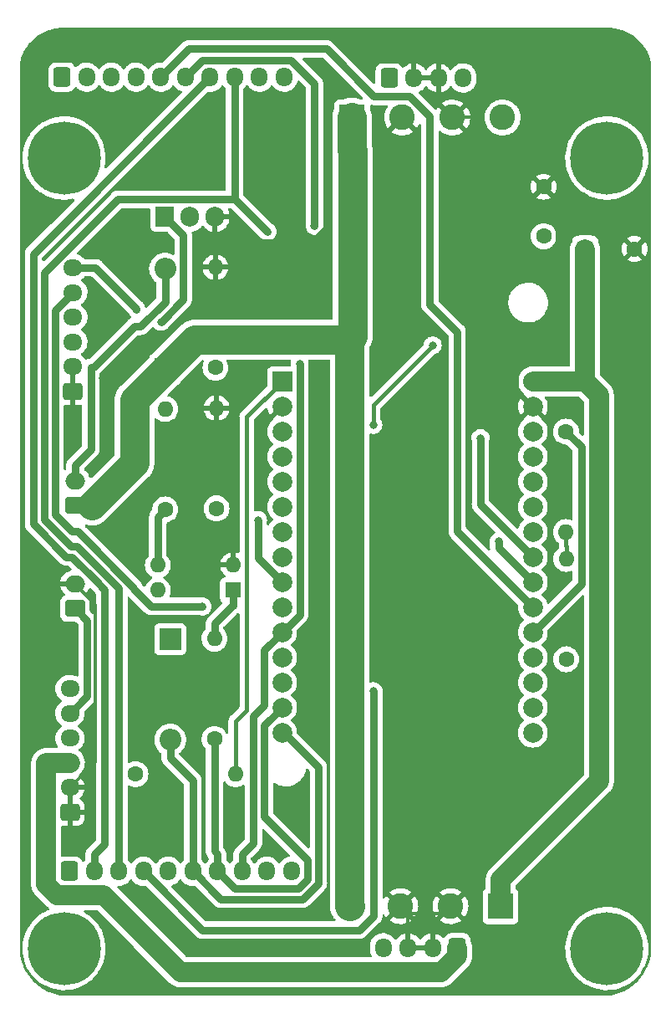
<source format=gbr>
%TF.GenerationSoftware,KiCad,Pcbnew,(6.0.6)*%
%TF.CreationDate,2022-10-06T19:19:23+05:30*%
%TF.ProjectId,ESPNOW-FK,4553504e-4f57-42d4-964b-2e6b69636164,V1.0*%
%TF.SameCoordinates,PX6885d00PY822d320*%
%TF.FileFunction,Copper,L1,Top*%
%TF.FilePolarity,Positive*%
%FSLAX46Y46*%
G04 Gerber Fmt 4.6, Leading zero omitted, Abs format (unit mm)*
G04 Created by KiCad (PCBNEW (6.0.6)) date 2022-10-06 19:19:23*
%MOMM*%
%LPD*%
G01*
G04 APERTURE LIST*
G04 Aperture macros list*
%AMRoundRect*
0 Rectangle with rounded corners*
0 $1 Rounding radius*
0 $2 $3 $4 $5 $6 $7 $8 $9 X,Y pos of 4 corners*
0 Add a 4 corners polygon primitive as box body*
4,1,4,$2,$3,$4,$5,$6,$7,$8,$9,$2,$3,0*
0 Add four circle primitives for the rounded corners*
1,1,$1+$1,$2,$3*
1,1,$1+$1,$4,$5*
1,1,$1+$1,$6,$7*
1,1,$1+$1,$8,$9*
0 Add four rect primitives between the rounded corners*
20,1,$1+$1,$2,$3,$4,$5,0*
20,1,$1+$1,$4,$5,$6,$7,0*
20,1,$1+$1,$6,$7,$8,$9,0*
20,1,$1+$1,$8,$9,$2,$3,0*%
G04 Aperture macros list end*
%TA.AperFunction,ComponentPad*%
%ADD10C,1.600000*%
%TD*%
%TA.AperFunction,ComponentPad*%
%ADD11O,1.600000X1.600000*%
%TD*%
%TA.AperFunction,ComponentPad*%
%ADD12C,7.400000*%
%TD*%
%TA.AperFunction,ComponentPad*%
%ADD13R,2.200000X2.200000*%
%TD*%
%TA.AperFunction,ComponentPad*%
%ADD14O,2.200000X2.200000*%
%TD*%
%TA.AperFunction,ComponentPad*%
%ADD15R,2.000000X2.000000*%
%TD*%
%TA.AperFunction,ComponentPad*%
%ADD16C,2.000000*%
%TD*%
%TA.AperFunction,ComponentPad*%
%ADD17RoundRect,0.250000X-0.600000X-0.725000X0.600000X-0.725000X0.600000X0.725000X-0.600000X0.725000X0*%
%TD*%
%TA.AperFunction,ComponentPad*%
%ADD18O,1.700000X1.950000*%
%TD*%
%TA.AperFunction,ComponentPad*%
%ADD19R,1.600000X1.600000*%
%TD*%
%TA.AperFunction,ComponentPad*%
%ADD20RoundRect,0.250000X0.750000X-0.600000X0.750000X0.600000X-0.750000X0.600000X-0.750000X-0.600000X0*%
%TD*%
%TA.AperFunction,ComponentPad*%
%ADD21O,2.000000X1.700000*%
%TD*%
%TA.AperFunction,ComponentPad*%
%ADD22R,2.600000X2.600000*%
%TD*%
%TA.AperFunction,ComponentPad*%
%ADD23C,2.600000*%
%TD*%
%TA.AperFunction,ComponentPad*%
%ADD24RoundRect,0.250000X0.725000X-0.600000X0.725000X0.600000X-0.725000X0.600000X-0.725000X-0.600000X0*%
%TD*%
%TA.AperFunction,ComponentPad*%
%ADD25O,1.950000X1.700000*%
%TD*%
%TA.AperFunction,ComponentPad*%
%ADD26RoundRect,0.250000X0.600000X0.725000X-0.600000X0.725000X-0.600000X-0.725000X0.600000X-0.725000X0*%
%TD*%
%TA.AperFunction,ComponentPad*%
%ADD27R,1.905000X2.000000*%
%TD*%
%TA.AperFunction,ComponentPad*%
%ADD28O,1.905000X2.000000*%
%TD*%
%TA.AperFunction,ViaPad*%
%ADD29C,0.800000*%
%TD*%
%TA.AperFunction,ViaPad*%
%ADD30C,0.850000*%
%TD*%
%TA.AperFunction,Conductor*%
%ADD31C,1.701800*%
%TD*%
%TA.AperFunction,Conductor*%
%ADD32C,3.000000*%
%TD*%
%TA.AperFunction,Conductor*%
%ADD33C,0.750000*%
%TD*%
%TA.AperFunction,Conductor*%
%ADD34C,0.300000*%
%TD*%
%TA.AperFunction,Conductor*%
%ADD35C,2.000000*%
%TD*%
%TA.AperFunction,Conductor*%
%ADD36C,0.450000*%
%TD*%
G04 APERTURE END LIST*
D10*
%TO.P,R7,1*%
%TO.N,Lock_Status-2*%
X55880000Y34580000D03*
D11*
%TO.P,R7,2*%
%TO.N,+3.3V*%
X55880000Y44740000D03*
%TD*%
D12*
%TO.P,H1,1,1*%
%TO.N,unconnected-(H1-Pad1)*%
X60000000Y85300000D03*
%TD*%
D13*
%TO.P,D1,1,K*%
%TO.N,+12V*%
X15240000Y63940000D03*
D14*
%TO.P,D1,2,A*%
%TO.N,LOAD*%
X15240000Y74100000D03*
%TD*%
D10*
%TO.P,C1,1*%
%TO.N,+5V*%
X53600000Y77400000D03*
%TO.P,C1,2*%
%TO.N,GND*%
X53600000Y82400000D03*
%TD*%
%TO.P,R1,1*%
%TO.N,Solenoid*%
X20250000Y26510000D03*
D11*
%TO.P,R1,2*%
%TO.N,Net-(R1-Pad2)*%
X20250000Y36670000D03*
%TD*%
D12*
%TO.P,H3,1,1*%
%TO.N,unconnected-(H3-Pad1)*%
X5000000Y85300000D03*
%TD*%
D15*
%TO.P,U3,1,3V3*%
%TO.N,+3.3V*%
X27100000Y62715000D03*
D16*
%TO.P,U3,2,GND*%
%TO.N,GND*%
X27100000Y60175000D03*
%TO.P,U3,3,D15*%
%TO.N,unconnected-(U3-Pad3)*%
X27100000Y57635000D03*
%TO.P,U3,4,D2*%
%TO.N,unconnected-(U3-Pad4)*%
X27100000Y55095000D03*
%TO.P,U3,5,D4*%
%TO.N,unconnected-(U3-Pad5)*%
X27100000Y52555000D03*
%TO.P,U3,6,RX2*%
%TO.N,Solenoid-2*%
X27100000Y50015000D03*
%TO.P,U3,7,TX2*%
%TO.N,Solenoid-1*%
X27100000Y47475000D03*
%TO.P,U3,8,D5*%
%TO.N,unconnected-(U3-Pad8)*%
X27100000Y44935000D03*
%TO.P,U3,9,D18*%
%TO.N,B*%
X27100000Y42395000D03*
%TO.P,U3,10,D19*%
%TO.N,G*%
X27100000Y39855000D03*
%TO.P,U3,11,D21*%
%TO.N,R*%
X27100000Y37315000D03*
%TO.P,U3,12,RX0*%
%TO.N,unconnected-(U3-Pad12)*%
X27100000Y34775000D03*
%TO.P,U3,13,TX0*%
%TO.N,unconnected-(U3-Pad13)*%
X27100000Y32235000D03*
%TO.P,U3,14,D22*%
%TO.N,Solenoid*%
X27100000Y29695000D03*
%TO.P,U3,15,D23*%
%TO.N,Lock_Status*%
X27100000Y27155000D03*
%TO.P,U3,16,EN*%
%TO.N,unconnected-(U3-Pad16)*%
X52500000Y27155000D03*
%TO.P,U3,17,VP*%
%TO.N,unconnected-(U3-Pad17)*%
X52500000Y29695000D03*
%TO.P,U3,18,VN*%
%TO.N,unconnected-(U3-Pad18)*%
X52500000Y32235000D03*
%TO.P,U3,19,D34*%
%TO.N,Lock_Status-2*%
X52500000Y34775000D03*
%TO.P,U3,20,D35*%
%TO.N,Lock_Status-1*%
X52500000Y37315000D03*
%TO.P,U3,21,D32*%
%TO.N,B-2*%
X52500000Y39855000D03*
%TO.P,U3,22,D33*%
%TO.N,G-2*%
X52500000Y42395000D03*
%TO.P,U3,23,D25*%
%TO.N,B-1*%
X52500000Y44935000D03*
%TO.P,U3,24,D26*%
%TO.N,G-1*%
X52500000Y47475000D03*
%TO.P,U3,25,D27*%
%TO.N,R-1*%
X52500000Y50015000D03*
%TO.P,U3,26,D14*%
%TO.N,unconnected-(U3-Pad26)*%
X52500000Y52555000D03*
%TO.P,U3,27,D12*%
%TO.N,unconnected-(U3-Pad27)*%
X52500000Y55095000D03*
%TO.P,U3,28,D13*%
%TO.N,R-2*%
X52500000Y57635000D03*
%TO.P,U3,29,GND*%
%TO.N,GND*%
X52500000Y60175000D03*
%TO.P,U3,30,VIN*%
%TO.N,+5V*%
X52500000Y62715000D03*
%TD*%
D12*
%TO.P,H2,1,1*%
%TO.N,unconnected-(H2-Pad1)*%
X5000000Y5300000D03*
%TD*%
D10*
%TO.P,R4,1*%
%TO.N,Net-(Q1-Pad1)*%
X20340000Y64090000D03*
D11*
%TO.P,R4,2*%
%TO.N,GND*%
X20340000Y74250000D03*
%TD*%
D17*
%TO.P,J8,1,Pin_1*%
%TO.N,+12V*%
X37930000Y93415000D03*
D18*
%TO.P,J8,2,Pin_2*%
%TO.N,GND*%
X40430000Y93415000D03*
%TO.P,J8,3,Pin_3*%
X42930000Y93415000D03*
%TO.P,J8,4,Pin_4*%
%TO.N,+5V*%
X45430000Y93415000D03*
%TD*%
D19*
%TO.P,C2,1*%
%TO.N,+5V*%
X57797300Y76100000D03*
D10*
%TO.P,C2,2*%
%TO.N,GND*%
X62797300Y76100000D03*
%TD*%
D20*
%TO.P,J3,1,Pin_1*%
%TO.N,+12V*%
X6122500Y50140000D03*
D21*
%TO.P,J3,2,Pin_2*%
%TO.N,LOAD*%
X6122500Y52640000D03*
%TD*%
D20*
%TO.P,J4,1,Pin_1*%
%TO.N,Feedback*%
X6107500Y39720000D03*
D21*
%TO.P,J4,2,Pin_2*%
%TO.N,GND*%
X6107500Y42220000D03*
%TD*%
D10*
%TO.P,R3,1*%
%TO.N,Net-(R2-Pad1)*%
X15250000Y49740000D03*
D11*
%TO.P,R3,2*%
%TO.N,Net-(Q1-Pad1)*%
X15250000Y59900000D03*
%TD*%
D22*
%TO.P,J5,1,Pin_1*%
%TO.N,+5V*%
X49240000Y9585000D03*
D23*
%TO.P,J5,2,Pin_2*%
%TO.N,GND*%
X44160000Y9585000D03*
%TO.P,J5,3,Pin_3*%
X39080000Y9585000D03*
%TO.P,J5,4,Pin_4*%
%TO.N,+12V*%
X34000000Y9585000D03*
%TD*%
D22*
%TO.P,J7,1,Pin_1*%
%TO.N,+12V*%
X34200000Y89405000D03*
D23*
%TO.P,J7,2,Pin_2*%
%TO.N,GND*%
X39280000Y89405000D03*
%TO.P,J7,3,Pin_3*%
X44360000Y89405000D03*
%TO.P,J7,4,Pin_4*%
%TO.N,+5V*%
X49440000Y89405000D03*
%TD*%
D19*
%TO.P,U1,1*%
%TO.N,Net-(R1-Pad2)*%
X22130000Y41565000D03*
D11*
%TO.P,U1,2*%
%TO.N,GND*%
X22130000Y44105000D03*
%TO.P,U1,3*%
%TO.N,Net-(R2-Pad1)*%
X14510000Y44105000D03*
%TO.P,U1,4*%
%TO.N,+5V*%
X14510000Y41565000D03*
%TD*%
D13*
%TO.P,D2,1,K*%
%TO.N,Feedback*%
X15760000Y36600000D03*
D14*
%TO.P,D2,2,A*%
%TO.N,Lock_Status*%
X15760000Y26440000D03*
%TD*%
D24*
%TO.P,J9,1,1*%
%TO.N,GND*%
X5600000Y19100000D03*
D25*
%TO.P,J9,2,2*%
X5600000Y21600000D03*
%TO.P,J9,3,3*%
%TO.N,+5V*%
X5600000Y24100000D03*
%TO.P,J9,4,4*%
%TO.N,R1*%
X5600000Y26600000D03*
%TO.P,J9,5,5*%
%TO.N,Feedback*%
X5600000Y29100000D03*
%TO.P,J9,6,6*%
%TO.N,B1*%
X5600000Y31600000D03*
%TD*%
D12*
%TO.P,H4,1,1*%
%TO.N,unconnected-(H4-Pad1)*%
X60000000Y5300000D03*
%TD*%
D17*
%TO.P,J12,1,1*%
%TO.N,Lock_Status-2*%
X4800000Y93500000D03*
D18*
%TO.P,J12,2,2*%
%TO.N,Solenoid-2*%
X7300000Y93500000D03*
%TO.P,J12,3,3*%
%TO.N,R-2*%
X9800000Y93500000D03*
%TO.P,J12,4,4*%
%TO.N,G-2*%
X12300000Y93500000D03*
%TO.P,J12,5,5*%
%TO.N,B-2*%
X14800000Y93500000D03*
%TO.P,J12,6,6*%
%TO.N,Lock_Status-1*%
X17300000Y93500000D03*
%TO.P,J12,7,7*%
%TO.N,Solenoid-1*%
X19800000Y93500000D03*
%TO.P,J12,8,8*%
%TO.N,R-1*%
X22300000Y93500000D03*
%TO.P,J12,9,9*%
%TO.N,G-1*%
X24800000Y93500000D03*
%TO.P,J12,10,10*%
%TO.N,B-1*%
X27300000Y93500000D03*
%TD*%
D24*
%TO.P,J10,1,1*%
%TO.N,GND*%
X5900000Y61700000D03*
D25*
%TO.P,J10,2,2*%
X5900000Y64200000D03*
%TO.P,J10,3,3*%
%TO.N,+5V*%
X5900000Y66700000D03*
%TO.P,J10,4,4*%
%TO.N,R*%
X5900000Y69200000D03*
%TO.P,J10,5,5*%
%TO.N,G*%
X5900000Y71700000D03*
%TO.P,J10,6,6*%
%TO.N,B*%
X5900000Y74200000D03*
%TD*%
D10*
%TO.P,R5,1*%
%TO.N,Lock_Status*%
X12240000Y22960000D03*
D11*
%TO.P,R5,2*%
%TO.N,+3.3V*%
X22400000Y22960000D03*
%TD*%
D17*
%TO.P,J11,1,1*%
%TO.N,Lock_Status-1*%
X5550000Y13125000D03*
D18*
%TO.P,J11,2,2*%
%TO.N,Solenoid-1*%
X8050000Y13125000D03*
%TO.P,J11,3,3*%
%TO.N,R-1*%
X10550000Y13125000D03*
%TO.P,J11,4,4*%
%TO.N,G-1*%
X13050000Y13125000D03*
%TO.P,J11,5,5*%
%TO.N,B-1*%
X15550000Y13125000D03*
%TO.P,J11,6,6*%
%TO.N,Lock_Status*%
X18050000Y13125000D03*
%TO.P,J11,7,7*%
%TO.N,Solenoid*%
X20550000Y13125000D03*
%TO.P,J11,8,8*%
%TO.N,R*%
X23050000Y13125000D03*
%TO.P,J11,9,9*%
%TO.N,G*%
X25550000Y13125000D03*
%TO.P,J11,10,10*%
%TO.N,B*%
X28050000Y13125000D03*
%TD*%
D26*
%TO.P,J6,1,Pin_1*%
%TO.N,+5V*%
X44850000Y5375000D03*
D18*
%TO.P,J6,2,Pin_2*%
%TO.N,GND*%
X42350000Y5375000D03*
%TO.P,J6,3,Pin_3*%
X39850000Y5375000D03*
%TO.P,J6,4,Pin_4*%
%TO.N,+12V*%
X37350000Y5375000D03*
%TD*%
D10*
%TO.P,R2,1*%
%TO.N,Net-(R2-Pad1)*%
X20450000Y49840000D03*
D11*
%TO.P,R2,2*%
%TO.N,GND*%
X20450000Y60000000D03*
%TD*%
D27*
%TO.P,Q1,1,G*%
%TO.N,Net-(Q1-Pad1)*%
X15220000Y79345000D03*
D28*
%TO.P,Q1,2,D*%
%TO.N,LOAD*%
X17760000Y79345000D03*
%TO.P,Q1,3,S*%
%TO.N,GND*%
X20300000Y79345000D03*
%TD*%
D10*
%TO.P,R6,1*%
%TO.N,Lock_Status-1*%
X55860000Y57620000D03*
D11*
%TO.P,R6,2*%
%TO.N,+3.3V*%
X55860000Y47460000D03*
%TD*%
D29*
%TO.N,Net-(Q1-Pad1)*%
X14822900Y68739200D03*
%TO.N,GND*%
X12370000Y90770000D03*
X12680000Y66440000D03*
X22290000Y19490000D03*
D30*
X8970000Y63010000D03*
D29*
X27560000Y19730000D03*
X13310000Y84040000D03*
X18370000Y69930000D03*
X30770000Y56200000D03*
X17720000Y53360000D03*
X42430000Y52200000D03*
X9640000Y69010000D03*
X49870000Y55430000D03*
X25730000Y15610000D03*
X38760000Y74660000D03*
X42360000Y28330000D03*
X16050000Y91890000D03*
X10540000Y75550000D03*
X31750000Y79840000D03*
X25780000Y81560000D03*
X46400000Y69460000D03*
X17980000Y47130000D03*
%TO.N,R*%
X28870000Y64492000D03*
%TO.N,G*%
X19033000Y39923100D03*
%TO.N,B*%
X12350000Y70010000D03*
X24657900Y48675000D03*
%TO.N,+3.3V*%
X42360400Y66344700D03*
X36343600Y58301500D03*
%TO.N,Lock_Status-1*%
X30380800Y78445600D03*
%TO.N,Solenoid-1*%
X8130000Y42600000D03*
%TO.N,R-1*%
X25640000Y77850000D03*
%TO.N,G-1*%
X36375400Y31350400D03*
%TO.N,B-1*%
X47194300Y56964500D03*
%TO.N,G-2*%
X49053000Y46524000D03*
%TD*%
D31*
%TO.N,+12V*%
X7818600Y50140000D02*
X6122500Y50140000D01*
D32*
X15240000Y63940000D02*
X18236700Y66936700D01*
X18236700Y66936700D02*
X33943300Y66936700D01*
X33943300Y9641700D02*
X34000000Y9585000D01*
X33943300Y66936700D02*
X34251600Y67245000D01*
X12137300Y54458700D02*
X12137300Y60837300D01*
X33943300Y66936700D02*
X33943300Y9641700D01*
X12137300Y60837300D02*
X15240000Y63940000D01*
X34251600Y86053100D02*
X34200000Y86104700D01*
X34200000Y89405000D02*
X34200000Y86104700D01*
X7818600Y50140000D02*
X12137300Y54458700D01*
X34251600Y67245000D02*
X34251600Y86053100D01*
D33*
%TO.N,LOAD*%
X7722500Y64134500D02*
X7974500Y64134500D01*
X6122500Y54240000D02*
X7722500Y55840000D01*
X15240000Y70747291D02*
X15240000Y74100000D01*
X12110000Y68270000D02*
X12762709Y68270000D01*
X12762709Y68270000D02*
X15240000Y70747291D01*
X7722500Y55840000D02*
X7722500Y64134500D01*
X7974500Y64134500D02*
X12110000Y68270000D01*
X6122500Y52640000D02*
X6122500Y54240000D01*
%TO.N,Net-(Q1-Pad1)*%
X17070200Y77494800D02*
X17070200Y70986500D01*
X15220000Y79345000D02*
X17070200Y77494800D01*
X17070200Y70986500D02*
X14822900Y68739200D01*
D34*
%TO.N,GND*%
X22130000Y44105000D02*
X22130000Y56995000D01*
X11918600Y63883200D02*
X9843200Y63883200D01*
X20340000Y76928700D02*
X20340000Y75575000D01*
X17965400Y69930000D02*
X11918600Y63883200D01*
X5600000Y21600000D02*
X8206000Y24206000D01*
X54977300Y67555800D02*
X50926700Y63505200D01*
X54977300Y77663500D02*
X61233800Y77663500D01*
X31750000Y78542007D02*
X30111993Y76904000D01*
X18370000Y69930000D02*
X17965400Y69930000D01*
X20450000Y60000000D02*
X20450000Y58675000D01*
X30111993Y76904000D02*
X20364700Y76904000D01*
X61233800Y77663500D02*
X62797300Y76100000D01*
X20300000Y79345000D02*
X20300000Y76968700D01*
X20340000Y72925000D02*
X20340000Y74250000D01*
X54977300Y81022700D02*
X54977300Y77663500D01*
X31750000Y79840000D02*
X31750000Y78542007D01*
X43390000Y8815000D02*
X44160000Y9585000D01*
X18370000Y69930000D02*
X18370000Y70955000D01*
X50926700Y63505200D02*
X50926700Y61748300D01*
X8206000Y40121500D02*
X6107500Y42220000D01*
X44360000Y89405000D02*
X46595000Y89405000D01*
X53600000Y82400000D02*
X54977300Y81022700D01*
X8206000Y24206000D02*
X8206000Y40121500D01*
X46595000Y89405000D02*
X53600000Y82400000D01*
X5600000Y21600000D02*
X5600000Y19100000D01*
X20300000Y76968700D02*
X20340000Y76928700D01*
X39850000Y8815000D02*
X43390000Y8815000D01*
X54977300Y77663500D02*
X54977300Y67555800D01*
X20364700Y76904000D02*
X20340000Y76928700D01*
X39850000Y5375000D02*
X39850000Y8815000D01*
X20340000Y74250000D02*
X20340000Y75575000D01*
X50926700Y61748300D02*
X52500000Y60175000D01*
X18370000Y70955000D02*
X20340000Y72925000D01*
X39850000Y8815000D02*
X39080000Y9585000D01*
X22130000Y56995000D02*
X20450000Y58675000D01*
X9843200Y63883200D02*
X8970000Y63010000D01*
D33*
%TO.N,Solenoid*%
X20550000Y13126500D02*
X20550000Y14850000D01*
X25293800Y18654000D02*
X25293800Y27888800D01*
X25293800Y27888800D02*
X27100000Y29695000D01*
X29650000Y14297800D02*
X25293800Y18654000D01*
X28712100Y11409100D02*
X29650000Y12347000D01*
X22267400Y11409100D02*
X28712100Y11409100D01*
X20550000Y13126500D02*
X22267400Y11409100D01*
X29650000Y12347000D02*
X29650000Y14297800D01*
X20250000Y15150000D02*
X20550000Y14850000D01*
X20550000Y13125000D02*
X20550000Y13126500D01*
X20250000Y26510000D02*
X20250000Y15150000D01*
%TO.N,Net-(R1-Pad2)*%
X22130000Y40015000D02*
X22045000Y40015000D01*
X20250000Y36670000D02*
X20250000Y38220000D01*
X22130000Y41565000D02*
X22130000Y40015000D01*
X22045000Y40015000D02*
X20250000Y38220000D01*
%TO.N,Net-(R2-Pad1)*%
X14510000Y44105000D02*
X14510000Y49000000D01*
X14510000Y49000000D02*
X15250000Y49740000D01*
D35*
%TO.N,+5V*%
X3224700Y24100000D02*
X3178600Y24053900D01*
X57797300Y62715000D02*
X52500000Y62715000D01*
X9004600Y10713900D02*
X16825600Y2892900D01*
X4277200Y10713900D02*
X9004600Y10713900D01*
X44850000Y4562200D02*
X44850000Y5375000D01*
X43180700Y2892900D02*
X44850000Y4562200D01*
X3178600Y11812500D02*
X4277200Y10713900D01*
X59197100Y22242400D02*
X59197100Y61315200D01*
X16825600Y2892900D02*
X43180700Y2892900D01*
X57797300Y76100000D02*
X57797300Y73899700D01*
X49240000Y12285300D02*
X59197100Y22242400D01*
X49240000Y9585000D02*
X49240000Y12285300D01*
X5600000Y24100000D02*
X3224700Y24100000D01*
X3178600Y24053900D02*
X3178600Y11812500D01*
X59197100Y61315200D02*
X57797300Y62715000D01*
X57797300Y62715000D02*
X57797300Y73899700D01*
D33*
%TO.N,Feedback*%
X5600000Y29100000D02*
X7319000Y30819000D01*
X7319000Y30819000D02*
X7319000Y38508500D01*
X7319000Y38508500D02*
X6107500Y39720000D01*
%TO.N,R*%
X27100000Y37315000D02*
X28870000Y39085000D01*
X24193400Y15993400D02*
X24193400Y28786000D01*
X25293700Y35508700D02*
X27100000Y37315000D01*
X28870000Y39085000D02*
X28870000Y64492000D01*
X23050000Y14850000D02*
X24193400Y15993400D01*
X24193400Y28786000D02*
X25293700Y29886300D01*
X25293700Y29886300D02*
X25293700Y35508700D01*
X23050000Y13125000D02*
X23050000Y14850000D01*
%TO.N,G*%
X4100100Y69900100D02*
X4100100Y49203100D01*
X5766900Y47536300D02*
X6375600Y47536300D01*
X4100100Y49203100D02*
X5766900Y47536300D01*
X6375600Y47536300D02*
X12095800Y41816100D01*
X13848300Y39923100D02*
X19033000Y39923100D01*
X12095800Y41675600D02*
X13848300Y39923100D01*
X5900000Y71700000D02*
X4100100Y69900100D01*
X12095800Y41816100D02*
X12095800Y41675600D01*
%TO.N,B*%
X27100000Y42395000D02*
X24657900Y44837100D01*
X24657900Y44837100D02*
X24657900Y48675000D01*
X12350000Y70047100D02*
X8197100Y74200000D01*
X8197100Y74200000D02*
X5900000Y74200000D01*
X12350000Y70010000D02*
X12350000Y70047100D01*
D36*
%TO.N,+3.3V*%
X36343600Y60327900D02*
X36343600Y58301500D01*
X55860000Y47460000D02*
X55860000Y46060000D01*
X27100000Y62715000D02*
X23505300Y59120300D01*
X22400000Y28336500D02*
X22400000Y24360000D01*
X42360400Y66344700D02*
X36343600Y60327900D01*
X22400000Y22960000D02*
X22400000Y24360000D01*
X55860000Y46060000D02*
X55880000Y46040000D01*
X23505300Y59120300D02*
X23505300Y29441800D01*
X55880000Y46040000D02*
X55880000Y44740000D01*
X23505300Y29441800D02*
X22400000Y28336500D01*
D33*
%TO.N,Lock_Status*%
X18050000Y22300000D02*
X18050000Y13125000D01*
X18050000Y13125000D02*
X20881800Y10293200D01*
X29152400Y10293200D02*
X30774900Y11915700D01*
X20881800Y10293200D02*
X29152400Y10293200D01*
X15760000Y24590000D02*
X18050000Y22300000D01*
X30774900Y23649600D02*
X27269500Y27155000D01*
X30774900Y11915700D02*
X30774900Y23649600D01*
X27269500Y27155000D02*
X27100000Y27155000D01*
X15760000Y26440000D02*
X15760000Y24590000D01*
%TO.N,Lock_Status-1*%
X19016700Y95216700D02*
X17300000Y93500000D01*
X55860000Y57620000D02*
X57410800Y56069200D01*
X30380800Y78445600D02*
X30380800Y92821600D01*
X30380800Y92821600D02*
X27985700Y95216700D01*
X27985700Y95216700D02*
X19016700Y95216700D01*
X57410800Y42225800D02*
X52500000Y37315000D01*
X57410800Y56069200D02*
X57410800Y42225800D01*
%TO.N,Solenoid-1*%
X1899500Y75599500D02*
X19800000Y93500000D01*
X9093300Y15893300D02*
X8050000Y14850000D01*
X1899500Y48269600D02*
X1899500Y75599500D01*
X9093300Y41636700D02*
X9093300Y15893300D01*
X5222500Y44946600D02*
X1899500Y48269600D01*
X5783400Y44946600D02*
X5222500Y44946600D01*
X8130000Y42600000D02*
X9093300Y41636700D01*
X8130000Y42600000D02*
X5783400Y44946600D01*
X8050000Y14850000D02*
X8050000Y13125000D01*
%TO.N,R-1*%
X6308000Y46046900D02*
X10550000Y41804900D01*
X2999800Y73663500D02*
X2999800Y48747300D01*
X22300000Y81126300D02*
X22300000Y93500000D01*
X10462600Y81126300D02*
X2999800Y73663500D01*
X10550000Y41804900D02*
X10550000Y13125000D01*
X22300000Y81126300D02*
X10462600Y81126300D01*
X2999800Y48747300D02*
X5700200Y46046900D01*
X25576300Y77850000D02*
X22300000Y81126300D01*
X5700200Y46046900D02*
X6308000Y46046900D01*
X25640000Y77850000D02*
X25576300Y77850000D01*
%TO.N,G-1*%
X34950100Y7169700D02*
X36375400Y8595000D01*
X19005300Y7169700D02*
X34950100Y7169700D01*
X36375400Y8595000D02*
X36375400Y31350400D01*
X13050000Y13125000D02*
X19005300Y7169700D01*
%TO.N,B-1*%
X52500000Y44935000D02*
X47194300Y50240700D01*
X47194300Y50240700D02*
X47194300Y56964500D01*
%TO.N,G-2*%
X49053000Y45842000D02*
X49053000Y46524000D01*
X52500000Y42395000D02*
X49053000Y45842000D01*
%TO.N,B-2*%
X17657200Y96357200D02*
X14800000Y93500000D01*
X44831900Y67722300D02*
X42060200Y70494000D01*
X36387500Y91551500D02*
X31581800Y96357200D01*
X44831900Y47523100D02*
X44831900Y67722300D01*
X40028000Y91551500D02*
X36387500Y91551500D01*
X52500000Y39855000D02*
X44831900Y47523100D01*
X42060200Y89519300D02*
X40028000Y91551500D01*
X31581800Y96357200D02*
X17657200Y96357200D01*
X42060200Y70494000D02*
X42060200Y89519300D01*
%TD*%
%TA.AperFunction,Conductor*%
%TO.N,GND*%
G36*
X59974518Y98490419D02*
G01*
X59996841Y98487476D01*
X59996843Y98487476D01*
X60005741Y98486303D01*
X60026124Y98489455D01*
X60047929Y98490909D01*
X60067704Y98490509D01*
X60396460Y98483853D01*
X60407430Y98483152D01*
X60784400Y98442468D01*
X60795267Y98440813D01*
X61167251Y98367430D01*
X61177932Y98364834D01*
X61542104Y98259310D01*
X61552518Y98255793D01*
X61906103Y98118933D01*
X61916171Y98114522D01*
X62256485Y97947364D01*
X62266131Y97942092D01*
X62590589Y97745905D01*
X62599724Y97739822D01*
X62905867Y97516091D01*
X62914427Y97509242D01*
X63199899Y97259684D01*
X63207837Y97252109D01*
X63470459Y96978635D01*
X63477715Y96970387D01*
X63513660Y96925746D01*
X63715504Y96675064D01*
X63722018Y96666210D01*
X63912489Y96382122D01*
X63933163Y96351286D01*
X63938880Y96341898D01*
X64121773Y96009771D01*
X64126650Y95999920D01*
X64279897Y95653122D01*
X64283897Y95642884D01*
X64406338Y95284049D01*
X64409429Y95273508D01*
X64487842Y94955235D01*
X64491500Y94925094D01*
X64491500Y5071421D01*
X64490908Y5059531D01*
X64488811Y5051025D01*
X64489195Y5042055D01*
X64489716Y5029880D01*
X64488795Y5008367D01*
X64474143Y4894825D01*
X64441640Y4642951D01*
X64439896Y4632753D01*
X64356427Y4242042D01*
X64353852Y4232022D01*
X64274915Y3969989D01*
X64249180Y3884558D01*
X64238610Y3849472D01*
X64235222Y3839700D01*
X64224170Y3811601D01*
X64088990Y3467909D01*
X64084811Y3458445D01*
X63908565Y3099895D01*
X63903624Y3090805D01*
X63698556Y2747924D01*
X63692886Y2739271D01*
X63460386Y2414377D01*
X63454024Y2406217D01*
X63195633Y2101470D01*
X63188624Y2093861D01*
X62906139Y1811376D01*
X62898530Y1804367D01*
X62593783Y1545976D01*
X62585627Y1539617D01*
X62503008Y1480493D01*
X62260729Y1307114D01*
X62252076Y1301444D01*
X62152085Y1241642D01*
X61942116Y1116065D01*
X61909195Y1096376D01*
X61900105Y1091435D01*
X61541555Y915189D01*
X61532091Y911010D01*
X61160303Y764779D01*
X61150528Y761390D01*
X60767978Y646148D01*
X60757958Y643573D01*
X60367247Y560104D01*
X60357049Y558360D01*
X59999043Y512162D01*
X59974460Y511410D01*
X59970436Y511681D01*
X59970431Y511681D01*
X59961480Y512283D01*
X59952717Y510348D01*
X59943765Y509675D01*
X59943746Y509934D01*
X59930602Y508500D01*
X5071421Y508500D01*
X5059531Y509092D01*
X5051025Y511189D01*
X5029879Y510284D01*
X5008367Y511205D01*
X4642952Y558360D01*
X4632753Y560104D01*
X4242042Y643573D01*
X4232022Y646148D01*
X3849472Y761390D01*
X3839697Y764779D01*
X3467909Y911010D01*
X3458445Y915189D01*
X3099895Y1091435D01*
X3090805Y1096376D01*
X3057885Y1116065D01*
X2847915Y1241642D01*
X2747924Y1301444D01*
X2739271Y1307114D01*
X2496992Y1480493D01*
X2414373Y1539617D01*
X2406217Y1545976D01*
X2101470Y1804367D01*
X2093861Y1811376D01*
X1811376Y2093861D01*
X1804367Y2101470D01*
X1545976Y2406217D01*
X1539614Y2414377D01*
X1307114Y2739271D01*
X1301444Y2747924D01*
X1096376Y3090805D01*
X1091435Y3099895D01*
X915189Y3458445D01*
X911010Y3467909D01*
X775830Y3811601D01*
X764778Y3839700D01*
X761390Y3849472D01*
X750821Y3884558D01*
X725085Y3969989D01*
X646148Y4232022D01*
X643573Y4242042D01*
X560104Y4632753D01*
X558360Y4642951D01*
X512162Y5000957D01*
X511410Y5025540D01*
X511681Y5029564D01*
X511681Y5029569D01*
X512283Y5038520D01*
X510348Y5047283D01*
X509675Y5056235D01*
X509934Y5056254D01*
X508500Y5069398D01*
X508500Y5358831D01*
X786836Y5358831D01*
X786944Y5355742D01*
X799075Y5008366D01*
X801203Y4947417D01*
X801609Y4944373D01*
X801610Y4944363D01*
X802882Y4934830D01*
X855648Y4539369D01*
X856348Y4536385D01*
X856349Y4536379D01*
X937399Y4190822D01*
X949652Y4138581D01*
X1082317Y3748880D01*
X1252377Y3373984D01*
X1458210Y3017472D01*
X1459999Y3014974D01*
X1460001Y3014970D01*
X1665002Y2728628D01*
X1697849Y2682747D01*
X1699876Y2680432D01*
X1699878Y2680429D01*
X1936481Y2410160D01*
X1969008Y2373005D01*
X2269098Y2091201D01*
X2595256Y1840026D01*
X2597859Y1838399D01*
X2597864Y1838396D01*
X2723522Y1759876D01*
X2944367Y1621877D01*
X3313099Y1438837D01*
X3697934Y1292652D01*
X4095197Y1184718D01*
X4098240Y1184203D01*
X4098246Y1184202D01*
X4498055Y1116579D01*
X4498062Y1116578D01*
X4501096Y1116065D01*
X4504167Y1115850D01*
X4504169Y1115850D01*
X4908692Y1087563D01*
X4908700Y1087563D01*
X4911758Y1087349D01*
X5175974Y1094729D01*
X5320187Y1098757D01*
X5320190Y1098757D01*
X5323261Y1098843D01*
X5326314Y1099229D01*
X5326318Y1099229D01*
X5474984Y1118010D01*
X5731680Y1150439D01*
X5734684Y1151121D01*
X5734687Y1151122D01*
X6130118Y1240961D01*
X6130124Y1240963D01*
X6133114Y1241642D01*
X6289756Y1293750D01*
X6520808Y1370611D01*
X6520814Y1370613D01*
X6523732Y1371584D01*
X6542010Y1379722D01*
X6897006Y1537776D01*
X6897012Y1537779D01*
X6899806Y1539023D01*
X6922143Y1551712D01*
X7255073Y1740842D01*
X7255081Y1740847D01*
X7257746Y1742361D01*
X7269755Y1750832D01*
X7591604Y1977872D01*
X7594136Y1979658D01*
X7726442Y2093861D01*
X7903426Y2246630D01*
X7905764Y2248648D01*
X7907885Y2250875D01*
X7907891Y2250881D01*
X8187538Y2544540D01*
X8189655Y2546763D01*
X8294087Y2680429D01*
X8441191Y2868714D01*
X8441193Y2868717D01*
X8443101Y2871159D01*
X8444757Y2873769D01*
X8444763Y2873777D01*
X8662029Y3216134D01*
X8662031Y3216137D01*
X8663682Y3218739D01*
X8849292Y3586185D01*
X8850402Y3589046D01*
X8997045Y3967113D01*
X8997048Y3967123D01*
X8998160Y3969989D01*
X9108865Y4366489D01*
X9180350Y4771899D01*
X9199034Y5014722D01*
X9211782Y5180397D01*
X9211782Y5180406D01*
X9211932Y5182350D01*
X9213575Y5300000D01*
X9206801Y5438514D01*
X9198319Y5611924D01*
X9193465Y5711173D01*
X9133328Y6118421D01*
X9124545Y6153650D01*
X9088219Y6299345D01*
X9033738Y6517857D01*
X9031438Y6524318D01*
X8926691Y6818478D01*
X8895644Y6905669D01*
X8720366Y7278154D01*
X8691168Y7327135D01*
X8511156Y7629106D01*
X8509576Y7631757D01*
X8265287Y7963103D01*
X8263231Y7965386D01*
X8263224Y7965395D01*
X7991899Y8266732D01*
X7991891Y8266740D01*
X7989830Y8269029D01*
X7685834Y8546615D01*
X7356201Y8793212D01*
X7061607Y8971625D01*
X7013700Y9024021D01*
X7001727Y9094001D01*
X7029488Y9159345D01*
X7088170Y9199307D01*
X7126878Y9205400D01*
X8327569Y9205400D01*
X8395690Y9185398D01*
X8416664Y9168495D01*
X12102083Y5483075D01*
X15741943Y1843215D01*
X15744397Y1840693D01*
X15812932Y1768219D01*
X15816949Y1765148D01*
X15816952Y1765145D01*
X15875361Y1720488D01*
X15880492Y1716347D01*
X15940320Y1665430D01*
X15944646Y1662810D01*
X15944653Y1662805D01*
X15968424Y1648409D01*
X15979671Y1640737D01*
X16005774Y1620780D01*
X16075016Y1583653D01*
X16080737Y1580390D01*
X16123645Y1554404D01*
X16147957Y1539680D01*
X16178434Y1527366D01*
X16190750Y1521597D01*
X16219709Y1506069D01*
X16294033Y1480477D01*
X16300161Y1478186D01*
X16332506Y1465118D01*
X16368333Y1450642D01*
X16368337Y1450641D01*
X16373029Y1448745D01*
X16377968Y1447623D01*
X16377971Y1447622D01*
X16405060Y1441468D01*
X16418159Y1437737D01*
X16449231Y1427038D01*
X16526700Y1413657D01*
X16533104Y1412377D01*
X16609744Y1394965D01*
X16642553Y1392901D01*
X16656053Y1391315D01*
X16688436Y1385721D01*
X16692393Y1385541D01*
X16692396Y1385541D01*
X16716106Y1384464D01*
X16716125Y1384464D01*
X16717525Y1384400D01*
X16773707Y1384400D01*
X16781618Y1384151D01*
X16852012Y1379722D01*
X16893591Y1383799D01*
X16905887Y1384400D01*
X43156684Y1384400D01*
X43160202Y1384351D01*
X43254850Y1381707D01*
X43254853Y1381707D01*
X43259905Y1381566D01*
X43337798Y1391959D01*
X43344339Y1392658D01*
X43373032Y1394967D01*
X43417623Y1398554D01*
X43417627Y1398555D01*
X43422665Y1398960D01*
X43454578Y1406799D01*
X43467958Y1409326D01*
X43500520Y1413671D01*
X43505361Y1415132D01*
X43505363Y1415133D01*
X43575729Y1436378D01*
X43582092Y1438119D01*
X43620782Y1447622D01*
X43658406Y1456863D01*
X43688652Y1469701D01*
X43701463Y1474339D01*
X43732908Y1483833D01*
X43737456Y1486051D01*
X43737463Y1486054D01*
X43803518Y1518271D01*
X43809520Y1521007D01*
X43860465Y1542632D01*
X43881856Y1551712D01*
X43909656Y1569219D01*
X43921560Y1575845D01*
X43951088Y1590246D01*
X44015300Y1635543D01*
X44020786Y1639201D01*
X44082986Y1678371D01*
X44082987Y1678372D01*
X44087267Y1681067D01*
X44091056Y1684408D01*
X44091062Y1684412D01*
X44111917Y1702798D01*
X44122612Y1711244D01*
X44135716Y1720488D01*
X44149447Y1730174D01*
X44161130Y1740842D01*
X44169887Y1748838D01*
X44169895Y1748846D01*
X44170950Y1749809D01*
X44210666Y1789525D01*
X44216436Y1794944D01*
X44265558Y1838250D01*
X44265561Y1838253D01*
X44269355Y1841598D01*
X44295879Y1873889D01*
X44304149Y1883008D01*
X45899666Y3478525D01*
X45902188Y3480979D01*
X45971012Y3546062D01*
X45971014Y3546065D01*
X45974681Y3549532D01*
X46022411Y3611961D01*
X46026552Y3617092D01*
X46074191Y3673067D01*
X46074192Y3673068D01*
X46077470Y3676920D01*
X46080089Y3681245D01*
X46080093Y3681250D01*
X46094491Y3705024D01*
X46102163Y3716271D01*
X46122120Y3742374D01*
X46125609Y3748880D01*
X46159239Y3811601D01*
X46162507Y3817332D01*
X46200601Y3880232D01*
X46203221Y3884558D01*
X46205116Y3889247D01*
X46205119Y3889254D01*
X46215533Y3915028D01*
X46221312Y3927364D01*
X46234440Y3951849D01*
X46234442Y3951853D01*
X46236831Y3956309D01*
X46262405Y4030581D01*
X46264715Y4036761D01*
X46292263Y4104943D01*
X46292264Y4104946D01*
X46294156Y4109629D01*
X46301436Y4141671D01*
X46305169Y4154775D01*
X46314216Y4181051D01*
X46315862Y4185831D01*
X46316722Y4190811D01*
X46316725Y4190822D01*
X46329238Y4263265D01*
X46330530Y4269733D01*
X46346815Y4341412D01*
X46346816Y4341421D01*
X46347935Y4346345D01*
X46349999Y4379151D01*
X46351586Y4392655D01*
X46357179Y4425036D01*
X46358500Y4454125D01*
X46358500Y4510308D01*
X46358749Y4518220D01*
X46362860Y4583559D01*
X46363178Y4588613D01*
X46359101Y4630194D01*
X46358500Y4642489D01*
X46358500Y5358831D01*
X55786836Y5358831D01*
X55786944Y5355742D01*
X55799075Y5008366D01*
X55801203Y4947417D01*
X55801609Y4944373D01*
X55801610Y4944363D01*
X55802882Y4934830D01*
X55855648Y4539369D01*
X55856348Y4536385D01*
X55856349Y4536379D01*
X55937399Y4190822D01*
X55949652Y4138581D01*
X56082317Y3748880D01*
X56252377Y3373984D01*
X56458210Y3017472D01*
X56459999Y3014974D01*
X56460001Y3014970D01*
X56665002Y2728628D01*
X56697849Y2682747D01*
X56699876Y2680432D01*
X56699878Y2680429D01*
X56936481Y2410160D01*
X56969008Y2373005D01*
X57269098Y2091201D01*
X57595256Y1840026D01*
X57597859Y1838399D01*
X57597864Y1838396D01*
X57723522Y1759876D01*
X57944367Y1621877D01*
X58313099Y1438837D01*
X58697934Y1292652D01*
X59095197Y1184718D01*
X59098240Y1184203D01*
X59098246Y1184202D01*
X59498055Y1116579D01*
X59498062Y1116578D01*
X59501096Y1116065D01*
X59504167Y1115850D01*
X59504169Y1115850D01*
X59908692Y1087563D01*
X59908700Y1087563D01*
X59911758Y1087349D01*
X60175974Y1094729D01*
X60320187Y1098757D01*
X60320190Y1098757D01*
X60323261Y1098843D01*
X60326314Y1099229D01*
X60326318Y1099229D01*
X60474984Y1118010D01*
X60731680Y1150439D01*
X60734684Y1151121D01*
X60734687Y1151122D01*
X61130118Y1240961D01*
X61130124Y1240963D01*
X61133114Y1241642D01*
X61289756Y1293750D01*
X61520808Y1370611D01*
X61520814Y1370613D01*
X61523732Y1371584D01*
X61542010Y1379722D01*
X61897006Y1537776D01*
X61897012Y1537779D01*
X61899806Y1539023D01*
X61922143Y1551712D01*
X62255073Y1740842D01*
X62255081Y1740847D01*
X62257746Y1742361D01*
X62269755Y1750832D01*
X62591604Y1977872D01*
X62594136Y1979658D01*
X62726442Y2093861D01*
X62903426Y2246630D01*
X62905764Y2248648D01*
X62907885Y2250875D01*
X62907891Y2250881D01*
X63187538Y2544540D01*
X63189655Y2546763D01*
X63294087Y2680429D01*
X63441191Y2868714D01*
X63441193Y2868717D01*
X63443101Y2871159D01*
X63444757Y2873769D01*
X63444763Y2873777D01*
X63662029Y3216134D01*
X63662031Y3216137D01*
X63663682Y3218739D01*
X63849292Y3586185D01*
X63850402Y3589046D01*
X63997045Y3967113D01*
X63997048Y3967123D01*
X63998160Y3969989D01*
X64108865Y4366489D01*
X64180350Y4771899D01*
X64199034Y5014722D01*
X64211782Y5180397D01*
X64211782Y5180406D01*
X64211932Y5182350D01*
X64213575Y5300000D01*
X64206801Y5438514D01*
X64198319Y5611924D01*
X64193465Y5711173D01*
X64133328Y6118421D01*
X64124545Y6153650D01*
X64088219Y6299345D01*
X64033738Y6517857D01*
X64031438Y6524318D01*
X63926691Y6818478D01*
X63895644Y6905669D01*
X63720366Y7278154D01*
X63691168Y7327135D01*
X63511156Y7629106D01*
X63509576Y7631757D01*
X63265287Y7963103D01*
X63263231Y7965386D01*
X63263224Y7965395D01*
X62991899Y8266732D01*
X62991891Y8266740D01*
X62989830Y8269029D01*
X62685834Y8546615D01*
X62356201Y8793212D01*
X62321813Y8814038D01*
X62006706Y9004874D01*
X62006697Y9004879D01*
X62004078Y9006465D01*
X61772988Y9117185D01*
X61635598Y9183012D01*
X61635596Y9183013D01*
X61632826Y9184340D01*
X61629937Y9185392D01*
X61629931Y9185394D01*
X61248887Y9324082D01*
X61248884Y9324083D01*
X61245988Y9325137D01*
X60926834Y9407082D01*
X60850241Y9426748D01*
X60850238Y9426749D01*
X60847257Y9427514D01*
X60440439Y9490493D01*
X60029416Y9513472D01*
X60026337Y9513343D01*
X60026334Y9513343D01*
X59756857Y9502049D01*
X59618113Y9496234D01*
X59615069Y9495806D01*
X59615067Y9495806D01*
X59408944Y9466837D01*
X59210455Y9438941D01*
X58810333Y9342141D01*
X58421567Y9206759D01*
X58375338Y9185398D01*
X58050664Y9035378D01*
X58050654Y9035373D01*
X58047867Y9034085D01*
X57692801Y8825769D01*
X57602396Y8760086D01*
X57362239Y8585602D01*
X57362233Y8585597D01*
X57359758Y8583799D01*
X57357472Y8581770D01*
X57357469Y8581767D01*
X57350016Y8575150D01*
X57051916Y8310484D01*
X57049837Y8308239D01*
X57049830Y8308232D01*
X56781486Y8018447D01*
X56772214Y8008434D01*
X56700599Y7914085D01*
X56593675Y7773217D01*
X56523322Y7680531D01*
X56307616Y7329905D01*
X56127154Y6959904D01*
X56126083Y6957023D01*
X56126080Y6957017D01*
X56052944Y6760357D01*
X55983660Y6574058D01*
X55878502Y6176052D01*
X55812684Y5769683D01*
X55812491Y5766610D01*
X55812490Y5766604D01*
X55787030Y5361918D01*
X55786836Y5358831D01*
X46358500Y5358831D01*
X46358500Y5436001D01*
X46348693Y5557890D01*
X46344346Y5611924D01*
X46344345Y5611929D01*
X46343940Y5616965D01*
X46339544Y5634865D01*
X46287244Y5847792D01*
X46286037Y5852706D01*
X46218516Y6011776D01*
X46208500Y6061008D01*
X46208500Y6150400D01*
X46206153Y6173019D01*
X46198238Y6249308D01*
X46198237Y6249312D01*
X46197526Y6256166D01*
X46193710Y6267606D01*
X46143868Y6416998D01*
X46141550Y6423946D01*
X46048478Y6574348D01*
X45923303Y6699305D01*
X45892965Y6718006D01*
X45778968Y6788275D01*
X45778966Y6788276D01*
X45772738Y6792115D01*
X45659353Y6829723D01*
X45611389Y6845632D01*
X45611387Y6845632D01*
X45604861Y6847797D01*
X45598025Y6848497D01*
X45598022Y6848498D01*
X45554969Y6852909D01*
X45500400Y6858500D01*
X45138736Y6858500D01*
X45112970Y6861163D01*
X45044634Y6875439D01*
X45044635Y6875439D01*
X45039680Y6876474D01*
X45034631Y6876703D01*
X45034625Y6876704D01*
X44924035Y6881726D01*
X44797183Y6887486D01*
X44792163Y6886905D01*
X44792159Y6886905D01*
X44556044Y6859585D01*
X44555992Y6860038D01*
X44540299Y6858500D01*
X44199600Y6858500D01*
X44196354Y6858163D01*
X44196350Y6858163D01*
X44100692Y6848238D01*
X44100688Y6848237D01*
X44093834Y6847526D01*
X44087298Y6845345D01*
X44087296Y6845345D01*
X43955194Y6801272D01*
X43926054Y6791550D01*
X43775652Y6698478D01*
X43650695Y6573303D01*
X43573270Y6447696D01*
X43560648Y6427220D01*
X43507876Y6379727D01*
X43437804Y6368303D01*
X43372680Y6396577D01*
X43362218Y6406364D01*
X43256766Y6516906D01*
X43248814Y6523941D01*
X43072475Y6655141D01*
X43063438Y6660745D01*
X42867516Y6760357D01*
X42857665Y6764357D01*
X42647760Y6829534D01*
X42637376Y6831817D01*
X42621957Y6833861D01*
X42607793Y6831665D01*
X42604000Y6818478D01*
X42604000Y5247000D01*
X42583998Y5178879D01*
X42530342Y5132386D01*
X42478000Y5121000D01*
X39722000Y5121000D01*
X39653879Y5141002D01*
X39607386Y5194658D01*
X39596000Y5247000D01*
X39596000Y5647115D01*
X40104000Y5647115D01*
X40108475Y5631876D01*
X40109865Y5630671D01*
X40117548Y5629000D01*
X42077885Y5629000D01*
X42093124Y5633475D01*
X42094329Y5634865D01*
X42096000Y5642548D01*
X42096000Y6816192D01*
X42092027Y6829723D01*
X42081420Y6831248D01*
X41963579Y6806523D01*
X41953383Y6803463D01*
X41748971Y6722737D01*
X41739439Y6718006D01*
X41551538Y6603984D01*
X41542948Y6597720D01*
X41376948Y6453673D01*
X41369528Y6446042D01*
X41230174Y6276089D01*
X41224150Y6267323D01*
X41208483Y6239801D01*
X41157400Y6190496D01*
X41087770Y6176635D01*
X41021699Y6202619D01*
X40994462Y6231768D01*
X40915150Y6349575D01*
X40908481Y6357870D01*
X40756772Y6516900D01*
X40748814Y6523941D01*
X40572475Y6655141D01*
X40563438Y6660745D01*
X40367516Y6760357D01*
X40357665Y6764357D01*
X40147760Y6829534D01*
X40137376Y6831817D01*
X40121957Y6833861D01*
X40107793Y6831665D01*
X40104000Y6818478D01*
X40104000Y5647115D01*
X39596000Y5647115D01*
X39596000Y6816192D01*
X39592027Y6829723D01*
X39581420Y6831248D01*
X39463579Y6806523D01*
X39453383Y6803463D01*
X39248971Y6722737D01*
X39239439Y6718006D01*
X39051538Y6603984D01*
X39042948Y6597720D01*
X38876948Y6453673D01*
X38869528Y6446042D01*
X38730174Y6276089D01*
X38724152Y6267326D01*
X38708762Y6240289D01*
X38657680Y6190982D01*
X38588049Y6177120D01*
X38521978Y6203103D01*
X38494739Y6232253D01*
X38447254Y6302785D01*
X38412559Y6354319D01*
X38253424Y6521135D01*
X38068458Y6658754D01*
X38063707Y6661170D01*
X38063703Y6661172D01*
X37945588Y6721224D01*
X37862949Y6763240D01*
X37857855Y6764822D01*
X37857852Y6764823D01*
X37647871Y6830024D01*
X37642773Y6831607D01*
X37637484Y6832308D01*
X37419511Y6861198D01*
X37419506Y6861198D01*
X37414226Y6861898D01*
X37408897Y6861698D01*
X37408895Y6861698D01*
X37299034Y6857574D01*
X37183842Y6853249D01*
X37178623Y6852154D01*
X37156566Y6847526D01*
X36958209Y6805907D01*
X36953250Y6803949D01*
X36953248Y6803948D01*
X36748744Y6723185D01*
X36748742Y6723184D01*
X36743779Y6721224D01*
X36739220Y6718457D01*
X36739217Y6718456D01*
X36644113Y6660745D01*
X36546683Y6601623D01*
X36542653Y6598126D01*
X36378195Y6455417D01*
X36372555Y6450523D01*
X36354751Y6428809D01*
X36229760Y6276373D01*
X36229756Y6276367D01*
X36226376Y6272245D01*
X36223737Y6267609D01*
X36223735Y6267606D01*
X36138814Y6118421D01*
X36112325Y6071886D01*
X36033663Y5855175D01*
X36032714Y5849926D01*
X36032713Y5849923D01*
X35993377Y5632392D01*
X35993376Y5632385D01*
X35992639Y5628308D01*
X35991500Y5604156D01*
X35991500Y5192110D01*
X35991725Y5189461D01*
X36003028Y5056254D01*
X36006080Y5020280D01*
X36007418Y5015125D01*
X36007419Y5015119D01*
X36062657Y4802297D01*
X36063999Y4797128D01*
X36066191Y4792262D01*
X36066192Y4792259D01*
X36139197Y4630194D01*
X36158564Y4587201D01*
X36158688Y4586925D01*
X36158632Y4586900D01*
X36173880Y4519422D01*
X36149605Y4452705D01*
X36093113Y4409702D01*
X36048133Y4401400D01*
X17502631Y4401400D01*
X17434510Y4421402D01*
X17413536Y4438305D01*
X10427756Y11424085D01*
X10393730Y11486397D01*
X10398795Y11557212D01*
X10441342Y11614048D01*
X10512124Y11639091D01*
X10636020Y11643742D01*
X10716158Y11646751D01*
X10769171Y11657874D01*
X10936572Y11692998D01*
X10941791Y11694093D01*
X10946750Y11696051D01*
X10946752Y11696052D01*
X11151256Y11776815D01*
X11151258Y11776816D01*
X11156221Y11778776D01*
X11163725Y11783329D01*
X11348757Y11895610D01*
X11348756Y11895610D01*
X11353317Y11898377D01*
X11426859Y11962193D01*
X11523412Y12045977D01*
X11523414Y12045979D01*
X11527445Y12049477D01*
X11561516Y12091030D01*
X11670240Y12223627D01*
X11670244Y12223633D01*
X11673624Y12227755D01*
X11691552Y12259250D01*
X11742632Y12308555D01*
X11812262Y12322417D01*
X11878333Y12296434D01*
X11905573Y12267284D01*
X11987441Y12145681D01*
X12146576Y11978865D01*
X12331542Y11841246D01*
X12336293Y11838830D01*
X12336297Y11838828D01*
X12434296Y11789003D01*
X12537051Y11736760D01*
X12542145Y11735178D01*
X12542148Y11735177D01*
X12731473Y11676390D01*
X12757227Y11668393D01*
X12762516Y11667692D01*
X12980489Y11638802D01*
X12980494Y11638802D01*
X12985774Y11638102D01*
X12991103Y11638302D01*
X12991105Y11638302D01*
X13216158Y11646751D01*
X13216202Y11645585D01*
X13280601Y11634960D01*
X13314992Y11610550D01*
X18324388Y6601154D01*
X18337225Y6586126D01*
X18345115Y6575266D01*
X18350025Y6570845D01*
X18350026Y6570844D01*
X18394484Y6530814D01*
X18399269Y6526273D01*
X18413314Y6512228D01*
X18415888Y6510144D01*
X18415891Y6510141D01*
X18428746Y6499731D01*
X18433762Y6495447D01*
X18478220Y6455417D01*
X18478225Y6455413D01*
X18483131Y6450996D01*
X18491106Y6446392D01*
X18494748Y6444289D01*
X18511041Y6433091D01*
X18521461Y6424653D01*
X18580663Y6394487D01*
X18586433Y6391354D01*
X18638245Y6361440D01*
X18638250Y6361438D01*
X18643969Y6358136D01*
X18650249Y6356095D01*
X18650257Y6356092D01*
X18656721Y6353992D01*
X18674983Y6346428D01*
X18681049Y6343337D01*
X18681058Y6343334D01*
X18686937Y6340338D01*
X18693315Y6338629D01*
X18751104Y6323144D01*
X18757406Y6321278D01*
X18820598Y6300746D01*
X18833505Y6299389D01*
X18833928Y6299345D01*
X18853371Y6295742D01*
X18866329Y6292270D01*
X18872919Y6291925D01*
X18872923Y6291924D01*
X18916873Y6289621D01*
X18932672Y6288793D01*
X18939231Y6288277D01*
X18958994Y6286200D01*
X18978855Y6286200D01*
X18985450Y6286027D01*
X19045202Y6282895D01*
X19045206Y6282895D01*
X19051793Y6282550D01*
X19065047Y6284649D01*
X19084756Y6286200D01*
X34870643Y6286200D01*
X34890355Y6284649D01*
X34903607Y6282550D01*
X34910194Y6282895D01*
X34910198Y6282895D01*
X34969950Y6286027D01*
X34976545Y6286200D01*
X34996406Y6286200D01*
X35016169Y6288277D01*
X35022728Y6288793D01*
X35038527Y6289621D01*
X35082477Y6291924D01*
X35082481Y6291925D01*
X35089071Y6292270D01*
X35102029Y6295742D01*
X35121472Y6299345D01*
X35121895Y6299389D01*
X35134802Y6300746D01*
X35197994Y6321278D01*
X35204296Y6323144D01*
X35262085Y6338629D01*
X35268463Y6340338D01*
X35274342Y6343334D01*
X35274351Y6343337D01*
X35280417Y6346428D01*
X35298679Y6353992D01*
X35305143Y6356092D01*
X35305151Y6356095D01*
X35311431Y6358136D01*
X35317150Y6361438D01*
X35317155Y6361440D01*
X35368967Y6391354D01*
X35374737Y6394487D01*
X35433939Y6424653D01*
X35444359Y6433091D01*
X35460652Y6444289D01*
X35464294Y6446392D01*
X35472269Y6450996D01*
X35477175Y6455413D01*
X35477180Y6455417D01*
X35521638Y6495447D01*
X35526654Y6499731D01*
X35539509Y6510141D01*
X35539512Y6510144D01*
X35542086Y6512228D01*
X35556131Y6526273D01*
X35560916Y6530814D01*
X35605374Y6570844D01*
X35605375Y6570845D01*
X35610285Y6575266D01*
X35618175Y6586126D01*
X35631012Y6601154D01*
X36943942Y7914085D01*
X36958977Y7926926D01*
X36964484Y7930927D01*
X36964490Y7930932D01*
X36969834Y7934815D01*
X37014295Y7984194D01*
X37018836Y7988979D01*
X37032872Y8003015D01*
X37045369Y8018447D01*
X37049653Y8023462D01*
X37089683Y8067920D01*
X37089687Y8067925D01*
X37094104Y8072831D01*
X37100812Y8084449D01*
X37112007Y8100737D01*
X37116290Y8106026D01*
X37116291Y8106027D01*
X37120448Y8111161D01*
X37135190Y8140094D01*
X37999839Y8140094D01*
X38008553Y8128573D01*
X38115452Y8050191D01*
X38123351Y8045255D01*
X38352905Y7924481D01*
X38361454Y7920764D01*
X38606327Y7835251D01*
X38615336Y7832837D01*
X38870166Y7784456D01*
X38879423Y7783402D01*
X39138607Y7773217D01*
X39147921Y7773543D01*
X39405753Y7801780D01*
X39414930Y7803481D01*
X39665758Y7869519D01*
X39674574Y7872555D01*
X39912880Y7974938D01*
X39921167Y7979252D01*
X40141718Y8115734D01*
X40149268Y8121220D01*
X40154559Y8125699D01*
X40162997Y8138503D01*
X40162065Y8140094D01*
X43079839Y8140094D01*
X43088553Y8128573D01*
X43195452Y8050191D01*
X43203351Y8045255D01*
X43432905Y7924481D01*
X43441454Y7920764D01*
X43686327Y7835251D01*
X43695336Y7832837D01*
X43950166Y7784456D01*
X43959423Y7783402D01*
X44218607Y7773217D01*
X44227921Y7773543D01*
X44485753Y7801780D01*
X44494930Y7803481D01*
X44745758Y7869519D01*
X44754574Y7872555D01*
X44992880Y7974938D01*
X45001167Y7979252D01*
X45221718Y8115734D01*
X45229268Y8121220D01*
X45234559Y8125699D01*
X45242997Y8138503D01*
X45236935Y8148855D01*
X44172812Y9212978D01*
X44158868Y9220592D01*
X44157035Y9220461D01*
X44150420Y9216210D01*
X43086497Y8152287D01*
X43079839Y8140094D01*
X40162065Y8140094D01*
X40156935Y8148855D01*
X39092812Y9212978D01*
X39078868Y9220592D01*
X39077035Y9220461D01*
X39070420Y9216210D01*
X38006497Y8152287D01*
X37999839Y8140094D01*
X37135190Y8140094D01*
X37150614Y8170366D01*
X37153737Y8176119D01*
X37186964Y8233669D01*
X37189006Y8239953D01*
X37189008Y8239958D01*
X37191108Y8246421D01*
X37198672Y8264683D01*
X37201763Y8270749D01*
X37201766Y8270758D01*
X37204762Y8276637D01*
X37213228Y8308232D01*
X37221956Y8340804D01*
X37223822Y8347106D01*
X37244354Y8410298D01*
X37245755Y8423628D01*
X37249358Y8443071D01*
X37252830Y8456029D01*
X37256307Y8522372D01*
X37256824Y8528941D01*
X37258463Y8544538D01*
X37258900Y8548694D01*
X37258900Y8568555D01*
X37259073Y8575150D01*
X37262204Y8634898D01*
X37262550Y8641493D01*
X37262241Y8643447D01*
X37278258Y8710851D01*
X37329409Y8760086D01*
X37399059Y8773849D01*
X37465093Y8747773D01*
X37498665Y8708003D01*
X37548665Y8614948D01*
X37553666Y8607096D01*
X37623720Y8513284D01*
X37634979Y8504835D01*
X37647397Y8511607D01*
X38707978Y9572188D01*
X38714356Y9583868D01*
X39444408Y9583868D01*
X39444539Y9582035D01*
X39448790Y9575420D01*
X40516094Y8508116D01*
X40528474Y8501356D01*
X40536815Y8507600D01*
X40670832Y8715952D01*
X40675275Y8724136D01*
X40781807Y8960630D01*
X40784997Y8969395D01*
X40855402Y9219028D01*
X40857262Y9228170D01*
X40890187Y9486981D01*
X40890668Y9493267D01*
X40892987Y9581840D01*
X40892836Y9588149D01*
X40889890Y9627789D01*
X42347775Y9627789D01*
X42360220Y9368712D01*
X42361356Y9359457D01*
X42411961Y9105055D01*
X42414449Y9096083D01*
X42502095Y8851967D01*
X42505895Y8843432D01*
X42628658Y8614958D01*
X42633666Y8607096D01*
X42703720Y8513284D01*
X42714979Y8504835D01*
X42727397Y8511607D01*
X43787978Y9572188D01*
X43794356Y9583868D01*
X44524408Y9583868D01*
X44524539Y9582035D01*
X44528790Y9575420D01*
X45596094Y8508116D01*
X45608474Y8501356D01*
X45616815Y8507600D01*
X45750832Y8715952D01*
X45755275Y8724136D01*
X45861807Y8960630D01*
X45864997Y8969395D01*
X45935402Y9219028D01*
X45937262Y9228170D01*
X45970187Y9486981D01*
X45970668Y9493267D01*
X45972987Y9581840D01*
X45972836Y9588149D01*
X45953501Y9848337D01*
X45952125Y9857543D01*
X45894878Y10110533D01*
X45892154Y10119444D01*
X45798143Y10361194D01*
X45794132Y10369603D01*
X45665422Y10594798D01*
X45660211Y10602524D01*
X45616996Y10657342D01*
X45605071Y10665813D01*
X45593537Y10659327D01*
X44532022Y9597812D01*
X44524408Y9583868D01*
X43794356Y9583868D01*
X43795592Y9586132D01*
X43795461Y9587965D01*
X43791210Y9594580D01*
X42725816Y10659974D01*
X42712507Y10667242D01*
X42702472Y10660122D01*
X42686937Y10641444D01*
X42681531Y10633865D01*
X42546965Y10412109D01*
X42542736Y10403808D01*
X42442432Y10164611D01*
X42439471Y10155761D01*
X42375628Y9904375D01*
X42374006Y9895178D01*
X42348020Y9637115D01*
X42347775Y9627789D01*
X40889890Y9627789D01*
X40873501Y9848337D01*
X40872125Y9857543D01*
X40814878Y10110533D01*
X40812154Y10119444D01*
X40718143Y10361194D01*
X40714132Y10369603D01*
X40585422Y10594798D01*
X40580211Y10602524D01*
X40536996Y10657342D01*
X40525071Y10665813D01*
X40513537Y10659327D01*
X39452022Y9597812D01*
X39444408Y9583868D01*
X38714356Y9583868D01*
X38715592Y9586132D01*
X38715461Y9587965D01*
X38711210Y9594580D01*
X37645816Y10659974D01*
X37632507Y10667242D01*
X37622472Y10660122D01*
X37606937Y10641444D01*
X37601531Y10633865D01*
X37492619Y10454385D01*
X37440179Y10406525D01*
X37370189Y10394613D01*
X37304870Y10422431D01*
X37264959Y10481148D01*
X37258900Y10519751D01*
X37258900Y11032311D01*
X37997102Y11032311D01*
X38001675Y11022535D01*
X39067188Y9957022D01*
X39081132Y9949408D01*
X39082965Y9949539D01*
X39089580Y9953790D01*
X40154349Y11018559D01*
X40160733Y11030249D01*
X40159130Y11032311D01*
X43077102Y11032311D01*
X43081675Y11022535D01*
X44147188Y9957022D01*
X44161132Y9949408D01*
X44162965Y9949539D01*
X44169580Y9953790D01*
X45234349Y11018559D01*
X45240733Y11030249D01*
X45231321Y11042359D01*
X45084045Y11144529D01*
X45076010Y11149262D01*
X44843376Y11263984D01*
X44834743Y11267472D01*
X44587703Y11346550D01*
X44578643Y11348726D01*
X44322630Y11390420D01*
X44313343Y11391232D01*
X44053992Y11394627D01*
X44044681Y11394057D01*
X43787682Y11359081D01*
X43778546Y11357140D01*
X43529543Y11284561D01*
X43520800Y11281293D01*
X43285252Y11172704D01*
X43277097Y11168184D01*
X43086240Y11043053D01*
X43077102Y11032311D01*
X40159130Y11032311D01*
X40151321Y11042359D01*
X40004045Y11144529D01*
X39996010Y11149262D01*
X39763376Y11263984D01*
X39754743Y11267472D01*
X39507703Y11346550D01*
X39498643Y11348726D01*
X39242630Y11390420D01*
X39233343Y11391232D01*
X38973992Y11394627D01*
X38964681Y11394057D01*
X38707682Y11359081D01*
X38698546Y11357140D01*
X38449543Y11284561D01*
X38440800Y11281293D01*
X38205252Y11172704D01*
X38197097Y11168184D01*
X38006240Y11043053D01*
X37997102Y11032311D01*
X37258900Y11032311D01*
X37258900Y31109610D01*
X37265067Y31148546D01*
X37266902Y31154194D01*
X37268942Y31160472D01*
X37288904Y31350400D01*
X37268942Y31540328D01*
X37209927Y31721956D01*
X37114440Y31887344D01*
X37104962Y31897871D01*
X36991075Y32024355D01*
X36991074Y32024356D01*
X36986653Y32029266D01*
X36832152Y32141518D01*
X36826124Y32144202D01*
X36826122Y32144203D01*
X36663719Y32216509D01*
X36663718Y32216509D01*
X36657688Y32219194D01*
X36560133Y32239930D01*
X36477344Y32257528D01*
X36477339Y32257528D01*
X36470887Y32258900D01*
X36279913Y32258900D01*
X36273461Y32257528D01*
X36273456Y32257528D01*
X36103997Y32221508D01*
X36033206Y32226910D01*
X35976573Y32269727D01*
X35952080Y32336365D01*
X35951800Y32344755D01*
X35951800Y57300386D01*
X35971802Y57368507D01*
X36025458Y57415000D01*
X36095732Y57425104D01*
X36103997Y57423633D01*
X36241656Y57394372D01*
X36241661Y57394372D01*
X36248113Y57393000D01*
X36439087Y57393000D01*
X36445539Y57394372D01*
X36445544Y57394372D01*
X36542588Y57415000D01*
X36625888Y57432706D01*
X36735401Y57481464D01*
X36794322Y57507697D01*
X36794324Y57507698D01*
X36800352Y57510382D01*
X36812992Y57519565D01*
X36855757Y57550636D01*
X36954853Y57622634D01*
X36959275Y57627545D01*
X37078221Y57759648D01*
X37078222Y57759649D01*
X37082640Y57764556D01*
X37178127Y57929944D01*
X37237142Y58111572D01*
X37257104Y58301500D01*
X37254510Y58326183D01*
X37237832Y58484865D01*
X37237832Y58484867D01*
X37237142Y58491428D01*
X37178127Y58673056D01*
X37125457Y58764284D01*
X37093981Y58818801D01*
X37077100Y58881801D01*
X37077100Y59971884D01*
X37097102Y60040005D01*
X37114005Y60060979D01*
X42471832Y65418807D01*
X42534729Y65452958D01*
X42642688Y65475906D01*
X42663637Y65485233D01*
X42811122Y65550897D01*
X42811124Y65550898D01*
X42817152Y65553582D01*
X42870143Y65592082D01*
X42928472Y65634461D01*
X42971653Y65665834D01*
X43086061Y65792897D01*
X43095021Y65802848D01*
X43095022Y65802849D01*
X43099440Y65807756D01*
X43194927Y65973144D01*
X43253942Y66154772D01*
X43257871Y66192148D01*
X43273214Y66338135D01*
X43273904Y66344700D01*
X43254734Y66527096D01*
X43254632Y66528065D01*
X43254632Y66528067D01*
X43253942Y66534628D01*
X43194927Y66716256D01*
X43099440Y66881644D01*
X42971653Y67023566D01*
X42860186Y67104552D01*
X42822494Y67131937D01*
X42822493Y67131938D01*
X42817152Y67135818D01*
X42811124Y67138502D01*
X42811122Y67138503D01*
X42648719Y67210809D01*
X42648718Y67210809D01*
X42642688Y67213494D01*
X42549287Y67233347D01*
X42462344Y67251828D01*
X42462339Y67251828D01*
X42455887Y67253200D01*
X42264913Y67253200D01*
X42258461Y67251828D01*
X42258456Y67251828D01*
X42171513Y67233347D01*
X42078112Y67213494D01*
X42072082Y67210809D01*
X42072081Y67210809D01*
X41909678Y67138503D01*
X41909676Y67138502D01*
X41903648Y67135818D01*
X41898307Y67131938D01*
X41898306Y67131937D01*
X41860614Y67104552D01*
X41749147Y67023566D01*
X41621360Y66881644D01*
X41525873Y66716256D01*
X41466858Y66534628D01*
X41466168Y66528058D01*
X41466166Y66528051D01*
X41466101Y66527431D01*
X41465963Y66527096D01*
X41464795Y66521600D01*
X41463790Y66521814D01*
X41439085Y66461776D01*
X41429887Y66451512D01*
X36166895Y61188520D01*
X36104583Y61154494D01*
X36033768Y61159559D01*
X35976932Y61202106D01*
X35952121Y61268626D01*
X35951800Y61277615D01*
X35951800Y66137990D01*
X35972127Y66206614D01*
X36010170Y66265195D01*
X36010172Y66265199D01*
X36012564Y66268882D01*
X36014426Y66272874D01*
X36016750Y66277857D01*
X36024082Y66291363D01*
X36026999Y66296032D01*
X36029331Y66299764D01*
X36031117Y66303776D01*
X36031121Y66303783D01*
X36078871Y66411032D01*
X36079783Y66413033D01*
X36129418Y66519475D01*
X36129419Y66519478D01*
X36131276Y66523460D01*
X36134171Y66532930D01*
X36139558Y66547337D01*
X36141790Y66552350D01*
X36141790Y66552351D01*
X36143582Y66556375D01*
X36177165Y66673495D01*
X36177790Y66675605D01*
X36212111Y66787865D01*
X36213401Y66792083D01*
X36214950Y66801865D01*
X36218280Y66816881D01*
X36219793Y66822157D01*
X36221007Y66826390D01*
X36227330Y66871377D01*
X36237954Y66946978D01*
X36238279Y66949155D01*
X36256656Y67065176D01*
X36256656Y67065177D01*
X36257344Y67069520D01*
X36257517Y67079430D01*
X36258724Y67094765D01*
X36259004Y67096752D01*
X36260100Y67104552D01*
X36260100Y67226312D01*
X36260119Y67228511D01*
X36260550Y67253200D01*
X36262246Y67350374D01*
X36261039Y67360204D01*
X36260100Y67375560D01*
X36260100Y85997211D01*
X36260273Y86003805D01*
X36264468Y86083842D01*
X36264468Y86083848D01*
X36264698Y86088239D01*
X36262326Y86115360D01*
X36254079Y86209618D01*
X36253907Y86211810D01*
X36245718Y86328927D01*
X36245717Y86328932D01*
X36245411Y86333312D01*
X36243353Y86342993D01*
X36241081Y86358200D01*
X36240602Y86363675D01*
X36240600Y86363688D01*
X36240217Y86368066D01*
X36212810Y86486780D01*
X36212338Y86488910D01*
X36211253Y86494015D01*
X36208500Y86520210D01*
X36208500Y87960094D01*
X38199839Y87960094D01*
X38208553Y87948573D01*
X38315452Y87870191D01*
X38323351Y87865255D01*
X38552905Y87744481D01*
X38561454Y87740764D01*
X38806327Y87655251D01*
X38815336Y87652837D01*
X39070166Y87604456D01*
X39079423Y87603402D01*
X39338607Y87593217D01*
X39347921Y87593543D01*
X39605753Y87621780D01*
X39614930Y87623481D01*
X39865758Y87689519D01*
X39874574Y87692555D01*
X40112880Y87794938D01*
X40121167Y87799252D01*
X40341718Y87935734D01*
X40349268Y87941220D01*
X40354559Y87945699D01*
X40362997Y87958503D01*
X40356935Y87968855D01*
X39292812Y89032978D01*
X39278868Y89040592D01*
X39277035Y89040461D01*
X39270420Y89036210D01*
X38206497Y87972287D01*
X38199839Y87960094D01*
X36208500Y87960094D01*
X36208500Y89475146D01*
X36207055Y89495806D01*
X36194118Y89680827D01*
X36194117Y89680832D01*
X36193811Y89685212D01*
X36135409Y89959970D01*
X36127953Y89980455D01*
X36040846Y90219781D01*
X36040844Y90219785D01*
X36039337Y90223926D01*
X36023248Y90254184D01*
X36008500Y90313336D01*
X36008500Y90572253D01*
X36028502Y90640374D01*
X36082158Y90686867D01*
X36152432Y90696971D01*
X36173431Y90692088D01*
X36202798Y90682546D01*
X36215705Y90681189D01*
X36216128Y90681145D01*
X36235571Y90677542D01*
X36248529Y90674070D01*
X36255119Y90673725D01*
X36255123Y90673724D01*
X36299073Y90671421D01*
X36314872Y90670593D01*
X36321431Y90670077D01*
X36341194Y90668000D01*
X36361055Y90668000D01*
X36367650Y90667827D01*
X36427402Y90664695D01*
X36427406Y90664695D01*
X36433993Y90664350D01*
X36447247Y90666449D01*
X36466956Y90668000D01*
X37710052Y90668000D01*
X37778173Y90647998D01*
X37824666Y90594342D01*
X37834770Y90524068D01*
X37808873Y90465809D01*
X37809654Y90465252D01*
X37801529Y90453862D01*
X37666965Y90232109D01*
X37662736Y90223808D01*
X37562432Y89984611D01*
X37559471Y89975761D01*
X37495628Y89724375D01*
X37494006Y89715178D01*
X37468020Y89457115D01*
X37467775Y89447789D01*
X37480220Y89188712D01*
X37481356Y89179457D01*
X37531961Y88925055D01*
X37534449Y88916083D01*
X37622095Y88671967D01*
X37625895Y88663432D01*
X37748658Y88434958D01*
X37753666Y88427096D01*
X37823720Y88333284D01*
X37834979Y88324835D01*
X37847397Y88331607D01*
X39190905Y89675115D01*
X39253217Y89709141D01*
X39324032Y89704076D01*
X39369095Y89675115D01*
X40716094Y88328116D01*
X40728474Y88321356D01*
X40736815Y88327600D01*
X40870832Y88535952D01*
X40875275Y88544136D01*
X40935818Y88678537D01*
X40982033Y88732432D01*
X41050050Y88752785D01*
X41118273Y88733135D01*
X41165042Y88679720D01*
X41176700Y88626787D01*
X41176700Y70573457D01*
X41175149Y70553745D01*
X41173050Y70540493D01*
X41173395Y70533906D01*
X41173395Y70533902D01*
X41176527Y70474150D01*
X41176700Y70467555D01*
X41176700Y70447694D01*
X41177044Y70444423D01*
X41178776Y70427941D01*
X41179293Y70421367D01*
X41181437Y70380469D01*
X41182770Y70355029D01*
X41186242Y70342071D01*
X41189845Y70322628D01*
X41191246Y70309298D01*
X41211778Y70246106D01*
X41213644Y70239804D01*
X41230838Y70175637D01*
X41233834Y70169758D01*
X41233837Y70169749D01*
X41236928Y70163683D01*
X41244492Y70145421D01*
X41246592Y70138957D01*
X41246595Y70138949D01*
X41248636Y70132669D01*
X41251938Y70126950D01*
X41251940Y70126945D01*
X41281854Y70075133D01*
X41284987Y70069363D01*
X41315153Y70010161D01*
X41319309Y70005029D01*
X41323591Y69999741D01*
X41334789Y69983448D01*
X41341496Y69971831D01*
X41345913Y69966925D01*
X41345917Y69966920D01*
X41385947Y69922462D01*
X41390231Y69917446D01*
X41400641Y69904591D01*
X41402728Y69902014D01*
X41416773Y69887969D01*
X41421314Y69883184D01*
X41465766Y69833815D01*
X41476626Y69825925D01*
X41491654Y69813088D01*
X43911495Y67393248D01*
X43945520Y67330936D01*
X43948400Y67304153D01*
X43948400Y47602557D01*
X43946849Y47582845D01*
X43944750Y47569593D01*
X43945095Y47563006D01*
X43945095Y47563002D01*
X43948227Y47503250D01*
X43948400Y47496655D01*
X43948400Y47476794D01*
X43950165Y47460000D01*
X43950476Y47457041D01*
X43950993Y47450467D01*
X43954016Y47392794D01*
X43954470Y47384129D01*
X43957942Y47371171D01*
X43961545Y47351728D01*
X43962946Y47338398D01*
X43983478Y47275206D01*
X43985344Y47268904D01*
X43993548Y47238289D01*
X44002538Y47204737D01*
X44005534Y47198858D01*
X44005537Y47198849D01*
X44008628Y47192783D01*
X44016192Y47174521D01*
X44018292Y47168057D01*
X44018295Y47168049D01*
X44020336Y47161769D01*
X44023638Y47156050D01*
X44023640Y47156045D01*
X44053554Y47104233D01*
X44056687Y47098463D01*
X44086853Y47039261D01*
X44091009Y47034129D01*
X44095291Y47028841D01*
X44106489Y47012548D01*
X44113196Y47000931D01*
X44117613Y46996025D01*
X44117617Y46996020D01*
X44157647Y46951562D01*
X44161931Y46946546D01*
X44172341Y46933691D01*
X44174428Y46931114D01*
X44188473Y46917069D01*
X44193014Y46912284D01*
X44237466Y46862915D01*
X44248326Y46855025D01*
X44263354Y46842188D01*
X50965001Y40140541D01*
X50999027Y40078229D01*
X51001518Y40041560D01*
X50986835Y39855000D01*
X51005465Y39618289D01*
X51060895Y39387406D01*
X51062788Y39382835D01*
X51062789Y39382833D01*
X51145890Y39182209D01*
X51151760Y39168037D01*
X51154346Y39163817D01*
X51273241Y38969798D01*
X51273245Y38969792D01*
X51275824Y38965584D01*
X51430031Y38785031D01*
X51433787Y38781823D01*
X51433792Y38781818D01*
X51552056Y38680811D01*
X51590866Y38621361D01*
X51591372Y38550366D01*
X51552056Y38489189D01*
X51433792Y38388182D01*
X51433787Y38388177D01*
X51430031Y38384969D01*
X51275824Y38204416D01*
X51273245Y38200208D01*
X51273241Y38200202D01*
X51184924Y38056081D01*
X51151760Y38001963D01*
X51149867Y37997393D01*
X51149865Y37997389D01*
X51075442Y37817715D01*
X51060895Y37782594D01*
X51052622Y37748134D01*
X51007085Y37558457D01*
X51005465Y37551711D01*
X50986835Y37315000D01*
X51005465Y37078289D01*
X51006619Y37073482D01*
X51006620Y37073476D01*
X51010105Y37058960D01*
X51060895Y36847406D01*
X51062788Y36842835D01*
X51062789Y36842833D01*
X51132111Y36675475D01*
X51151760Y36628037D01*
X51154346Y36623817D01*
X51273241Y36429798D01*
X51273245Y36429792D01*
X51275824Y36425584D01*
X51430031Y36245031D01*
X51433787Y36241823D01*
X51433792Y36241818D01*
X51552056Y36140811D01*
X51590866Y36081361D01*
X51591372Y36010366D01*
X51552056Y35949189D01*
X51433792Y35848182D01*
X51433787Y35848177D01*
X51430031Y35844969D01*
X51275824Y35664416D01*
X51273245Y35660208D01*
X51273241Y35660202D01*
X51193546Y35530151D01*
X51151760Y35461963D01*
X51149867Y35457393D01*
X51149865Y35457389D01*
X51116932Y35377881D01*
X51060895Y35242594D01*
X51041640Y35162391D01*
X51014510Y35049385D01*
X51005465Y35011711D01*
X50986835Y34775000D01*
X51005465Y34538289D01*
X51060895Y34307406D01*
X51062788Y34302835D01*
X51062789Y34302833D01*
X51136129Y34125775D01*
X51151760Y34088037D01*
X51154346Y34083817D01*
X51273241Y33889798D01*
X51273245Y33889792D01*
X51275824Y33885584D01*
X51430031Y33705031D01*
X51433787Y33701823D01*
X51433792Y33701818D01*
X51552056Y33600811D01*
X51590866Y33541361D01*
X51591372Y33470366D01*
X51552056Y33409189D01*
X51433792Y33308182D01*
X51433787Y33308177D01*
X51430031Y33304969D01*
X51275824Y33124416D01*
X51273245Y33120208D01*
X51273241Y33120202D01*
X51173452Y32957361D01*
X51151760Y32921963D01*
X51149867Y32917393D01*
X51149865Y32917389D01*
X51084164Y32758771D01*
X51060895Y32702594D01*
X51050400Y32658878D01*
X51012052Y32499146D01*
X51005465Y32471711D01*
X50986835Y32235000D01*
X51005465Y31998289D01*
X51060895Y31767406D01*
X51151760Y31548037D01*
X51154346Y31543817D01*
X51273241Y31349798D01*
X51273245Y31349792D01*
X51275824Y31345584D01*
X51430031Y31165031D01*
X51433787Y31161823D01*
X51433792Y31161818D01*
X51552056Y31060811D01*
X51590866Y31001361D01*
X51591372Y30930366D01*
X51552056Y30869189D01*
X51433792Y30768182D01*
X51433787Y30768177D01*
X51430031Y30764969D01*
X51275824Y30584416D01*
X51273245Y30580208D01*
X51273241Y30580202D01*
X51154346Y30386183D01*
X51151760Y30381963D01*
X51149867Y30377393D01*
X51149865Y30377389D01*
X51062789Y30167167D01*
X51060895Y30162594D01*
X51056696Y30145103D01*
X51021655Y29999146D01*
X51005465Y29931711D01*
X50986835Y29695000D01*
X51005465Y29458289D01*
X51006619Y29453482D01*
X51006620Y29453476D01*
X51036120Y29330601D01*
X51060895Y29227406D01*
X51062788Y29222835D01*
X51062789Y29222833D01*
X51084876Y29169511D01*
X51151760Y29008037D01*
X51154346Y29003817D01*
X51273241Y28809798D01*
X51273245Y28809792D01*
X51275824Y28805584D01*
X51430031Y28625031D01*
X51433787Y28621823D01*
X51433792Y28621818D01*
X51552056Y28520811D01*
X51590866Y28461361D01*
X51591372Y28390366D01*
X51552056Y28329189D01*
X51433792Y28228182D01*
X51433787Y28228177D01*
X51430031Y28224969D01*
X51275824Y28044416D01*
X51273245Y28040208D01*
X51273241Y28040202D01*
X51164238Y27862325D01*
X51151760Y27841963D01*
X51149867Y27837393D01*
X51149865Y27837389D01*
X51101341Y27720240D01*
X51060895Y27622594D01*
X51041640Y27542391D01*
X51007157Y27398757D01*
X51005465Y27391711D01*
X50986835Y27155000D01*
X51005465Y26918289D01*
X51006619Y26913482D01*
X51006620Y26913476D01*
X51040735Y26771377D01*
X51060895Y26687406D01*
X51062788Y26682835D01*
X51062789Y26682833D01*
X51132111Y26515475D01*
X51151760Y26468037D01*
X51154346Y26463817D01*
X51273241Y26269798D01*
X51273245Y26269792D01*
X51275824Y26265584D01*
X51346542Y26182784D01*
X51423953Y26092148D01*
X51430031Y26085031D01*
X51610584Y25930824D01*
X51614792Y25928245D01*
X51614798Y25928241D01*
X51808812Y25809349D01*
X51813037Y25806760D01*
X51817607Y25804867D01*
X51817611Y25804865D01*
X52027833Y25717789D01*
X52032406Y25715895D01*
X52112609Y25696640D01*
X52258476Y25661620D01*
X52258482Y25661619D01*
X52263289Y25660465D01*
X52500000Y25641835D01*
X52736711Y25660465D01*
X52741518Y25661619D01*
X52741524Y25661620D01*
X52887391Y25696640D01*
X52967594Y25715895D01*
X52972167Y25717789D01*
X53182389Y25804865D01*
X53182393Y25804867D01*
X53186963Y25806760D01*
X53191188Y25809349D01*
X53385202Y25928241D01*
X53385208Y25928245D01*
X53389416Y25930824D01*
X53569969Y26085031D01*
X53576048Y26092148D01*
X53653458Y26182784D01*
X53724176Y26265584D01*
X53726755Y26269792D01*
X53726759Y26269798D01*
X53845654Y26463817D01*
X53848240Y26468037D01*
X53867890Y26515475D01*
X53937211Y26682833D01*
X53937212Y26682835D01*
X53939105Y26687406D01*
X53959265Y26771377D01*
X53993380Y26913476D01*
X53993381Y26913482D01*
X53994535Y26918289D01*
X54013165Y27155000D01*
X53994535Y27391711D01*
X53992844Y27398757D01*
X53958360Y27542391D01*
X53939105Y27622594D01*
X53898659Y27720240D01*
X53850135Y27837389D01*
X53850133Y27837393D01*
X53848240Y27841963D01*
X53835762Y27862325D01*
X53726759Y28040202D01*
X53726755Y28040208D01*
X53724176Y28044416D01*
X53569969Y28224969D01*
X53566213Y28228177D01*
X53566208Y28228182D01*
X53447944Y28329189D01*
X53409134Y28388639D01*
X53408628Y28459634D01*
X53447944Y28520811D01*
X53566208Y28621818D01*
X53566213Y28621823D01*
X53569969Y28625031D01*
X53724176Y28805584D01*
X53726755Y28809792D01*
X53726759Y28809798D01*
X53845654Y29003817D01*
X53848240Y29008037D01*
X53915125Y29169511D01*
X53937211Y29222833D01*
X53937212Y29222835D01*
X53939105Y29227406D01*
X53963880Y29330601D01*
X53993380Y29453476D01*
X53993381Y29453482D01*
X53994535Y29458289D01*
X54013165Y29695000D01*
X53994535Y29931711D01*
X53978346Y29999146D01*
X53943304Y30145103D01*
X53939105Y30162594D01*
X53937211Y30167167D01*
X53850135Y30377389D01*
X53850133Y30377393D01*
X53848240Y30381963D01*
X53845654Y30386183D01*
X53726759Y30580202D01*
X53726755Y30580208D01*
X53724176Y30584416D01*
X53569969Y30764969D01*
X53566213Y30768177D01*
X53566208Y30768182D01*
X53447944Y30869189D01*
X53409134Y30928639D01*
X53408628Y30999634D01*
X53447944Y31060811D01*
X53566208Y31161818D01*
X53566213Y31161823D01*
X53569969Y31165031D01*
X53724176Y31345584D01*
X53726755Y31349792D01*
X53726759Y31349798D01*
X53845654Y31543817D01*
X53848240Y31548037D01*
X53939105Y31767406D01*
X53994535Y31998289D01*
X54013165Y32235000D01*
X53994535Y32471711D01*
X53987949Y32499146D01*
X53949600Y32658878D01*
X53939105Y32702594D01*
X53915836Y32758771D01*
X53850135Y32917389D01*
X53850133Y32917393D01*
X53848240Y32921963D01*
X53826548Y32957361D01*
X53726759Y33120202D01*
X53726755Y33120208D01*
X53724176Y33124416D01*
X53569969Y33304969D01*
X53566213Y33308177D01*
X53566208Y33308182D01*
X53447944Y33409189D01*
X53409134Y33468639D01*
X53408628Y33539634D01*
X53447944Y33600811D01*
X53566208Y33701818D01*
X53566213Y33701823D01*
X53569969Y33705031D01*
X53724176Y33885584D01*
X53726755Y33889792D01*
X53726759Y33889798D01*
X53845654Y34083817D01*
X53848240Y34088037D01*
X53863872Y34125775D01*
X53937211Y34302833D01*
X53937212Y34302835D01*
X53939105Y34307406D01*
X53994535Y34538289D01*
X53997818Y34580000D01*
X54566502Y34580000D01*
X54586457Y34351913D01*
X54645716Y34130757D01*
X54648039Y34125776D01*
X54648039Y34125775D01*
X54740151Y33928238D01*
X54740154Y33928233D01*
X54742477Y33923251D01*
X54873802Y33735700D01*
X55035700Y33573802D01*
X55040208Y33570645D01*
X55040211Y33570643D01*
X55068516Y33550824D01*
X55223251Y33442477D01*
X55228233Y33440154D01*
X55228238Y33440151D01*
X55425775Y33348039D01*
X55430757Y33345716D01*
X55436065Y33344294D01*
X55436067Y33344293D01*
X55646598Y33287881D01*
X55646600Y33287881D01*
X55651913Y33286457D01*
X55880000Y33266502D01*
X56108087Y33286457D01*
X56113400Y33287881D01*
X56113402Y33287881D01*
X56323933Y33344293D01*
X56323935Y33344294D01*
X56329243Y33345716D01*
X56334225Y33348039D01*
X56531762Y33440151D01*
X56531767Y33440154D01*
X56536749Y33442477D01*
X56691484Y33550824D01*
X56719789Y33570643D01*
X56719792Y33570645D01*
X56724300Y33573802D01*
X56886198Y33735700D01*
X57017523Y33923251D01*
X57019846Y33928233D01*
X57019849Y33928238D01*
X57111961Y34125775D01*
X57111961Y34125776D01*
X57114284Y34130757D01*
X57173543Y34351913D01*
X57193498Y34580000D01*
X57173543Y34808087D01*
X57124397Y34991500D01*
X57115707Y35023933D01*
X57115706Y35023935D01*
X57114284Y35029243D01*
X57111961Y35034225D01*
X57019849Y35231762D01*
X57019846Y35231767D01*
X57017523Y35236749D01*
X56915617Y35382285D01*
X56889357Y35419789D01*
X56889355Y35419792D01*
X56886198Y35424300D01*
X56724300Y35586198D01*
X56719792Y35589355D01*
X56719789Y35589357D01*
X56636508Y35647671D01*
X56536749Y35717523D01*
X56531767Y35719846D01*
X56531762Y35719849D01*
X56334225Y35811961D01*
X56334224Y35811961D01*
X56329243Y35814284D01*
X56323935Y35815706D01*
X56323933Y35815707D01*
X56113402Y35872119D01*
X56113400Y35872119D01*
X56108087Y35873543D01*
X55880000Y35893498D01*
X55651913Y35873543D01*
X55646600Y35872119D01*
X55646598Y35872119D01*
X55436067Y35815707D01*
X55436065Y35815706D01*
X55430757Y35814284D01*
X55425776Y35811961D01*
X55425775Y35811961D01*
X55228238Y35719849D01*
X55228233Y35719846D01*
X55223251Y35717523D01*
X55123492Y35647671D01*
X55040211Y35589357D01*
X55040208Y35589355D01*
X55035700Y35586198D01*
X54873802Y35424300D01*
X54870645Y35419792D01*
X54870643Y35419789D01*
X54844383Y35382285D01*
X54742477Y35236749D01*
X54740154Y35231767D01*
X54740151Y35231762D01*
X54648039Y35034225D01*
X54645716Y35029243D01*
X54644294Y35023935D01*
X54644293Y35023933D01*
X54635603Y34991500D01*
X54586457Y34808087D01*
X54566502Y34580000D01*
X53997818Y34580000D01*
X54013165Y34775000D01*
X53994535Y35011711D01*
X53985491Y35049385D01*
X53958360Y35162391D01*
X53939105Y35242594D01*
X53883068Y35377881D01*
X53850135Y35457389D01*
X53850133Y35457393D01*
X53848240Y35461963D01*
X53806454Y35530151D01*
X53726759Y35660202D01*
X53726755Y35660208D01*
X53724176Y35664416D01*
X53569969Y35844969D01*
X53566213Y35848177D01*
X53566208Y35848182D01*
X53447944Y35949189D01*
X53409134Y36008639D01*
X53408628Y36079634D01*
X53447944Y36140811D01*
X53566208Y36241818D01*
X53566213Y36241823D01*
X53569969Y36245031D01*
X53724176Y36425584D01*
X53726755Y36429792D01*
X53726759Y36429798D01*
X53845654Y36623817D01*
X53848240Y36628037D01*
X53867890Y36675475D01*
X53937211Y36842833D01*
X53937212Y36842835D01*
X53939105Y36847406D01*
X53989895Y37058960D01*
X53993380Y37073476D01*
X53993381Y37073482D01*
X53994535Y37078289D01*
X54013165Y37315000D01*
X53998482Y37501560D01*
X54013078Y37571040D01*
X54034999Y37600541D01*
X57473505Y41039047D01*
X57535817Y41073073D01*
X57606632Y41068008D01*
X57663468Y41025461D01*
X57688279Y40958941D01*
X57688600Y40949952D01*
X57688600Y22919431D01*
X57668598Y22851310D01*
X57651695Y22830336D01*
X48190334Y13368975D01*
X48187812Y13366521D01*
X48115319Y13297968D01*
X48112252Y13293956D01*
X48067592Y13235543D01*
X48063448Y13230408D01*
X48012530Y13170580D01*
X48009911Y13166255D01*
X48009907Y13166250D01*
X47995509Y13142476D01*
X47987837Y13131229D01*
X47967880Y13105126D01*
X47965490Y13100668D01*
X47965489Y13100667D01*
X47930761Y13035899D01*
X47927496Y13030174D01*
X47886779Y12962942D01*
X47884884Y12958251D01*
X47874473Y12932483D01*
X47868693Y12920142D01*
X47853169Y12891191D01*
X47851523Y12886410D01*
X47851521Y12886406D01*
X47827588Y12816899D01*
X47825278Y12810721D01*
X47795845Y12737871D01*
X47794723Y12732932D01*
X47788568Y12705840D01*
X47784837Y12692741D01*
X47774138Y12661669D01*
X47760757Y12584200D01*
X47759477Y12577796D01*
X47742065Y12501156D01*
X47740001Y12468347D01*
X47738415Y12454847D01*
X47732821Y12422464D01*
X47731500Y12393375D01*
X47731500Y12337192D01*
X47731251Y12329281D01*
X47726822Y12258887D01*
X47727316Y12253852D01*
X47730899Y12217308D01*
X47731500Y12205012D01*
X47731500Y11427275D01*
X47711498Y11359154D01*
X47681065Y11326449D01*
X47576739Y11248261D01*
X47489385Y11131705D01*
X47438255Y10995316D01*
X47431500Y10933134D01*
X47431500Y8236866D01*
X47438255Y8174684D01*
X47489385Y8038295D01*
X47576739Y7921739D01*
X47693295Y7834385D01*
X47829684Y7783255D01*
X47891866Y7776500D01*
X50588134Y7776500D01*
X50650316Y7783255D01*
X50786705Y7834385D01*
X50903261Y7921739D01*
X50990615Y8038295D01*
X51041745Y8174684D01*
X51048500Y8236866D01*
X51048500Y10933134D01*
X51041745Y10995316D01*
X50990615Y11131705D01*
X50903261Y11248261D01*
X50798935Y11326449D01*
X50756420Y11383308D01*
X50748500Y11427275D01*
X50748500Y11608269D01*
X50768502Y11676390D01*
X50785405Y11697364D01*
X60246766Y21158725D01*
X60249288Y21161179D01*
X60318112Y21226262D01*
X60318114Y21226265D01*
X60321781Y21229732D01*
X60369511Y21292161D01*
X60373652Y21297292D01*
X60421291Y21353267D01*
X60421292Y21353268D01*
X60424570Y21357120D01*
X60427189Y21361445D01*
X60427193Y21361450D01*
X60441591Y21385224D01*
X60449263Y21396471D01*
X60469220Y21422574D01*
X60506343Y21491808D01*
X60509607Y21497532D01*
X60547702Y21560434D01*
X60550321Y21564758D01*
X60562628Y21595219D01*
X60568408Y21607559D01*
X60581540Y21632050D01*
X60583931Y21636509D01*
X60594734Y21667881D01*
X60609512Y21710801D01*
X60611822Y21716979D01*
X60639358Y21785134D01*
X60641255Y21789829D01*
X60648532Y21821861D01*
X60652263Y21834959D01*
X60662962Y21866031D01*
X60676343Y21943500D01*
X60677626Y21949918D01*
X60678509Y21953802D01*
X60695035Y22026544D01*
X60697099Y22059353D01*
X60698685Y22072853D01*
X60704279Y22105236D01*
X60704959Y22120211D01*
X60705536Y22132906D01*
X60705536Y22132925D01*
X60705600Y22134325D01*
X60705600Y22190508D01*
X60705849Y22198420D01*
X60709960Y22263759D01*
X60710278Y22268813D01*
X60706201Y22310392D01*
X60705600Y22322688D01*
X60705600Y61291184D01*
X60705649Y61294702D01*
X60708293Y61389350D01*
X60708293Y61389353D01*
X60708434Y61394405D01*
X60698041Y61472298D01*
X60697341Y61478847D01*
X60696378Y61490824D01*
X60694731Y61511294D01*
X60691446Y61552123D01*
X60691445Y61552127D01*
X60691040Y61557165D01*
X60683201Y61589078D01*
X60680673Y61602462D01*
X60676998Y61630006D01*
X60676329Y61635020D01*
X60674867Y61639863D01*
X60653622Y61710229D01*
X60651881Y61716592D01*
X60634344Y61787991D01*
X60633137Y61792906D01*
X60620299Y61823152D01*
X60615661Y61835963D01*
X60607630Y61862562D01*
X60606167Y61867408D01*
X60603949Y61871956D01*
X60603946Y61871963D01*
X60571729Y61938018D01*
X60568993Y61944020D01*
X60540262Y62011705D01*
X60538288Y62016356D01*
X60520781Y62044156D01*
X60514152Y62056066D01*
X60499754Y62085588D01*
X60454457Y62149800D01*
X60450799Y62155286D01*
X60411629Y62217486D01*
X60411628Y62217487D01*
X60408933Y62221767D01*
X60405592Y62225556D01*
X60405588Y62225562D01*
X60387202Y62246417D01*
X60378756Y62257112D01*
X60362109Y62280710D01*
X60359826Y62283947D01*
X60349988Y62294721D01*
X60341162Y62304387D01*
X60341154Y62304395D01*
X60340191Y62305450D01*
X60300475Y62345166D01*
X60295056Y62350936D01*
X60251750Y62400058D01*
X60251747Y62400061D01*
X60248402Y62403855D01*
X60216111Y62430379D01*
X60206992Y62438649D01*
X59342705Y63302936D01*
X59308679Y63365248D01*
X59305800Y63392031D01*
X59305800Y75013938D01*
X62075793Y75013938D01*
X62085089Y75001923D01*
X62136294Y74966069D01*
X62145789Y74960586D01*
X62343247Y74868510D01*
X62353539Y74864764D01*
X62563988Y74808375D01*
X62574781Y74806472D01*
X62791825Y74787483D01*
X62802775Y74787483D01*
X63019819Y74806472D01*
X63030612Y74808375D01*
X63241061Y74864764D01*
X63251353Y74868510D01*
X63448811Y74960586D01*
X63458306Y74966069D01*
X63510348Y75002509D01*
X63518724Y75012988D01*
X63511656Y75026434D01*
X62810112Y75727978D01*
X62796168Y75735592D01*
X62794335Y75735461D01*
X62787720Y75731210D01*
X62082223Y75025713D01*
X62075793Y75013938D01*
X59305800Y75013938D01*
X59305800Y76094525D01*
X61484783Y76094525D01*
X61503772Y75877481D01*
X61505675Y75866688D01*
X61562064Y75656239D01*
X61565810Y75645947D01*
X61657886Y75448489D01*
X61663369Y75438994D01*
X61699809Y75386952D01*
X61710288Y75378576D01*
X61723734Y75385644D01*
X62425278Y76087188D01*
X62431656Y76098868D01*
X63161708Y76098868D01*
X63161839Y76097035D01*
X63166090Y76090420D01*
X63871587Y75384923D01*
X63883362Y75378493D01*
X63895377Y75387789D01*
X63931231Y75438994D01*
X63936714Y75448489D01*
X64028790Y75645947D01*
X64032536Y75656239D01*
X64088925Y75866688D01*
X64090828Y75877481D01*
X64109817Y76094525D01*
X64109817Y76105475D01*
X64090828Y76322519D01*
X64088925Y76333312D01*
X64032536Y76543761D01*
X64028790Y76554053D01*
X63936714Y76751511D01*
X63931231Y76761006D01*
X63894791Y76813048D01*
X63884312Y76821424D01*
X63870866Y76814356D01*
X63169322Y76112812D01*
X63161708Y76098868D01*
X62431656Y76098868D01*
X62432892Y76101132D01*
X62432761Y76102965D01*
X62428510Y76109580D01*
X61723013Y76815077D01*
X61711238Y76821507D01*
X61699223Y76812211D01*
X61663369Y76761006D01*
X61657886Y76751511D01*
X61565810Y76554053D01*
X61562064Y76543761D01*
X61505675Y76333312D01*
X61503772Y76322519D01*
X61484783Y76105475D01*
X61484783Y76094525D01*
X59305800Y76094525D01*
X59305800Y76161001D01*
X59305234Y76168039D01*
X59291646Y76336924D01*
X59291645Y76336929D01*
X59291240Y76341965D01*
X59261166Y76464408D01*
X59234544Y76572792D01*
X59233337Y76577706D01*
X59138488Y76801156D01*
X59135792Y76805436D01*
X59135789Y76805443D01*
X59125181Y76822287D01*
X59105800Y76889431D01*
X59105800Y76948134D01*
X59099045Y77010316D01*
X59047915Y77146705D01*
X59017707Y77187012D01*
X62075876Y77187012D01*
X62082944Y77173566D01*
X62784488Y76472022D01*
X62798432Y76464408D01*
X62800265Y76464539D01*
X62806880Y76468790D01*
X63512377Y77174287D01*
X63518807Y77186062D01*
X63509511Y77198077D01*
X63458306Y77233931D01*
X63448811Y77239414D01*
X63251353Y77331490D01*
X63241061Y77335236D01*
X63030612Y77391625D01*
X63019819Y77393528D01*
X62802775Y77412517D01*
X62791825Y77412517D01*
X62574781Y77393528D01*
X62563988Y77391625D01*
X62353539Y77335236D01*
X62343247Y77331490D01*
X62145789Y77239414D01*
X62136294Y77233931D01*
X62084252Y77197491D01*
X62075876Y77187012D01*
X59017707Y77187012D01*
X58960561Y77263261D01*
X58844005Y77350615D01*
X58707616Y77401745D01*
X58645434Y77408500D01*
X58582022Y77408500D01*
X58518641Y77425602D01*
X58479630Y77448307D01*
X58451222Y77464841D01*
X58446496Y77466655D01*
X58446492Y77466657D01*
X58229322Y77550020D01*
X58229318Y77550021D01*
X58224598Y77551833D01*
X58219648Y77552867D01*
X58219645Y77552868D01*
X57991931Y77600440D01*
X57991927Y77600440D01*
X57986980Y77601474D01*
X57744483Y77612486D01*
X57739463Y77611905D01*
X57739459Y77611905D01*
X57508371Y77585167D01*
X57508367Y77585166D01*
X57503344Y77584585D01*
X57498480Y77583209D01*
X57498477Y77583208D01*
X57391258Y77552868D01*
X57269768Y77518490D01*
X57265192Y77516356D01*
X57265186Y77516354D01*
X57059208Y77420305D01*
X57005958Y77408500D01*
X56949166Y77408500D01*
X56886984Y77401745D01*
X56750595Y77350615D01*
X56634039Y77263261D01*
X56546685Y77146705D01*
X56495555Y77010316D01*
X56488800Y76948134D01*
X56488800Y76883626D01*
X56473844Y76824085D01*
X56410469Y76705891D01*
X56331438Y76476369D01*
X56330576Y76471377D01*
X56293163Y76254774D01*
X56290121Y76237164D01*
X56289941Y76233203D01*
X56289941Y76233202D01*
X56288902Y76210316D01*
X56288800Y76208075D01*
X56288800Y64349500D01*
X56268798Y64281379D01*
X56215142Y64234886D01*
X56162800Y64223500D01*
X52564229Y64223500D01*
X52554343Y64223888D01*
X52504930Y64227777D01*
X52500000Y64228165D01*
X52495070Y64227777D01*
X52442290Y64223623D01*
X52440213Y64223500D01*
X52438999Y64223500D01*
X52436491Y64223298D01*
X52436486Y64223298D01*
X52361702Y64217281D01*
X52361483Y64217263D01*
X52263289Y64209535D01*
X52262210Y64209276D01*
X52258035Y64208940D01*
X52137922Y64179437D01*
X52137688Y64179381D01*
X52032406Y64154105D01*
X52029926Y64153078D01*
X52028457Y64152659D01*
X52027209Y64152244D01*
X52022294Y64151037D01*
X52017638Y64149061D01*
X52017636Y64149060D01*
X51986011Y64135635D01*
X51913536Y64104872D01*
X51912720Y64104529D01*
X51813037Y64063240D01*
X51809163Y64060866D01*
X51804592Y64058734D01*
X51803512Y64058169D01*
X51798844Y64056188D01*
X51702227Y63995345D01*
X51701042Y63994609D01*
X51610584Y63939176D01*
X51606816Y63935958D01*
X51602990Y63933178D01*
X51598813Y63930350D01*
X51597721Y63929533D01*
X51593433Y63926833D01*
X51589639Y63923488D01*
X51510422Y63853650D01*
X51508928Y63852354D01*
X51430031Y63784969D01*
X51426822Y63781212D01*
X51423317Y63777707D01*
X51423236Y63777788D01*
X51415764Y63770198D01*
X51411345Y63766302D01*
X51408130Y63762388D01*
X51408129Y63762387D01*
X51343189Y63683328D01*
X51341637Y63681474D01*
X51275824Y63604416D01*
X51272886Y63599621D01*
X51262821Y63585486D01*
X51260480Y63582636D01*
X51260475Y63582628D01*
X51257266Y63578722D01*
X51237876Y63545406D01*
X51204792Y63488563D01*
X51203361Y63486168D01*
X51151760Y63401963D01*
X51149868Y63397394D01*
X51149867Y63397393D01*
X51148514Y63394126D01*
X51141006Y63378967D01*
X51135159Y63368922D01*
X51098881Y63274414D01*
X51097659Y63271352D01*
X51060895Y63182594D01*
X51059739Y63177780D01*
X51059739Y63177779D01*
X51058248Y63171568D01*
X51053360Y63155826D01*
X51048167Y63142298D01*
X51047133Y63137348D01*
X51028085Y63046171D01*
X51027267Y63042524D01*
X51006619Y62956518D01*
X51005465Y62951711D01*
X51005077Y62946778D01*
X51004351Y62937560D01*
X51002078Y62921685D01*
X50998526Y62904680D01*
X50998297Y62899630D01*
X50998296Y62899625D01*
X50994206Y62809545D01*
X50993949Y62805392D01*
X50986835Y62715000D01*
X50987223Y62710069D01*
X50987223Y62710065D01*
X50988173Y62697988D01*
X50988431Y62682396D01*
X50987743Y62667241D01*
X50987743Y62667234D01*
X50987514Y62662183D01*
X50988095Y62657163D01*
X50988095Y62657157D01*
X50998122Y62570496D01*
X50998569Y62565902D01*
X51005465Y62478289D01*
X51006619Y62473483D01*
X51010113Y62458928D01*
X51012759Y62443998D01*
X51015415Y62421044D01*
X51024373Y62389385D01*
X51039755Y62335025D01*
X51041033Y62330134D01*
X51047215Y62304387D01*
X51060895Y62247406D01*
X51069610Y62226366D01*
X51074436Y62212468D01*
X51081510Y62187468D01*
X51083646Y62182887D01*
X51083648Y62182882D01*
X51118047Y62109113D01*
X51120261Y62104082D01*
X51141705Y62052313D01*
X51151760Y62028037D01*
X51165142Y62006200D01*
X51171904Y61993616D01*
X51184099Y61967464D01*
X51186941Y61963283D01*
X51186945Y61963275D01*
X51231070Y61898347D01*
X51234285Y61893368D01*
X51275824Y61825584D01*
X51279038Y61821821D01*
X51294318Y61803930D01*
X51302717Y61792924D01*
X51320544Y61766693D01*
X51324023Y61763015D01*
X51324023Y61763014D01*
X51375946Y61708107D01*
X51380209Y61703364D01*
X51426817Y61648793D01*
X51426824Y61648786D01*
X51430031Y61645031D01*
X51453855Y61624683D01*
X51463556Y61615461D01*
X51487332Y61590319D01*
X51491358Y61587241D01*
X51491359Y61587240D01*
X51549092Y61543100D01*
X51554393Y61538815D01*
X51586616Y61511294D01*
X51625426Y61451844D01*
X51627640Y61417442D01*
X51635877Y61398333D01*
X53720290Y59313920D01*
X53732670Y59307160D01*
X53740320Y59312887D01*
X53845205Y59484042D01*
X53849687Y59492837D01*
X53936734Y59702988D01*
X53939783Y59712373D01*
X53992885Y59933554D01*
X53994428Y59943301D01*
X54012275Y60170070D01*
X54012275Y60179930D01*
X53994428Y60406699D01*
X53992885Y60416446D01*
X53939783Y60637627D01*
X53936734Y60647012D01*
X53849687Y60857163D01*
X53845210Y60865948D01*
X53754076Y61014665D01*
X53735538Y61083198D01*
X53756994Y61150875D01*
X53811633Y61196208D01*
X53861509Y61206500D01*
X57120269Y61206500D01*
X57188390Y61186498D01*
X57209364Y61169595D01*
X57651695Y60727264D01*
X57685721Y60664952D01*
X57688600Y60638169D01*
X57688600Y57345048D01*
X57668598Y57276927D01*
X57614942Y57230434D01*
X57544668Y57220330D01*
X57480088Y57249824D01*
X57473505Y57255953D01*
X57209893Y57519565D01*
X57175867Y57581877D01*
X57174131Y57609018D01*
X57173019Y57609018D01*
X57173019Y57614525D01*
X57173498Y57620000D01*
X57153543Y57848087D01*
X57094284Y58069243D01*
X57074546Y58111572D01*
X56999849Y58271762D01*
X56999846Y58271767D01*
X56997523Y58276749D01*
X56866198Y58464300D01*
X56704300Y58626198D01*
X56699792Y58629355D01*
X56699789Y58629357D01*
X56597168Y58701213D01*
X56516749Y58757523D01*
X56511767Y58759846D01*
X56511762Y58759849D01*
X56314225Y58851961D01*
X56314224Y58851961D01*
X56309243Y58854284D01*
X56303935Y58855706D01*
X56303933Y58855707D01*
X56093402Y58912119D01*
X56093400Y58912119D01*
X56088087Y58913543D01*
X55860000Y58933498D01*
X55631913Y58913543D01*
X55626600Y58912119D01*
X55626598Y58912119D01*
X55416067Y58855707D01*
X55416065Y58855706D01*
X55410757Y58854284D01*
X55405776Y58851961D01*
X55405775Y58851961D01*
X55208238Y58759849D01*
X55208233Y58759846D01*
X55203251Y58757523D01*
X55122832Y58701213D01*
X55020211Y58629357D01*
X55020208Y58629355D01*
X55015700Y58626198D01*
X54853802Y58464300D01*
X54722477Y58276749D01*
X54720154Y58271767D01*
X54720151Y58271762D01*
X54645454Y58111572D01*
X54625716Y58069243D01*
X54566457Y57848087D01*
X54546502Y57620000D01*
X54566457Y57391913D01*
X54567881Y57386600D01*
X54567881Y57386598D01*
X54602888Y57255953D01*
X54625716Y57170757D01*
X54628039Y57165776D01*
X54628039Y57165775D01*
X54720151Y56968238D01*
X54720154Y56968233D01*
X54722477Y56963251D01*
X54853802Y56775700D01*
X55015700Y56613802D01*
X55020208Y56610645D01*
X55020211Y56610643D01*
X55079988Y56568787D01*
X55203251Y56482477D01*
X55208233Y56480154D01*
X55208238Y56480151D01*
X55405775Y56388039D01*
X55410757Y56385716D01*
X55416065Y56384294D01*
X55416067Y56384293D01*
X55626598Y56327881D01*
X55626600Y56327881D01*
X55631913Y56326457D01*
X55854525Y56306981D01*
X55860000Y56306502D01*
X55865475Y56306981D01*
X55870982Y56306981D01*
X55870982Y56304420D01*
X55930062Y56292492D01*
X55960435Y56270107D01*
X56490395Y55740147D01*
X56524421Y55677835D01*
X56527300Y55651052D01*
X56527300Y48790383D01*
X56507298Y48722262D01*
X56453642Y48675769D01*
X56383368Y48665665D01*
X56348050Y48676188D01*
X56314225Y48691961D01*
X56314224Y48691961D01*
X56309243Y48694284D01*
X56303935Y48695706D01*
X56303933Y48695707D01*
X56093402Y48752119D01*
X56093400Y48752119D01*
X56088087Y48753543D01*
X55860000Y48773498D01*
X55631913Y48753543D01*
X55626600Y48752119D01*
X55626598Y48752119D01*
X55416067Y48695707D01*
X55416065Y48695706D01*
X55410757Y48694284D01*
X55405776Y48691961D01*
X55405775Y48691961D01*
X55208238Y48599849D01*
X55208233Y48599846D01*
X55203251Y48597523D01*
X55122832Y48541213D01*
X55020211Y48469357D01*
X55020208Y48469355D01*
X55015700Y48466198D01*
X54853802Y48304300D01*
X54850645Y48299792D01*
X54850643Y48299789D01*
X54813294Y48246449D01*
X54722477Y48116749D01*
X54720154Y48111767D01*
X54720151Y48111762D01*
X54678167Y48021726D01*
X54625716Y47909243D01*
X54624294Y47903935D01*
X54624293Y47903933D01*
X54610038Y47850733D01*
X54566457Y47688087D01*
X54546502Y47460000D01*
X54566457Y47231913D01*
X54567881Y47226600D01*
X54567881Y47226598D01*
X54575317Y47198849D01*
X54625716Y47010757D01*
X54628039Y47005776D01*
X54628039Y47005775D01*
X54720151Y46808238D01*
X54720154Y46808233D01*
X54722477Y46803251D01*
X54853802Y46615700D01*
X55015700Y46453802D01*
X55020208Y46450645D01*
X55020211Y46450643D01*
X55072771Y46413840D01*
X55117099Y46358382D01*
X55126500Y46310627D01*
X55126500Y46125166D01*
X55125067Y46106217D01*
X55121957Y46085773D01*
X55122550Y46078481D01*
X55122550Y46078478D01*
X55126085Y46035021D01*
X55126500Y46024806D01*
X55126500Y46017174D01*
X55126922Y46013555D01*
X55126923Y46013536D01*
X55129675Y45989931D01*
X55130107Y45985565D01*
X55135823Y45915296D01*
X55137772Y45909281D01*
X55131545Y45838971D01*
X55086524Y45781785D01*
X55035700Y45746198D01*
X54873802Y45584300D01*
X54742477Y45396749D01*
X54740154Y45391767D01*
X54740151Y45391762D01*
X54682448Y45268016D01*
X54645716Y45189243D01*
X54644294Y45183935D01*
X54644293Y45183933D01*
X54639696Y45166777D01*
X54586457Y44968087D01*
X54566502Y44740000D01*
X54586457Y44511913D01*
X54587881Y44506600D01*
X54587881Y44506598D01*
X54642392Y44303164D01*
X54645716Y44290757D01*
X54648039Y44285776D01*
X54648039Y44285775D01*
X54740151Y44088238D01*
X54740154Y44088233D01*
X54742477Y44083251D01*
X54873802Y43895700D01*
X55035700Y43733802D01*
X55040208Y43730645D01*
X55040211Y43730643D01*
X55068516Y43710824D01*
X55223251Y43602477D01*
X55228233Y43600154D01*
X55228238Y43600151D01*
X55425771Y43508041D01*
X55430757Y43505716D01*
X55436065Y43504294D01*
X55436067Y43504293D01*
X55646598Y43447881D01*
X55646600Y43447881D01*
X55651913Y43446457D01*
X55880000Y43426502D01*
X56108087Y43446457D01*
X56113400Y43447881D01*
X56113402Y43447881D01*
X56323933Y43504293D01*
X56323935Y43504294D01*
X56329243Y43505716D01*
X56334225Y43508039D01*
X56334230Y43508041D01*
X56348049Y43514485D01*
X56418241Y43525147D01*
X56483054Y43496168D01*
X56521910Y43436748D01*
X56527300Y43400291D01*
X56527300Y42643948D01*
X56507298Y42575827D01*
X56490395Y42554853D01*
X54159961Y40224419D01*
X54097649Y40190393D01*
X54026834Y40195458D01*
X53969998Y40238005D01*
X53948348Y40284099D01*
X53940263Y40317772D01*
X53940260Y40317782D01*
X53939105Y40322594D01*
X53911589Y40389025D01*
X53850135Y40537389D01*
X53850133Y40537393D01*
X53848240Y40541963D01*
X53845654Y40546183D01*
X53726759Y40740202D01*
X53726755Y40740208D01*
X53724176Y40744416D01*
X53569969Y40924969D01*
X53566213Y40928177D01*
X53566208Y40928182D01*
X53447944Y41029189D01*
X53409134Y41088639D01*
X53408628Y41159634D01*
X53447944Y41220811D01*
X53566208Y41321818D01*
X53566213Y41321823D01*
X53569969Y41325031D01*
X53724176Y41505584D01*
X53726755Y41509792D01*
X53726759Y41509798D01*
X53845654Y41703817D01*
X53848240Y41708037D01*
X53872701Y41767090D01*
X53937211Y41922833D01*
X53937212Y41922835D01*
X53939105Y41927406D01*
X53971672Y42063056D01*
X53993380Y42153476D01*
X53993381Y42153482D01*
X53994535Y42158289D01*
X54013165Y42395000D01*
X53994535Y42631711D01*
X53992916Y42638457D01*
X53949627Y42818767D01*
X53939105Y42862594D01*
X53934588Y42873500D01*
X53850135Y43077389D01*
X53850133Y43077393D01*
X53848240Y43081963D01*
X53820781Y43126772D01*
X53726759Y43280202D01*
X53726755Y43280208D01*
X53724176Y43284416D01*
X53569969Y43464969D01*
X53566213Y43468177D01*
X53566208Y43468182D01*
X53447944Y43569189D01*
X53409134Y43628639D01*
X53408628Y43699634D01*
X53447944Y43760811D01*
X53566208Y43861818D01*
X53566213Y43861823D01*
X53569969Y43865031D01*
X53724176Y44045584D01*
X53726755Y44049792D01*
X53726759Y44049798D01*
X53845654Y44243817D01*
X53848240Y44248037D01*
X53858310Y44272347D01*
X53937211Y44462833D01*
X53937212Y44462835D01*
X53939105Y44467406D01*
X53994535Y44698289D01*
X54013165Y44935000D01*
X53994535Y45171711D01*
X53992916Y45178458D01*
X53946218Y45372967D01*
X53939105Y45402594D01*
X53937211Y45407167D01*
X53850135Y45617389D01*
X53850133Y45617393D01*
X53848240Y45621963D01*
X53817305Y45672444D01*
X53726759Y45820202D01*
X53726755Y45820208D01*
X53724176Y45824416D01*
X53569969Y46004969D01*
X53566213Y46008177D01*
X53566208Y46008182D01*
X53447944Y46109189D01*
X53409134Y46168639D01*
X53408628Y46239634D01*
X53447944Y46300811D01*
X53566208Y46401818D01*
X53566213Y46401823D01*
X53569969Y46405031D01*
X53724176Y46585584D01*
X53726755Y46589792D01*
X53726759Y46589798D01*
X53845654Y46783817D01*
X53848240Y46788037D01*
X53856608Y46808238D01*
X53937211Y47002833D01*
X53937212Y47002835D01*
X53939105Y47007406D01*
X53984852Y47197955D01*
X53993380Y47233476D01*
X53993381Y47233482D01*
X53994535Y47238289D01*
X54013165Y47475000D01*
X53994535Y47711711D01*
X53987139Y47742520D01*
X53942020Y47930453D01*
X53939105Y47942594D01*
X53921787Y47984403D01*
X53850135Y48157389D01*
X53850133Y48157393D01*
X53848240Y48161963D01*
X53827870Y48195204D01*
X53726759Y48360202D01*
X53726755Y48360208D01*
X53724176Y48364416D01*
X53569969Y48544969D01*
X53566213Y48548177D01*
X53566208Y48548182D01*
X53447944Y48649189D01*
X53409134Y48708639D01*
X53408628Y48779634D01*
X53447944Y48840811D01*
X53566208Y48941818D01*
X53566213Y48941823D01*
X53569969Y48945031D01*
X53724176Y49125584D01*
X53726755Y49129792D01*
X53726759Y49129798D01*
X53845654Y49323817D01*
X53848240Y49328037D01*
X53856905Y49348955D01*
X53937211Y49542833D01*
X53937212Y49542835D01*
X53939105Y49547406D01*
X53962865Y49646372D01*
X53993380Y49773476D01*
X53993381Y49773482D01*
X53994535Y49778289D01*
X54013165Y50015000D01*
X53994535Y50251711D01*
X53986800Y50283933D01*
X53940260Y50477782D01*
X53939105Y50482594D01*
X53898846Y50579789D01*
X53850135Y50697389D01*
X53850133Y50697393D01*
X53848240Y50701963D01*
X53819197Y50749357D01*
X53726759Y50900202D01*
X53726755Y50900208D01*
X53724176Y50904416D01*
X53569969Y51084969D01*
X53566213Y51088177D01*
X53566208Y51088182D01*
X53447944Y51189189D01*
X53409134Y51248639D01*
X53408628Y51319634D01*
X53447944Y51380811D01*
X53566208Y51481818D01*
X53566213Y51481823D01*
X53569969Y51485031D01*
X53724176Y51665584D01*
X53726755Y51669792D01*
X53726759Y51669798D01*
X53845654Y51863817D01*
X53848240Y51868037D01*
X53939105Y52087406D01*
X53994535Y52318289D01*
X54013165Y52555000D01*
X53994535Y52791711D01*
X53939105Y53022594D01*
X53884934Y53153375D01*
X53850135Y53237389D01*
X53850133Y53237393D01*
X53848240Y53241963D01*
X53827842Y53275250D01*
X53726759Y53440202D01*
X53726755Y53440208D01*
X53724176Y53444416D01*
X53569969Y53624969D01*
X53566213Y53628177D01*
X53566208Y53628182D01*
X53447944Y53729189D01*
X53409134Y53788639D01*
X53408628Y53859634D01*
X53447944Y53920811D01*
X53566208Y54021818D01*
X53566213Y54021823D01*
X53569969Y54025031D01*
X53724176Y54205584D01*
X53726755Y54209792D01*
X53726759Y54209798D01*
X53845654Y54403817D01*
X53848240Y54408037D01*
X53852423Y54418134D01*
X53937211Y54622833D01*
X53937212Y54622835D01*
X53939105Y54627406D01*
X53960844Y54717957D01*
X53993380Y54853476D01*
X53993381Y54853482D01*
X53994535Y54858289D01*
X54013165Y55095000D01*
X53994535Y55331711D01*
X53988666Y55356161D01*
X53940260Y55557782D01*
X53939105Y55562594D01*
X53929491Y55585804D01*
X53850135Y55777389D01*
X53850133Y55777393D01*
X53848240Y55781963D01*
X53841051Y55793694D01*
X53726759Y55980202D01*
X53726755Y55980208D01*
X53724176Y55984416D01*
X53569969Y56164969D01*
X53566213Y56168177D01*
X53566208Y56168182D01*
X53447944Y56269189D01*
X53409134Y56328639D01*
X53408628Y56399634D01*
X53447944Y56460811D01*
X53566208Y56561818D01*
X53566213Y56561823D01*
X53569969Y56565031D01*
X53724176Y56745584D01*
X53726755Y56749792D01*
X53726759Y56749798D01*
X53845654Y56943817D01*
X53848240Y56948037D01*
X53855060Y56964500D01*
X53937211Y57162833D01*
X53937212Y57162835D01*
X53939105Y57167406D01*
X53971031Y57300386D01*
X53993380Y57393476D01*
X53993381Y57393482D01*
X53994535Y57398289D01*
X54013165Y57635000D01*
X53994535Y57871711D01*
X53981929Y57924221D01*
X53940260Y58097782D01*
X53939105Y58102594D01*
X53865101Y58281257D01*
X53850135Y58317389D01*
X53850133Y58317393D01*
X53848240Y58321963D01*
X53763780Y58459789D01*
X53726759Y58520202D01*
X53726755Y58520208D01*
X53724176Y58524416D01*
X53569969Y58704969D01*
X53566213Y58708177D01*
X53566208Y58708182D01*
X53413384Y58838706D01*
X53374574Y58898156D01*
X53372360Y58932558D01*
X53364123Y58951667D01*
X52512812Y59802978D01*
X52498868Y59810592D01*
X52497035Y59810461D01*
X52490420Y59806210D01*
X51638920Y58954710D01*
X51629740Y58937898D01*
X51615980Y58874650D01*
X51587224Y58839225D01*
X51500042Y58764764D01*
X51430031Y58704969D01*
X51275824Y58524416D01*
X51273245Y58520208D01*
X51273241Y58520202D01*
X51236220Y58459789D01*
X51151760Y58321963D01*
X51149867Y58317393D01*
X51149865Y58317389D01*
X51134899Y58281257D01*
X51060895Y58102594D01*
X51059740Y58097782D01*
X51018072Y57924221D01*
X51005465Y57871711D01*
X50986835Y57635000D01*
X51005465Y57398289D01*
X51006619Y57393482D01*
X51006620Y57393476D01*
X51028969Y57300386D01*
X51060895Y57167406D01*
X51062788Y57162835D01*
X51062789Y57162833D01*
X51144941Y56964500D01*
X51151760Y56948037D01*
X51154346Y56943817D01*
X51273241Y56749798D01*
X51273245Y56749792D01*
X51275824Y56745584D01*
X51430031Y56565031D01*
X51433787Y56561823D01*
X51433792Y56561818D01*
X51552056Y56460811D01*
X51590866Y56401361D01*
X51591372Y56330366D01*
X51552056Y56269189D01*
X51433792Y56168182D01*
X51433787Y56168177D01*
X51430031Y56164969D01*
X51275824Y55984416D01*
X51273245Y55980208D01*
X51273241Y55980202D01*
X51158949Y55793694D01*
X51151760Y55781963D01*
X51149867Y55777393D01*
X51149865Y55777389D01*
X51070509Y55585804D01*
X51060895Y55562594D01*
X51059740Y55557782D01*
X51011335Y55356161D01*
X51005465Y55331711D01*
X50986835Y55095000D01*
X51005465Y54858289D01*
X51006619Y54853482D01*
X51006620Y54853476D01*
X51039156Y54717957D01*
X51060895Y54627406D01*
X51062788Y54622835D01*
X51062789Y54622833D01*
X51147578Y54418134D01*
X51151760Y54408037D01*
X51154346Y54403817D01*
X51273241Y54209798D01*
X51273245Y54209792D01*
X51275824Y54205584D01*
X51430031Y54025031D01*
X51433787Y54021823D01*
X51433792Y54021818D01*
X51552056Y53920811D01*
X51590866Y53861361D01*
X51591372Y53790366D01*
X51552056Y53729189D01*
X51433792Y53628182D01*
X51433787Y53628177D01*
X51430031Y53624969D01*
X51275824Y53444416D01*
X51273245Y53440208D01*
X51273241Y53440202D01*
X51172158Y53275250D01*
X51151760Y53241963D01*
X51149867Y53237393D01*
X51149865Y53237389D01*
X51115066Y53153375D01*
X51060895Y53022594D01*
X51005465Y52791711D01*
X50986835Y52555000D01*
X51005465Y52318289D01*
X51060895Y52087406D01*
X51151760Y51868037D01*
X51154346Y51863817D01*
X51273241Y51669798D01*
X51273245Y51669792D01*
X51275824Y51665584D01*
X51430031Y51485031D01*
X51433787Y51481823D01*
X51433792Y51481818D01*
X51552056Y51380811D01*
X51590866Y51321361D01*
X51591372Y51250366D01*
X51552056Y51189189D01*
X51433792Y51088182D01*
X51433787Y51088177D01*
X51430031Y51084969D01*
X51275824Y50904416D01*
X51273245Y50900208D01*
X51273241Y50900202D01*
X51180803Y50749357D01*
X51151760Y50701963D01*
X51149867Y50697393D01*
X51149865Y50697389D01*
X51101154Y50579789D01*
X51060895Y50482594D01*
X51059740Y50477782D01*
X51013201Y50283933D01*
X51005465Y50251711D01*
X50986835Y50015000D01*
X51005465Y49778289D01*
X51006619Y49773482D01*
X51006620Y49773476D01*
X51037135Y49646372D01*
X51060895Y49547406D01*
X51062788Y49542835D01*
X51062789Y49542833D01*
X51143096Y49348955D01*
X51151760Y49328037D01*
X51154346Y49323817D01*
X51273241Y49129798D01*
X51273245Y49129792D01*
X51275824Y49125584D01*
X51430031Y48945031D01*
X51433787Y48941823D01*
X51433792Y48941818D01*
X51552056Y48840811D01*
X51590866Y48781361D01*
X51591372Y48710366D01*
X51552056Y48649189D01*
X51433792Y48548182D01*
X51433787Y48548177D01*
X51430031Y48544969D01*
X51275824Y48364416D01*
X51273245Y48360208D01*
X51273241Y48360202D01*
X51172130Y48195204D01*
X51151760Y48161963D01*
X51149867Y48157393D01*
X51149865Y48157389D01*
X51078213Y47984403D01*
X51060895Y47942594D01*
X51059740Y47937782D01*
X51059737Y47937772D01*
X51051652Y47904099D01*
X51016300Y47842530D01*
X50953273Y47809848D01*
X50882582Y47816429D01*
X50840039Y47844419D01*
X48114705Y50569753D01*
X48080679Y50632065D01*
X48077800Y50658848D01*
X48077800Y56723710D01*
X48083967Y56762646D01*
X48085802Y56768294D01*
X48087842Y56774572D01*
X48107804Y56964500D01*
X48087842Y57154428D01*
X48028827Y57336056D01*
X48023636Y57345048D01*
X47936641Y57495726D01*
X47933340Y57501444D01*
X47827717Y57618751D01*
X47809975Y57638455D01*
X47809974Y57638456D01*
X47805553Y57643366D01*
X47651052Y57755618D01*
X47645024Y57758302D01*
X47645022Y57758303D01*
X47482619Y57830609D01*
X47482618Y57830609D01*
X47476588Y57833294D01*
X47381988Y57853402D01*
X47296244Y57871628D01*
X47296239Y57871628D01*
X47289787Y57873000D01*
X47098813Y57873000D01*
X47092361Y57871628D01*
X47092356Y57871628D01*
X47006612Y57853402D01*
X46912012Y57833294D01*
X46905982Y57830609D01*
X46905981Y57830609D01*
X46743578Y57758303D01*
X46743576Y57758302D01*
X46737548Y57755618D01*
X46583047Y57643366D01*
X46578626Y57638456D01*
X46578625Y57638455D01*
X46560884Y57618751D01*
X46455260Y57501444D01*
X46451959Y57495726D01*
X46364965Y57345048D01*
X46359773Y57336056D01*
X46300758Y57154428D01*
X46280796Y56964500D01*
X46300758Y56774572D01*
X46302798Y56768294D01*
X46304633Y56762646D01*
X46310800Y56723710D01*
X46310800Y50320157D01*
X46309249Y50300445D01*
X46307150Y50287193D01*
X46307495Y50280606D01*
X46307495Y50280602D01*
X46310627Y50220850D01*
X46310800Y50214255D01*
X46310800Y50194394D01*
X46312876Y50174641D01*
X46313393Y50168072D01*
X46316870Y50101729D01*
X46320342Y50088771D01*
X46323945Y50069328D01*
X46325346Y50055998D01*
X46345878Y49992806D01*
X46347744Y49986504D01*
X46364938Y49922337D01*
X46367934Y49916458D01*
X46367937Y49916449D01*
X46371028Y49910383D01*
X46378592Y49892121D01*
X46380692Y49885657D01*
X46380695Y49885649D01*
X46382736Y49879369D01*
X46386038Y49873650D01*
X46386040Y49873645D01*
X46415954Y49821833D01*
X46419087Y49816063D01*
X46449253Y49756861D01*
X46453409Y49751729D01*
X46457691Y49746441D01*
X46468889Y49730148D01*
X46475596Y49718531D01*
X46480013Y49713625D01*
X46480017Y49713620D01*
X46520047Y49669162D01*
X46524331Y49664146D01*
X46527539Y49660185D01*
X46536828Y49648714D01*
X46550873Y49634669D01*
X46555414Y49629884D01*
X46599866Y49580515D01*
X46610726Y49572625D01*
X46625754Y49559788D01*
X47700471Y48485072D01*
X48656325Y47529218D01*
X48690350Y47466906D01*
X48685286Y47396091D01*
X48642739Y47339255D01*
X48618479Y47325017D01*
X48602286Y47317807D01*
X48602281Y47317804D01*
X48596248Y47315118D01*
X48441747Y47202866D01*
X48437326Y47197956D01*
X48437325Y47197955D01*
X48352938Y47104233D01*
X48313960Y47060944D01*
X48276476Y46996020D01*
X48230894Y46917069D01*
X48218473Y46895556D01*
X48159458Y46713928D01*
X48158768Y46707367D01*
X48158768Y46707365D01*
X48145969Y46585584D01*
X48139496Y46524000D01*
X48159458Y46334072D01*
X48161498Y46327794D01*
X48163333Y46322146D01*
X48169500Y46283210D01*
X48169500Y45921457D01*
X48167949Y45901745D01*
X48165850Y45888493D01*
X48166195Y45881906D01*
X48166195Y45881902D01*
X48169327Y45822150D01*
X48169500Y45815555D01*
X48169500Y45795694D01*
X48169844Y45792423D01*
X48171576Y45775941D01*
X48172092Y45769375D01*
X48173308Y45746198D01*
X48173553Y45741518D01*
X48157145Y45672444D01*
X48105997Y45623206D01*
X48036348Y45609437D01*
X47970312Y45635508D01*
X47958631Y45645827D01*
X45752305Y47852153D01*
X45718279Y47914465D01*
X45715400Y47941248D01*
X45715400Y60170070D01*
X50987725Y60170070D01*
X51005572Y59943301D01*
X51007115Y59933554D01*
X51060217Y59712373D01*
X51063266Y59702988D01*
X51150313Y59492837D01*
X51154795Y59484042D01*
X51257432Y59316555D01*
X51267890Y59307093D01*
X51276666Y59310876D01*
X52127978Y60162188D01*
X52135592Y60176132D01*
X52135461Y60177965D01*
X52131210Y60184580D01*
X51279710Y61036080D01*
X51267330Y61042840D01*
X51259680Y61037113D01*
X51154795Y60865958D01*
X51150313Y60857163D01*
X51063266Y60647012D01*
X51060217Y60637627D01*
X51007115Y60416446D01*
X51005572Y60406699D01*
X50987725Y60179930D01*
X50987725Y60170070D01*
X45715400Y60170070D01*
X45715400Y67642843D01*
X45716951Y67662555D01*
X45718018Y67669292D01*
X45719050Y67675807D01*
X45715573Y67742150D01*
X45715400Y67748745D01*
X45715400Y67768606D01*
X45713323Y67788369D01*
X45712807Y67794933D01*
X45709676Y67854677D01*
X45709675Y67854681D01*
X45709330Y67861271D01*
X45705858Y67874229D01*
X45702255Y67893672D01*
X45701544Y67900434D01*
X45700854Y67907002D01*
X45680322Y67970194D01*
X45678456Y67976496D01*
X45662971Y68034285D01*
X45661262Y68040663D01*
X45658266Y68046542D01*
X45658263Y68046551D01*
X45655172Y68052617D01*
X45647608Y68070879D01*
X45645508Y68077343D01*
X45645505Y68077351D01*
X45643464Y68083631D01*
X45640162Y68089350D01*
X45640160Y68089355D01*
X45610246Y68141167D01*
X45607113Y68146937D01*
X45576947Y68206139D01*
X45568510Y68216558D01*
X45557310Y68232854D01*
X45553904Y68238754D01*
X45553902Y68238757D01*
X45550604Y68244469D01*
X45546188Y68249374D01*
X45546184Y68249379D01*
X45506146Y68293847D01*
X45501866Y68298857D01*
X45491446Y68311724D01*
X45491445Y68311725D01*
X45489372Y68314285D01*
X45475336Y68328321D01*
X45470795Y68333106D01*
X45430756Y68377574D01*
X45430755Y68377575D01*
X45426334Y68382485D01*
X45420994Y68386365D01*
X45420986Y68386372D01*
X45415478Y68390373D01*
X45400443Y68403214D01*
X43058391Y70745267D01*
X50017822Y70745267D01*
X50017975Y70740879D01*
X50017975Y70740873D01*
X50027433Y70470048D01*
X50027625Y70464542D01*
X50028387Y70460219D01*
X50028388Y70460212D01*
X50054416Y70312603D01*
X50076402Y70187913D01*
X50163203Y69920765D01*
X50165131Y69916812D01*
X50165133Y69916807D01*
X50207503Y69829936D01*
X50286340Y69668298D01*
X50288795Y69664659D01*
X50288798Y69664653D01*
X50326178Y69609235D01*
X50443415Y69435424D01*
X50446360Y69432153D01*
X50446361Y69432152D01*
X50532896Y69336045D01*
X50631371Y69226678D01*
X50846550Y69046121D01*
X51084764Y68897269D01*
X51341375Y68783018D01*
X51611390Y68705593D01*
X51615740Y68704982D01*
X51615743Y68704981D01*
X51707056Y68692148D01*
X51889552Y68666500D01*
X52100146Y68666500D01*
X52102332Y68666653D01*
X52102336Y68666653D01*
X52305827Y68680882D01*
X52305832Y68680883D01*
X52310212Y68681189D01*
X52584970Y68739591D01*
X52589099Y68741094D01*
X52589103Y68741095D01*
X52844781Y68834154D01*
X52844785Y68834156D01*
X52848926Y68835663D01*
X53096942Y68967536D01*
X53100503Y68970123D01*
X53320629Y69130053D01*
X53320632Y69130056D01*
X53324192Y69132642D01*
X53327436Y69135774D01*
X53523087Y69324713D01*
X53526252Y69327769D01*
X53699188Y69549118D01*
X53701384Y69552922D01*
X53701389Y69552929D01*
X53837435Y69788569D01*
X53839636Y69792381D01*
X53944862Y70052824D01*
X53948979Y70069336D01*
X54011753Y70321107D01*
X54011754Y70321112D01*
X54012817Y70325376D01*
X54013566Y70332495D01*
X54041719Y70600364D01*
X54041719Y70600367D01*
X54042178Y70604733D01*
X54042025Y70609127D01*
X54032529Y70881061D01*
X54032528Y70881067D01*
X54032375Y70885458D01*
X54026785Y70917165D01*
X53995019Y71097317D01*
X53983598Y71162087D01*
X53896797Y71429235D01*
X53893982Y71435008D01*
X53798638Y71630489D01*
X53773660Y71681702D01*
X53771205Y71685341D01*
X53771202Y71685347D01*
X53645723Y71871377D01*
X53616585Y71914576D01*
X53428629Y72123322D01*
X53213450Y72303879D01*
X53037694Y72413703D01*
X52978960Y72450404D01*
X52975236Y72452731D01*
X52718625Y72566982D01*
X52448610Y72644407D01*
X52444260Y72645018D01*
X52444257Y72645019D01*
X52341310Y72659487D01*
X52170448Y72683500D01*
X51959854Y72683500D01*
X51957668Y72683347D01*
X51957664Y72683347D01*
X51754173Y72669118D01*
X51754168Y72669117D01*
X51749788Y72668811D01*
X51475030Y72610409D01*
X51470901Y72608906D01*
X51470897Y72608905D01*
X51215219Y72515846D01*
X51215215Y72515844D01*
X51211074Y72514337D01*
X50963058Y72382464D01*
X50959499Y72379878D01*
X50959497Y72379877D01*
X50854895Y72303879D01*
X50735808Y72217358D01*
X50533748Y72022231D01*
X50360812Y71800882D01*
X50358616Y71797078D01*
X50358611Y71797071D01*
X50244794Y71599933D01*
X50220364Y71557619D01*
X50115138Y71297176D01*
X50114073Y71292903D01*
X50114072Y71292901D01*
X50049270Y71032993D01*
X50047183Y71024624D01*
X50046724Y71020256D01*
X50046723Y71020251D01*
X50023104Y70795525D01*
X50017822Y70745267D01*
X43058391Y70745267D01*
X42980605Y70823053D01*
X42946579Y70885365D01*
X42943700Y70912148D01*
X42943700Y77400000D01*
X52286502Y77400000D01*
X52306457Y77171913D01*
X52307881Y77166600D01*
X52307881Y77166598D01*
X52348325Y77015662D01*
X52365716Y76950757D01*
X52368039Y76945776D01*
X52368039Y76945775D01*
X52460151Y76748238D01*
X52460154Y76748233D01*
X52462477Y76743251D01*
X52593802Y76555700D01*
X52755700Y76393802D01*
X52760208Y76390645D01*
X52760211Y76390643D01*
X52822717Y76346876D01*
X52943251Y76262477D01*
X52948233Y76260154D01*
X52948238Y76260151D01*
X53101019Y76188909D01*
X53150757Y76165716D01*
X53156065Y76164294D01*
X53156067Y76164293D01*
X53366598Y76107881D01*
X53366600Y76107881D01*
X53371913Y76106457D01*
X53600000Y76086502D01*
X53828087Y76106457D01*
X53833400Y76107881D01*
X53833402Y76107881D01*
X54043933Y76164293D01*
X54043935Y76164294D01*
X54049243Y76165716D01*
X54098981Y76188909D01*
X54251762Y76260151D01*
X54251767Y76260154D01*
X54256749Y76262477D01*
X54377283Y76346876D01*
X54439789Y76390643D01*
X54439792Y76390645D01*
X54444300Y76393802D01*
X54606198Y76555700D01*
X54737523Y76743251D01*
X54739846Y76748233D01*
X54739849Y76748238D01*
X54831961Y76945775D01*
X54831961Y76945776D01*
X54834284Y76950757D01*
X54851676Y77015662D01*
X54892119Y77166598D01*
X54892119Y77166600D01*
X54893543Y77171913D01*
X54913498Y77400000D01*
X54893543Y77628087D01*
X54890312Y77640144D01*
X54835707Y77843933D01*
X54835706Y77843935D01*
X54834284Y77849243D01*
X54828644Y77861339D01*
X54739849Y78051762D01*
X54739846Y78051767D01*
X54737523Y78056749D01*
X54638535Y78198118D01*
X54609357Y78239789D01*
X54609355Y78239792D01*
X54606198Y78244300D01*
X54444300Y78406198D01*
X54439792Y78409355D01*
X54439789Y78409357D01*
X54269112Y78528866D01*
X54256749Y78537523D01*
X54251767Y78539846D01*
X54251762Y78539849D01*
X54054225Y78631961D01*
X54054224Y78631961D01*
X54049243Y78634284D01*
X54043935Y78635706D01*
X54043933Y78635707D01*
X53833402Y78692119D01*
X53833400Y78692119D01*
X53828087Y78693543D01*
X53600000Y78713498D01*
X53371913Y78693543D01*
X53366600Y78692119D01*
X53366598Y78692119D01*
X53156067Y78635707D01*
X53156065Y78635706D01*
X53150757Y78634284D01*
X53145776Y78631961D01*
X53145775Y78631961D01*
X52948238Y78539849D01*
X52948233Y78539846D01*
X52943251Y78537523D01*
X52930888Y78528866D01*
X52760211Y78409357D01*
X52760208Y78409355D01*
X52755700Y78406198D01*
X52593802Y78244300D01*
X52590645Y78239792D01*
X52590643Y78239789D01*
X52561465Y78198118D01*
X52462477Y78056749D01*
X52460154Y78051767D01*
X52460151Y78051762D01*
X52371356Y77861339D01*
X52365716Y77849243D01*
X52364294Y77843935D01*
X52364293Y77843933D01*
X52309688Y77640144D01*
X52306457Y77628087D01*
X52286502Y77400000D01*
X42943700Y77400000D01*
X42943700Y81313938D01*
X52878493Y81313938D01*
X52887789Y81301923D01*
X52938994Y81266069D01*
X52948489Y81260586D01*
X53145947Y81168510D01*
X53156239Y81164764D01*
X53366688Y81108375D01*
X53377481Y81106472D01*
X53594525Y81087483D01*
X53605475Y81087483D01*
X53822519Y81106472D01*
X53833312Y81108375D01*
X54043761Y81164764D01*
X54054053Y81168510D01*
X54251511Y81260586D01*
X54261006Y81266069D01*
X54313048Y81302509D01*
X54321424Y81312988D01*
X54314356Y81326434D01*
X53612812Y82027978D01*
X53598868Y82035592D01*
X53597035Y82035461D01*
X53590420Y82031210D01*
X52884923Y81325713D01*
X52878493Y81313938D01*
X42943700Y81313938D01*
X42943700Y82394525D01*
X52287483Y82394525D01*
X52306472Y82177481D01*
X52308375Y82166688D01*
X52364764Y81956239D01*
X52368510Y81945947D01*
X52460586Y81748489D01*
X52466069Y81738994D01*
X52502509Y81686952D01*
X52512988Y81678576D01*
X52526434Y81685644D01*
X53227978Y82387188D01*
X53234356Y82398868D01*
X53964408Y82398868D01*
X53964539Y82397035D01*
X53968790Y82390420D01*
X54674287Y81684923D01*
X54686062Y81678493D01*
X54698077Y81687789D01*
X54733931Y81738994D01*
X54739414Y81748489D01*
X54831490Y81945947D01*
X54835236Y81956239D01*
X54891625Y82166688D01*
X54893528Y82177481D01*
X54912517Y82394525D01*
X54912517Y82405475D01*
X54893528Y82622519D01*
X54891625Y82633312D01*
X54835236Y82843761D01*
X54831490Y82854053D01*
X54739414Y83051511D01*
X54733931Y83061006D01*
X54697491Y83113048D01*
X54687012Y83121424D01*
X54673566Y83114356D01*
X53972022Y82412812D01*
X53964408Y82398868D01*
X53234356Y82398868D01*
X53235592Y82401132D01*
X53235461Y82402965D01*
X53231210Y82409580D01*
X52525713Y83115077D01*
X52513938Y83121507D01*
X52501923Y83112211D01*
X52466069Y83061006D01*
X52460586Y83051511D01*
X52368510Y82854053D01*
X52364764Y82843761D01*
X52308375Y82633312D01*
X52306472Y82622519D01*
X52287483Y82405475D01*
X52287483Y82394525D01*
X42943700Y82394525D01*
X42943700Y83487012D01*
X52878576Y83487012D01*
X52885644Y83473566D01*
X53587188Y82772022D01*
X53601132Y82764408D01*
X53602965Y82764539D01*
X53609580Y82768790D01*
X54315077Y83474287D01*
X54321507Y83486062D01*
X54312211Y83498077D01*
X54261006Y83533931D01*
X54251511Y83539414D01*
X54054053Y83631490D01*
X54043761Y83635236D01*
X53833312Y83691625D01*
X53822519Y83693528D01*
X53605475Y83712517D01*
X53594525Y83712517D01*
X53377481Y83693528D01*
X53366688Y83691625D01*
X53156239Y83635236D01*
X53145947Y83631490D01*
X52948489Y83539414D01*
X52938994Y83533931D01*
X52886952Y83497491D01*
X52878576Y83487012D01*
X42943700Y83487012D01*
X42943700Y85358831D01*
X55786836Y85358831D01*
X55801203Y84947417D01*
X55855648Y84539369D01*
X55856348Y84536385D01*
X55856349Y84536379D01*
X55914486Y84288513D01*
X55949652Y84138581D01*
X56082317Y83748880D01*
X56252377Y83373984D01*
X56458210Y83017472D01*
X56459999Y83014974D01*
X56460001Y83014970D01*
X56639386Y82764408D01*
X56697849Y82682747D01*
X56699876Y82680432D01*
X56699878Y82680429D01*
X56947971Y82397035D01*
X56969008Y82373005D01*
X57269098Y82091201D01*
X57465556Y81939908D01*
X57580083Y81851711D01*
X57595256Y81840026D01*
X57597859Y81838399D01*
X57597864Y81838396D01*
X57658426Y81800553D01*
X57944367Y81621877D01*
X58313099Y81438837D01*
X58697934Y81292652D01*
X59095197Y81184718D01*
X59098240Y81184203D01*
X59098246Y81184202D01*
X59498055Y81116579D01*
X59498062Y81116578D01*
X59501096Y81116065D01*
X59504167Y81115850D01*
X59504169Y81115850D01*
X59908692Y81087563D01*
X59908700Y81087563D01*
X59911758Y81087349D01*
X60175974Y81094729D01*
X60320187Y81098757D01*
X60320190Y81098757D01*
X60323261Y81098843D01*
X60326314Y81099229D01*
X60326318Y81099229D01*
X60474984Y81118010D01*
X60731680Y81150439D01*
X60734684Y81151121D01*
X60734687Y81151122D01*
X61130118Y81240961D01*
X61130124Y81240963D01*
X61133114Y81241642D01*
X61136033Y81242613D01*
X61520808Y81370611D01*
X61520814Y81370613D01*
X61523732Y81371584D01*
X61526542Y81372835D01*
X61897006Y81537776D01*
X61897012Y81537779D01*
X61899806Y81539023D01*
X62045656Y81621877D01*
X62255073Y81740842D01*
X62255081Y81740847D01*
X62257746Y81742361D01*
X62334166Y81796269D01*
X62545107Y81945072D01*
X62594136Y81979658D01*
X62613828Y81996655D01*
X62903426Y82246630D01*
X62905764Y82248648D01*
X62907885Y82250875D01*
X62907891Y82250881D01*
X63187538Y82544540D01*
X63189655Y82546763D01*
X63294087Y82680429D01*
X63441191Y82868714D01*
X63441193Y82868717D01*
X63443101Y82871159D01*
X63444757Y82873769D01*
X63444763Y82873777D01*
X63662029Y83216134D01*
X63662031Y83216137D01*
X63663682Y83218739D01*
X63849292Y83586185D01*
X63898293Y83712517D01*
X63997045Y83967113D01*
X63997048Y83967123D01*
X63998160Y83969989D01*
X64087094Y84288513D01*
X64108037Y84363523D01*
X64108038Y84363525D01*
X64108865Y84366489D01*
X64180350Y84771899D01*
X64211932Y85182350D01*
X64213575Y85300000D01*
X64193465Y85711173D01*
X64133328Y86118421D01*
X64033738Y86517857D01*
X64012700Y86576940D01*
X63896676Y86902770D01*
X63895644Y86905669D01*
X63720366Y87278154D01*
X63691168Y87327135D01*
X63611876Y87460147D01*
X63509576Y87631757D01*
X63265287Y87963103D01*
X63263231Y87965386D01*
X63263224Y87965395D01*
X62991899Y88266732D01*
X62991891Y88266740D01*
X62989830Y88269029D01*
X62685834Y88546615D01*
X62356201Y88793212D01*
X62146281Y88920344D01*
X62006706Y89004874D01*
X62006697Y89004879D01*
X62004078Y89006465D01*
X61772988Y89117185D01*
X61635598Y89183012D01*
X61635596Y89183013D01*
X61632826Y89184340D01*
X61629937Y89185392D01*
X61629931Y89185394D01*
X61248887Y89324082D01*
X61248884Y89324083D01*
X61245988Y89325137D01*
X60934943Y89405000D01*
X60850241Y89426748D01*
X60850238Y89426749D01*
X60847257Y89427514D01*
X60440439Y89490493D01*
X60029416Y89513472D01*
X60026337Y89513343D01*
X60026334Y89513343D01*
X59756857Y89502049D01*
X59618113Y89496234D01*
X59615069Y89495806D01*
X59615067Y89495806D01*
X59468065Y89475146D01*
X59210455Y89438941D01*
X58810333Y89342141D01*
X58421567Y89206759D01*
X58418769Y89205466D01*
X58050664Y89035378D01*
X58050654Y89035373D01*
X58047867Y89034085D01*
X57692801Y88825769D01*
X57645448Y88791365D01*
X57362239Y88585602D01*
X57362233Y88585597D01*
X57359758Y88583799D01*
X57357472Y88581770D01*
X57357469Y88581767D01*
X57314819Y88543900D01*
X57051916Y88310484D01*
X57049837Y88308239D01*
X57049830Y88308232D01*
X56788434Y88025950D01*
X56772214Y88008434D01*
X56770359Y88005990D01*
X56571517Y87744025D01*
X56523322Y87680531D01*
X56307616Y87329905D01*
X56127154Y86959904D01*
X55983660Y86574058D01*
X55878502Y86176052D01*
X55812684Y85769683D01*
X55812491Y85766610D01*
X55812490Y85766604D01*
X55787030Y85361918D01*
X55786836Y85358831D01*
X42943700Y85358831D01*
X42943700Y87960738D01*
X42963702Y88028859D01*
X43017358Y88075352D01*
X43087632Y88085456D01*
X43152212Y88055962D01*
X43158407Y88050221D01*
X43179196Y88029612D01*
X43186270Y88023570D01*
X43395452Y87870191D01*
X43403351Y87865255D01*
X43632905Y87744481D01*
X43641454Y87740764D01*
X43886327Y87655251D01*
X43895336Y87652837D01*
X44150166Y87604456D01*
X44159423Y87603402D01*
X44418607Y87593217D01*
X44427921Y87593543D01*
X44685753Y87621780D01*
X44694930Y87623481D01*
X44945758Y87689519D01*
X44954574Y87692555D01*
X45192880Y87794938D01*
X45201167Y87799252D01*
X45421718Y87935734D01*
X45429268Y87941220D01*
X45434559Y87945699D01*
X45442997Y87958503D01*
X45436935Y87968855D01*
X44001922Y89403868D01*
X44724408Y89403868D01*
X44724539Y89402035D01*
X44728790Y89395420D01*
X45796094Y88328116D01*
X45808474Y88321356D01*
X45816815Y88327600D01*
X45950832Y88535952D01*
X45955275Y88544136D01*
X46061807Y88780630D01*
X46064997Y88789395D01*
X46135402Y89039028D01*
X46137262Y89048170D01*
X46170187Y89306981D01*
X46170668Y89313267D01*
X46172987Y89401840D01*
X46172836Y89408149D01*
X46169542Y89452474D01*
X47627050Y89452474D01*
X47627274Y89447808D01*
X47627274Y89447803D01*
X47632315Y89342864D01*
X47639947Y89183981D01*
X47692388Y88920344D01*
X47783220Y88667354D01*
X47785432Y88663238D01*
X47785433Y88663235D01*
X47848096Y88546615D01*
X47910450Y88430569D01*
X47913241Y88426832D01*
X47913245Y88426825D01*
X48000443Y88310053D01*
X48071281Y88215190D01*
X48074590Y88211910D01*
X48074595Y88211904D01*
X48202152Y88085456D01*
X48262180Y88025950D01*
X48265942Y88023192D01*
X48265945Y88023189D01*
X48377737Y87941220D01*
X48478954Y87867005D01*
X48483089Y87864829D01*
X48483093Y87864827D01*
X48712698Y87744025D01*
X48716840Y87741846D01*
X48970613Y87653225D01*
X48975206Y87652353D01*
X49230109Y87603958D01*
X49230112Y87603958D01*
X49234698Y87603087D01*
X49362370Y87598071D01*
X49498625Y87592717D01*
X49498630Y87592717D01*
X49503293Y87592534D01*
X49607607Y87603958D01*
X49765844Y87621287D01*
X49765850Y87621288D01*
X49770497Y87621797D01*
X49775021Y87622988D01*
X50025918Y87689044D01*
X50025920Y87689045D01*
X50030441Y87690235D01*
X50035841Y87692555D01*
X50273120Y87794498D01*
X50273122Y87794499D01*
X50277414Y87796343D01*
X50396751Y87870191D01*
X50502017Y87935331D01*
X50502021Y87935334D01*
X50505990Y87937790D01*
X50711149Y88111470D01*
X50888382Y88313566D01*
X50895631Y88324835D01*
X51031269Y88535709D01*
X51033797Y88539639D01*
X51144199Y88784722D01*
X51155265Y88823958D01*
X51215893Y89038928D01*
X51215894Y89038931D01*
X51217163Y89043432D01*
X51235223Y89185394D01*
X51250688Y89306955D01*
X51250688Y89306959D01*
X51251086Y89310085D01*
X51251170Y89313267D01*
X51253488Y89401840D01*
X51253571Y89405000D01*
X51233650Y89673063D01*
X51232619Y89677621D01*
X51175361Y89930669D01*
X51175360Y89930674D01*
X51174327Y89935237D01*
X51076902Y90185762D01*
X50943518Y90419136D01*
X50916143Y90453862D01*
X50805397Y90594342D01*
X50777105Y90630231D01*
X50581317Y90814409D01*
X50383407Y90951705D01*
X50364299Y90964961D01*
X50364296Y90964963D01*
X50360457Y90967626D01*
X50318770Y90988184D01*
X50123564Y91084449D01*
X50123561Y91084450D01*
X50119376Y91086514D01*
X50073207Y91101293D01*
X49893657Y91158767D01*
X49863370Y91168462D01*
X49858763Y91169212D01*
X49858760Y91169213D01*
X49645337Y91203971D01*
X49598063Y91211670D01*
X49467719Y91213376D01*
X49333961Y91215127D01*
X49333958Y91215127D01*
X49329284Y91215188D01*
X49062937Y91178940D01*
X49058451Y91177632D01*
X49058449Y91177632D01*
X48993726Y91158767D01*
X48804874Y91103722D01*
X48560763Y90991185D01*
X48556854Y90988622D01*
X48339881Y90846369D01*
X48339876Y90846365D01*
X48335968Y90843803D01*
X48332476Y90840686D01*
X48145799Y90674070D01*
X48135426Y90664812D01*
X47963544Y90458146D01*
X47961121Y90454153D01*
X47852978Y90275939D01*
X47824096Y90228344D01*
X47822287Y90224030D01*
X47822285Y90224026D01*
X47806240Y90185762D01*
X47720148Y89980455D01*
X47653981Y89719923D01*
X47627050Y89452474D01*
X46169542Y89452474D01*
X46153501Y89668337D01*
X46152125Y89677543D01*
X46094878Y89930533D01*
X46092154Y89939444D01*
X45998143Y90181194D01*
X45994132Y90189603D01*
X45865422Y90414798D01*
X45860211Y90422524D01*
X45816996Y90477342D01*
X45805071Y90485813D01*
X45793537Y90479327D01*
X44732022Y89417812D01*
X44724408Y89403868D01*
X44001922Y89403868D01*
X42925816Y90479974D01*
X42912507Y90487242D01*
X42902472Y90480122D01*
X42886937Y90461444D01*
X42881527Y90453859D01*
X42773562Y90275939D01*
X42721123Y90228078D01*
X42651133Y90216166D01*
X42585813Y90243984D01*
X42576748Y90252209D01*
X41976646Y90852311D01*
X43277102Y90852311D01*
X43281675Y90842535D01*
X44347188Y89777022D01*
X44361132Y89769408D01*
X44362965Y89769539D01*
X44369580Y89773790D01*
X45434349Y90838559D01*
X45440733Y90850249D01*
X45431321Y90862359D01*
X45284045Y90964529D01*
X45276010Y90969262D01*
X45043376Y91083984D01*
X45034743Y91087472D01*
X44787703Y91166550D01*
X44778643Y91168726D01*
X44522630Y91210420D01*
X44513343Y91211232D01*
X44253992Y91214627D01*
X44244681Y91214057D01*
X43987682Y91179081D01*
X43978546Y91177140D01*
X43729543Y91104561D01*
X43720800Y91101293D01*
X43485252Y90992704D01*
X43477097Y90988184D01*
X43286240Y90863053D01*
X43277102Y90852311D01*
X41976646Y90852311D01*
X40973710Y91855248D01*
X40939684Y91917560D01*
X40944749Y91988376D01*
X40987296Y92045211D01*
X41016527Y92061537D01*
X41031039Y92067268D01*
X41040561Y92071994D01*
X41228462Y92186016D01*
X41237052Y92192280D01*
X41403052Y92336327D01*
X41410472Y92343958D01*
X41549826Y92513911D01*
X41555850Y92522677D01*
X41571517Y92550199D01*
X41622600Y92599504D01*
X41692230Y92613365D01*
X41758301Y92587381D01*
X41785538Y92558232D01*
X41864850Y92440425D01*
X41871519Y92432130D01*
X42023228Y92273100D01*
X42031186Y92266059D01*
X42207525Y92134859D01*
X42216562Y92129255D01*
X42412484Y92029643D01*
X42422335Y92025643D01*
X42632240Y91960466D01*
X42642624Y91958183D01*
X42658043Y91956139D01*
X42672207Y91958335D01*
X42676000Y91971522D01*
X42676000Y91973808D01*
X43184000Y91973808D01*
X43187973Y91960277D01*
X43198580Y91958752D01*
X43316421Y91983477D01*
X43326617Y91986537D01*
X43531029Y92067263D01*
X43540561Y92071994D01*
X43728462Y92186016D01*
X43737052Y92192280D01*
X43903052Y92336327D01*
X43910472Y92343958D01*
X44049826Y92513911D01*
X44055848Y92522674D01*
X44071238Y92549711D01*
X44122320Y92599018D01*
X44191951Y92612880D01*
X44258022Y92586897D01*
X44285261Y92557747D01*
X44312814Y92516822D01*
X44367441Y92435681D01*
X44526576Y92268865D01*
X44711542Y92131246D01*
X44716293Y92128830D01*
X44716297Y92128828D01*
X44797966Y92087306D01*
X44917051Y92026760D01*
X44922145Y92025178D01*
X44922148Y92025177D01*
X45066376Y91980393D01*
X45137227Y91958393D01*
X45142516Y91957692D01*
X45360489Y91928802D01*
X45360494Y91928802D01*
X45365774Y91928102D01*
X45371103Y91928302D01*
X45371105Y91928302D01*
X45480966Y91932426D01*
X45596158Y91936751D01*
X45821791Y91984093D01*
X45826750Y91986051D01*
X45826752Y91986052D01*
X46031256Y92066815D01*
X46031258Y92066816D01*
X46036221Y92068776D01*
X46041525Y92071994D01*
X46228757Y92185610D01*
X46228756Y92185610D01*
X46233317Y92188377D01*
X46273849Y92223549D01*
X46403412Y92335977D01*
X46403414Y92335979D01*
X46407445Y92339477D01*
X46481863Y92430236D01*
X46550240Y92513627D01*
X46550244Y92513633D01*
X46553624Y92517755D01*
X46571815Y92549711D01*
X46665032Y92713471D01*
X46667675Y92718114D01*
X46746337Y92934825D01*
X46747287Y92940077D01*
X46786623Y93157608D01*
X46786624Y93157615D01*
X46787361Y93161692D01*
X46788500Y93185844D01*
X46788500Y93597890D01*
X46773920Y93769720D01*
X46772582Y93774875D01*
X46772581Y93774881D01*
X46717343Y93987703D01*
X46717342Y93987707D01*
X46716001Y93992872D01*
X46621312Y94203075D01*
X46492559Y94394319D01*
X46475212Y94412504D01*
X46391853Y94499886D01*
X46333424Y94561135D01*
X46319636Y94571394D01*
X46152740Y94695568D01*
X46152741Y94695568D01*
X46148458Y94698754D01*
X46143707Y94701170D01*
X46143703Y94701172D01*
X46025588Y94761224D01*
X45942949Y94803240D01*
X45937855Y94804822D01*
X45937852Y94804823D01*
X45727871Y94870024D01*
X45722773Y94871607D01*
X45717484Y94872308D01*
X45499511Y94901198D01*
X45499506Y94901198D01*
X45494226Y94901898D01*
X45488897Y94901698D01*
X45488895Y94901698D01*
X45379034Y94897573D01*
X45263842Y94893249D01*
X45258623Y94892154D01*
X45236566Y94887526D01*
X45038209Y94845907D01*
X45033250Y94843949D01*
X45033248Y94843948D01*
X44828744Y94763185D01*
X44828742Y94763184D01*
X44823779Y94761224D01*
X44819220Y94758457D01*
X44819217Y94758456D01*
X44715581Y94695568D01*
X44626683Y94641623D01*
X44622653Y94638126D01*
X44461119Y94497954D01*
X44452555Y94490523D01*
X44434881Y94468968D01*
X44309760Y94316373D01*
X44309756Y94316367D01*
X44306376Y94312245D01*
X44303733Y94307602D01*
X44288171Y94280265D01*
X44237088Y94230959D01*
X44167458Y94217098D01*
X44101387Y94243082D01*
X44074149Y94272232D01*
X43995148Y94389578D01*
X43988481Y94397870D01*
X43836772Y94556900D01*
X43828814Y94563941D01*
X43652475Y94695141D01*
X43643438Y94700745D01*
X43447516Y94800357D01*
X43437665Y94804357D01*
X43227760Y94869534D01*
X43217376Y94871817D01*
X43201957Y94873861D01*
X43187793Y94871665D01*
X43184000Y94858478D01*
X43184000Y91973808D01*
X42676000Y91973808D01*
X42676000Y93142885D01*
X42671525Y93158124D01*
X42670135Y93159329D01*
X42662452Y93161000D01*
X40302000Y93161000D01*
X40233879Y93181002D01*
X40187386Y93234658D01*
X40176000Y93287000D01*
X40176000Y93687115D01*
X40684000Y93687115D01*
X40688475Y93671876D01*
X40689865Y93670671D01*
X40697548Y93669000D01*
X42657885Y93669000D01*
X42673124Y93673475D01*
X42674329Y93674865D01*
X42676000Y93682548D01*
X42676000Y94856192D01*
X42672027Y94869723D01*
X42661420Y94871248D01*
X42543579Y94846523D01*
X42533383Y94843463D01*
X42328971Y94762737D01*
X42319439Y94758006D01*
X42131538Y94643984D01*
X42122948Y94637720D01*
X41956948Y94493673D01*
X41949528Y94486042D01*
X41810174Y94316089D01*
X41804150Y94307323D01*
X41788483Y94279801D01*
X41737400Y94230496D01*
X41667770Y94216635D01*
X41601699Y94242619D01*
X41574462Y94271768D01*
X41495150Y94389575D01*
X41488481Y94397870D01*
X41336772Y94556900D01*
X41328814Y94563941D01*
X41152475Y94695141D01*
X41143438Y94700745D01*
X40947516Y94800357D01*
X40937665Y94804357D01*
X40727760Y94869534D01*
X40717376Y94871817D01*
X40701957Y94873861D01*
X40687793Y94871665D01*
X40684000Y94858478D01*
X40684000Y93687115D01*
X40176000Y93687115D01*
X40176000Y94856192D01*
X40172027Y94869723D01*
X40161420Y94871248D01*
X40043579Y94846523D01*
X40033383Y94843463D01*
X39828971Y94762737D01*
X39819439Y94758006D01*
X39631538Y94643984D01*
X39622948Y94637720D01*
X39456948Y94493673D01*
X39449530Y94486044D01*
X39423609Y94454431D01*
X39364949Y94414436D01*
X39293979Y94412504D01*
X39233230Y94449248D01*
X39219030Y94468018D01*
X39207877Y94486042D01*
X39128478Y94614348D01*
X39003303Y94739305D01*
X38972965Y94758006D01*
X38858968Y94828275D01*
X38858966Y94828276D01*
X38852738Y94832115D01*
X38739353Y94869723D01*
X38691389Y94885632D01*
X38691387Y94885632D01*
X38684861Y94887797D01*
X38678025Y94888497D01*
X38678022Y94888498D01*
X38634969Y94892909D01*
X38580400Y94898500D01*
X37279600Y94898500D01*
X37276354Y94898163D01*
X37276350Y94898163D01*
X37180692Y94888238D01*
X37180688Y94888237D01*
X37173834Y94887526D01*
X37167298Y94885345D01*
X37167296Y94885345D01*
X37035194Y94841272D01*
X37006054Y94831550D01*
X36855652Y94738478D01*
X36730695Y94613303D01*
X36726855Y94607073D01*
X36726854Y94607072D01*
X36648106Y94479319D01*
X36637885Y94462738D01*
X36582203Y94294861D01*
X36581503Y94288025D01*
X36581502Y94288022D01*
X36580209Y94275400D01*
X36571500Y94190400D01*
X36571500Y92921148D01*
X36551498Y92853027D01*
X36497842Y92806534D01*
X36427568Y92796430D01*
X36362988Y92825924D01*
X36356405Y92832053D01*
X32262712Y96925746D01*
X32249875Y96940774D01*
X32241985Y96951634D01*
X32216407Y96974665D01*
X32192616Y96996086D01*
X32187831Y97000627D01*
X32173786Y97014672D01*
X32171209Y97016759D01*
X32158354Y97027169D01*
X32153338Y97031453D01*
X32108880Y97071483D01*
X32108875Y97071487D01*
X32103969Y97075904D01*
X32092352Y97082611D01*
X32076059Y97093809D01*
X32070771Y97098091D01*
X32065639Y97102247D01*
X32006437Y97132413D01*
X32000667Y97135546D01*
X31948855Y97165460D01*
X31948850Y97165462D01*
X31943131Y97168764D01*
X31936851Y97170805D01*
X31936843Y97170808D01*
X31930379Y97172908D01*
X31912117Y97180472D01*
X31906051Y97183563D01*
X31906042Y97183566D01*
X31900163Y97186562D01*
X31889472Y97189427D01*
X31835996Y97203756D01*
X31829694Y97205622D01*
X31766502Y97226154D01*
X31753172Y97227555D01*
X31733729Y97231158D01*
X31720771Y97234630D01*
X31714181Y97234975D01*
X31714177Y97234976D01*
X31670227Y97237279D01*
X31654428Y97238107D01*
X31647869Y97238623D01*
X31628106Y97240700D01*
X31608245Y97240700D01*
X31601650Y97240873D01*
X31541898Y97244005D01*
X31541894Y97244005D01*
X31535307Y97244350D01*
X31522053Y97242251D01*
X31502344Y97240700D01*
X17736657Y97240700D01*
X17716945Y97242251D01*
X17710208Y97243318D01*
X17710209Y97243318D01*
X17703693Y97244350D01*
X17697106Y97244005D01*
X17697102Y97244005D01*
X17637350Y97240873D01*
X17630755Y97240700D01*
X17610894Y97240700D01*
X17591131Y97238623D01*
X17584572Y97238107D01*
X17568773Y97237279D01*
X17524823Y97234976D01*
X17524819Y97234975D01*
X17518229Y97234630D01*
X17505271Y97231158D01*
X17485828Y97227555D01*
X17472498Y97226154D01*
X17409306Y97205622D01*
X17403004Y97203756D01*
X17349528Y97189427D01*
X17338837Y97186562D01*
X17332958Y97183566D01*
X17332949Y97183563D01*
X17326883Y97180472D01*
X17308621Y97172908D01*
X17302157Y97170808D01*
X17302149Y97170805D01*
X17295869Y97168764D01*
X17290150Y97165462D01*
X17290145Y97165460D01*
X17238333Y97135546D01*
X17232563Y97132413D01*
X17173361Y97102247D01*
X17168229Y97098091D01*
X17162941Y97093809D01*
X17146648Y97082611D01*
X17135031Y97075904D01*
X17130125Y97071487D01*
X17130120Y97071483D01*
X17085662Y97031453D01*
X17080646Y97027169D01*
X17067791Y97016759D01*
X17065214Y97014672D01*
X17051169Y97000627D01*
X17046384Y96996086D01*
X17022594Y96974665D01*
X16997015Y96951634D01*
X16989125Y96940774D01*
X16976288Y96925746D01*
X15061155Y95010613D01*
X14998843Y94976587D01*
X14955505Y94974800D01*
X14869511Y94986198D01*
X14869505Y94986198D01*
X14864226Y94986898D01*
X14858897Y94986698D01*
X14858895Y94986698D01*
X14749034Y94982574D01*
X14633842Y94978249D01*
X14628623Y94977154D01*
X14578451Y94966627D01*
X14408209Y94930907D01*
X14403250Y94928949D01*
X14403248Y94928948D01*
X14198744Y94848185D01*
X14198742Y94848184D01*
X14193779Y94846224D01*
X14189220Y94843457D01*
X14189217Y94843456D01*
X14090832Y94783754D01*
X13996683Y94726623D01*
X13992653Y94723126D01*
X13866093Y94613303D01*
X13822555Y94575523D01*
X13810758Y94561135D01*
X13679760Y94401373D01*
X13679756Y94401367D01*
X13676376Y94397245D01*
X13658448Y94365750D01*
X13607368Y94316445D01*
X13537738Y94302583D01*
X13471667Y94328566D01*
X13444427Y94357716D01*
X13382804Y94449248D01*
X13362559Y94479319D01*
X13303918Y94540791D01*
X13274725Y94571392D01*
X13203424Y94646135D01*
X13018458Y94783754D01*
X13013707Y94786170D01*
X13013703Y94786172D01*
X12891731Y94848185D01*
X12812949Y94888240D01*
X12807855Y94889822D01*
X12807852Y94889823D01*
X12597871Y94955024D01*
X12592773Y94956607D01*
X12587484Y94957308D01*
X12369511Y94986198D01*
X12369506Y94986198D01*
X12364226Y94986898D01*
X12358897Y94986698D01*
X12358895Y94986698D01*
X12249034Y94982574D01*
X12133842Y94978249D01*
X12128623Y94977154D01*
X12078451Y94966627D01*
X11908209Y94930907D01*
X11903250Y94928949D01*
X11903248Y94928948D01*
X11698744Y94848185D01*
X11698742Y94848184D01*
X11693779Y94846224D01*
X11689220Y94843457D01*
X11689217Y94843456D01*
X11590832Y94783754D01*
X11496683Y94726623D01*
X11492653Y94723126D01*
X11366093Y94613303D01*
X11322555Y94575523D01*
X11310758Y94561135D01*
X11179760Y94401373D01*
X11179756Y94401367D01*
X11176376Y94397245D01*
X11158448Y94365750D01*
X11107368Y94316445D01*
X11037738Y94302583D01*
X10971667Y94328566D01*
X10944427Y94357716D01*
X10882804Y94449248D01*
X10862559Y94479319D01*
X10803918Y94540791D01*
X10774725Y94571392D01*
X10703424Y94646135D01*
X10518458Y94783754D01*
X10513707Y94786170D01*
X10513703Y94786172D01*
X10391731Y94848185D01*
X10312949Y94888240D01*
X10307855Y94889822D01*
X10307852Y94889823D01*
X10097871Y94955024D01*
X10092773Y94956607D01*
X10087484Y94957308D01*
X9869511Y94986198D01*
X9869506Y94986198D01*
X9864226Y94986898D01*
X9858897Y94986698D01*
X9858895Y94986698D01*
X9749034Y94982574D01*
X9633842Y94978249D01*
X9628623Y94977154D01*
X9578451Y94966627D01*
X9408209Y94930907D01*
X9403250Y94928949D01*
X9403248Y94928948D01*
X9198744Y94848185D01*
X9198742Y94848184D01*
X9193779Y94846224D01*
X9189220Y94843457D01*
X9189217Y94843456D01*
X9090832Y94783754D01*
X8996683Y94726623D01*
X8992653Y94723126D01*
X8866093Y94613303D01*
X8822555Y94575523D01*
X8810758Y94561135D01*
X8679760Y94401373D01*
X8679756Y94401367D01*
X8676376Y94397245D01*
X8658448Y94365750D01*
X8607368Y94316445D01*
X8537738Y94302583D01*
X8471667Y94328566D01*
X8444427Y94357716D01*
X8382804Y94449248D01*
X8362559Y94479319D01*
X8303918Y94540791D01*
X8274725Y94571392D01*
X8203424Y94646135D01*
X8018458Y94783754D01*
X8013707Y94786170D01*
X8013703Y94786172D01*
X7891731Y94848185D01*
X7812949Y94888240D01*
X7807855Y94889822D01*
X7807852Y94889823D01*
X7597871Y94955024D01*
X7592773Y94956607D01*
X7587484Y94957308D01*
X7369511Y94986198D01*
X7369506Y94986198D01*
X7364226Y94986898D01*
X7358897Y94986698D01*
X7358895Y94986698D01*
X7249034Y94982574D01*
X7133842Y94978249D01*
X7128623Y94977154D01*
X7078451Y94966627D01*
X6908209Y94930907D01*
X6903250Y94928949D01*
X6903248Y94928948D01*
X6698744Y94848185D01*
X6698742Y94848184D01*
X6693779Y94846224D01*
X6689220Y94843457D01*
X6689217Y94843456D01*
X6590832Y94783754D01*
X6496683Y94726623D01*
X6492653Y94723126D01*
X6366093Y94613303D01*
X6322555Y94575523D01*
X6293330Y94539880D01*
X6234671Y94499886D01*
X6163701Y94497954D01*
X6102952Y94534698D01*
X6088752Y94553468D01*
X6002332Y94693120D01*
X5998478Y94699348D01*
X5873303Y94824305D01*
X5867072Y94828146D01*
X5728968Y94913275D01*
X5728966Y94913276D01*
X5722738Y94917115D01*
X5642995Y94943564D01*
X5561389Y94970632D01*
X5561387Y94970632D01*
X5554861Y94972797D01*
X5548025Y94973497D01*
X5548022Y94973498D01*
X5504969Y94977909D01*
X5450400Y94983500D01*
X4149600Y94983500D01*
X4146354Y94983163D01*
X4146350Y94983163D01*
X4050692Y94973238D01*
X4050688Y94973237D01*
X4043834Y94972526D01*
X4037298Y94970345D01*
X4037296Y94970345D01*
X3991374Y94955024D01*
X3876054Y94916550D01*
X3725652Y94823478D01*
X3600695Y94698303D01*
X3596855Y94692073D01*
X3596854Y94692072D01*
X3513533Y94556900D01*
X3507885Y94547738D01*
X3486472Y94483178D01*
X3456432Y94392610D01*
X3452203Y94379861D01*
X3441500Y94275400D01*
X3441500Y92724600D01*
X3441837Y92721354D01*
X3441837Y92721350D01*
X3450875Y92634248D01*
X3452474Y92618834D01*
X3454655Y92612298D01*
X3454655Y92612296D01*
X3486197Y92517755D01*
X3508450Y92451054D01*
X3601522Y92300652D01*
X3726697Y92175695D01*
X3732927Y92171855D01*
X3732928Y92171854D01*
X3870090Y92087306D01*
X3877262Y92082885D01*
X3912938Y92071052D01*
X4038611Y92029368D01*
X4038613Y92029368D01*
X4045139Y92027203D01*
X4051975Y92026503D01*
X4051978Y92026502D01*
X4087663Y92022846D01*
X4149600Y92016500D01*
X5450400Y92016500D01*
X5453646Y92016837D01*
X5453650Y92016837D01*
X5549308Y92026762D01*
X5549312Y92026763D01*
X5556166Y92027474D01*
X5562702Y92029655D01*
X5562704Y92029655D01*
X5694806Y92073728D01*
X5723946Y92083450D01*
X5874348Y92176522D01*
X5906742Y92208972D01*
X5994134Y92296517D01*
X5999305Y92301697D01*
X6089081Y92447340D01*
X6141852Y92494832D01*
X6211924Y92506256D01*
X6277048Y92477982D01*
X6287510Y92468195D01*
X6329215Y92424477D01*
X6396576Y92353865D01*
X6581542Y92216246D01*
X6586293Y92213830D01*
X6586297Y92213828D01*
X6649481Y92181704D01*
X6787051Y92111760D01*
X6792145Y92110178D01*
X6792148Y92110177D01*
X6931796Y92066815D01*
X7007227Y92043393D01*
X7012516Y92042692D01*
X7230489Y92013802D01*
X7230494Y92013802D01*
X7235774Y92013102D01*
X7241103Y92013302D01*
X7241105Y92013302D01*
X7350966Y92017426D01*
X7466158Y92021751D01*
X7482487Y92025177D01*
X7686572Y92067998D01*
X7691791Y92069093D01*
X7696750Y92071051D01*
X7696752Y92071052D01*
X7901256Y92151815D01*
X7901258Y92151816D01*
X7906221Y92153776D01*
X7942343Y92175695D01*
X8098757Y92270610D01*
X8098756Y92270610D01*
X8103317Y92273377D01*
X8166495Y92328200D01*
X8273412Y92420977D01*
X8273414Y92420979D01*
X8277445Y92424477D01*
X8350544Y92513627D01*
X8420240Y92598627D01*
X8420244Y92598633D01*
X8423624Y92602755D01*
X8441552Y92634250D01*
X8492632Y92683555D01*
X8562262Y92697417D01*
X8628333Y92671434D01*
X8655573Y92642284D01*
X8737441Y92520681D01*
X8741120Y92516824D01*
X8741122Y92516822D01*
X8778174Y92477982D01*
X8896576Y92353865D01*
X9081542Y92216246D01*
X9086293Y92213830D01*
X9086297Y92213828D01*
X9149481Y92181704D01*
X9287051Y92111760D01*
X9292145Y92110178D01*
X9292148Y92110177D01*
X9431796Y92066815D01*
X9507227Y92043393D01*
X9512516Y92042692D01*
X9730489Y92013802D01*
X9730494Y92013802D01*
X9735774Y92013102D01*
X9741103Y92013302D01*
X9741105Y92013302D01*
X9850966Y92017426D01*
X9966158Y92021751D01*
X9982487Y92025177D01*
X10186572Y92067998D01*
X10191791Y92069093D01*
X10196750Y92071051D01*
X10196752Y92071052D01*
X10401256Y92151815D01*
X10401258Y92151816D01*
X10406221Y92153776D01*
X10442343Y92175695D01*
X10598757Y92270610D01*
X10598756Y92270610D01*
X10603317Y92273377D01*
X10666495Y92328200D01*
X10773412Y92420977D01*
X10773414Y92420979D01*
X10777445Y92424477D01*
X10850544Y92513627D01*
X10920240Y92598627D01*
X10920244Y92598633D01*
X10923624Y92602755D01*
X10941552Y92634250D01*
X10992632Y92683555D01*
X11062262Y92697417D01*
X11128333Y92671434D01*
X11155573Y92642284D01*
X11237441Y92520681D01*
X11241120Y92516824D01*
X11241122Y92516822D01*
X11278174Y92477982D01*
X11396576Y92353865D01*
X11581542Y92216246D01*
X11586293Y92213830D01*
X11586297Y92213828D01*
X11649481Y92181704D01*
X11787051Y92111760D01*
X11792145Y92110178D01*
X11792148Y92110177D01*
X11931796Y92066815D01*
X12007227Y92043393D01*
X12012516Y92042692D01*
X12230489Y92013802D01*
X12230494Y92013802D01*
X12235774Y92013102D01*
X12241103Y92013302D01*
X12241105Y92013302D01*
X12350966Y92017426D01*
X12466158Y92021751D01*
X12482487Y92025177D01*
X12686572Y92067998D01*
X12691791Y92069093D01*
X12696750Y92071051D01*
X12696752Y92071052D01*
X12901256Y92151815D01*
X12901258Y92151816D01*
X12906221Y92153776D01*
X12942343Y92175695D01*
X13098757Y92270610D01*
X13098756Y92270610D01*
X13103317Y92273377D01*
X13166495Y92328200D01*
X13273412Y92420977D01*
X13273414Y92420979D01*
X13277445Y92424477D01*
X13350544Y92513627D01*
X13420240Y92598627D01*
X13420244Y92598633D01*
X13423624Y92602755D01*
X13441552Y92634250D01*
X13492632Y92683555D01*
X13562262Y92697417D01*
X13628333Y92671434D01*
X13655573Y92642284D01*
X13737441Y92520681D01*
X13741120Y92516824D01*
X13741122Y92516822D01*
X13778174Y92477982D01*
X13896576Y92353865D01*
X14081542Y92216246D01*
X14086293Y92213830D01*
X14086297Y92213828D01*
X14149481Y92181704D01*
X14287051Y92111760D01*
X14292145Y92110178D01*
X14292148Y92110177D01*
X14431796Y92066815D01*
X14507227Y92043393D01*
X14512516Y92042692D01*
X14730489Y92013802D01*
X14730494Y92013802D01*
X14735774Y92013102D01*
X14741103Y92013302D01*
X14741105Y92013302D01*
X14850966Y92017426D01*
X14966158Y92021751D01*
X14982487Y92025177D01*
X15186572Y92067998D01*
X15191791Y92069093D01*
X15196750Y92071051D01*
X15196752Y92071052D01*
X15401256Y92151815D01*
X15401258Y92151816D01*
X15406221Y92153776D01*
X15442343Y92175695D01*
X15598757Y92270610D01*
X15598756Y92270610D01*
X15603317Y92273377D01*
X15666495Y92328200D01*
X15773412Y92420977D01*
X15773414Y92420979D01*
X15777445Y92424477D01*
X15850544Y92513627D01*
X15920240Y92598627D01*
X15920244Y92598633D01*
X15923624Y92602755D01*
X15941552Y92634250D01*
X15992632Y92683555D01*
X16062262Y92697417D01*
X16128333Y92671434D01*
X16155573Y92642284D01*
X16237441Y92520681D01*
X16241120Y92516824D01*
X16241122Y92516822D01*
X16278174Y92477982D01*
X16396576Y92353865D01*
X16581542Y92216246D01*
X16586293Y92213830D01*
X16586297Y92213828D01*
X16649481Y92181704D01*
X16787051Y92111760D01*
X16792149Y92110177D01*
X16874112Y92084726D01*
X16933237Y92045423D01*
X16961727Y91980393D01*
X16950537Y91910284D01*
X16925842Y91875299D01*
X9325469Y84274927D01*
X9263157Y84240901D01*
X9192342Y84245966D01*
X9135506Y84288513D01*
X9110695Y84355033D01*
X9112288Y84385902D01*
X9179818Y84768881D01*
X9179818Y84768884D01*
X9180350Y84771899D01*
X9211932Y85182350D01*
X9213575Y85300000D01*
X9193465Y85711173D01*
X9133328Y86118421D01*
X9033738Y86517857D01*
X9012700Y86576940D01*
X8896676Y86902770D01*
X8895644Y86905669D01*
X8720366Y87278154D01*
X8691168Y87327135D01*
X8611876Y87460147D01*
X8509576Y87631757D01*
X8265287Y87963103D01*
X8263231Y87965386D01*
X8263224Y87965395D01*
X7991899Y88266732D01*
X7991891Y88266740D01*
X7989830Y88269029D01*
X7685834Y88546615D01*
X7356201Y88793212D01*
X7146281Y88920344D01*
X7006706Y89004874D01*
X7006697Y89004879D01*
X7004078Y89006465D01*
X6772988Y89117185D01*
X6635598Y89183012D01*
X6635596Y89183013D01*
X6632826Y89184340D01*
X6629937Y89185392D01*
X6629931Y89185394D01*
X6248887Y89324082D01*
X6248884Y89324083D01*
X6245988Y89325137D01*
X5934943Y89405000D01*
X5850241Y89426748D01*
X5850238Y89426749D01*
X5847257Y89427514D01*
X5440439Y89490493D01*
X5029416Y89513472D01*
X5026337Y89513343D01*
X5026334Y89513343D01*
X4756857Y89502049D01*
X4618113Y89496234D01*
X4615069Y89495806D01*
X4615067Y89495806D01*
X4468065Y89475146D01*
X4210455Y89438941D01*
X3810333Y89342141D01*
X3421567Y89206759D01*
X3418769Y89205466D01*
X3050664Y89035378D01*
X3050654Y89035373D01*
X3047867Y89034085D01*
X2692801Y88825769D01*
X2645448Y88791365D01*
X2362239Y88585602D01*
X2362233Y88585597D01*
X2359758Y88583799D01*
X2357472Y88581770D01*
X2357469Y88581767D01*
X2314819Y88543900D01*
X2051916Y88310484D01*
X2049837Y88308239D01*
X2049830Y88308232D01*
X1788434Y88025950D01*
X1772214Y88008434D01*
X1770359Y88005990D01*
X1571517Y87744025D01*
X1523322Y87680531D01*
X1307616Y87329905D01*
X1127154Y86959904D01*
X983660Y86574058D01*
X878502Y86176052D01*
X812684Y85769683D01*
X812491Y85766610D01*
X812490Y85766604D01*
X787030Y85361918D01*
X786836Y85358831D01*
X801203Y84947417D01*
X855648Y84539369D01*
X856348Y84536385D01*
X856349Y84536379D01*
X914486Y84288513D01*
X949652Y84138581D01*
X1082317Y83748880D01*
X1252377Y83373984D01*
X1458210Y83017472D01*
X1459999Y83014974D01*
X1460001Y83014970D01*
X1639386Y82764408D01*
X1697849Y82682747D01*
X1699876Y82680432D01*
X1699878Y82680429D01*
X1947971Y82397035D01*
X1969008Y82373005D01*
X2269098Y82091201D01*
X2465556Y81939908D01*
X2580083Y81851711D01*
X2595256Y81840026D01*
X2597859Y81838399D01*
X2597864Y81838396D01*
X2658426Y81800553D01*
X2944367Y81621877D01*
X3313099Y81438837D01*
X3697934Y81292652D01*
X4095197Y81184718D01*
X4098240Y81184203D01*
X4098246Y81184202D01*
X4498055Y81116579D01*
X4498062Y81116578D01*
X4501096Y81116065D01*
X4504167Y81115850D01*
X4504169Y81115850D01*
X4908692Y81087563D01*
X4908700Y81087563D01*
X4911758Y81087349D01*
X5175974Y81094729D01*
X5320187Y81098757D01*
X5320190Y81098757D01*
X5323261Y81098843D01*
X5326314Y81099229D01*
X5326318Y81099229D01*
X5474984Y81118010D01*
X5731680Y81150439D01*
X5734684Y81151121D01*
X5734687Y81151122D01*
X5913262Y81191693D01*
X5984121Y81187280D01*
X6041346Y81145258D01*
X6066768Y81078969D01*
X6052315Y81009459D01*
X6030272Y80979729D01*
X3679507Y78628965D01*
X1330954Y76280412D01*
X1315926Y76267575D01*
X1305066Y76259685D01*
X1300645Y76254775D01*
X1300644Y76254774D01*
X1260614Y76210316D01*
X1256073Y76205531D01*
X1242028Y76191486D01*
X1239944Y76188912D01*
X1239941Y76188909D01*
X1229531Y76176054D01*
X1225247Y76171038D01*
X1185217Y76126580D01*
X1185213Y76126575D01*
X1180796Y76121669D01*
X1174291Y76110403D01*
X1174089Y76110052D01*
X1162891Y76093759D01*
X1154453Y76083339D01*
X1124287Y76024137D01*
X1121154Y76018367D01*
X1091240Y75966555D01*
X1091238Y75966550D01*
X1087936Y75960831D01*
X1085895Y75954551D01*
X1085892Y75954543D01*
X1083792Y75948079D01*
X1076228Y75929817D01*
X1073137Y75923751D01*
X1073134Y75923742D01*
X1070138Y75917863D01*
X1068429Y75911485D01*
X1052944Y75853696D01*
X1051078Y75847394D01*
X1030546Y75784202D01*
X1029856Y75777634D01*
X1029145Y75770872D01*
X1025542Y75751429D01*
X1022070Y75738471D01*
X1021725Y75731881D01*
X1021724Y75731877D01*
X1018593Y75672133D01*
X1018077Y75665569D01*
X1016000Y75645806D01*
X1016000Y75625945D01*
X1015827Y75619350D01*
X1012350Y75553007D01*
X1013382Y75546493D01*
X1014449Y75539756D01*
X1016000Y75520044D01*
X1016000Y48349057D01*
X1014449Y48329345D01*
X1012350Y48316093D01*
X1012695Y48309506D01*
X1012695Y48309502D01*
X1015827Y48249750D01*
X1016000Y48243155D01*
X1016000Y48223294D01*
X1018076Y48203541D01*
X1018593Y48196972D01*
X1018730Y48194360D01*
X1020951Y48151984D01*
X1022070Y48130629D01*
X1025542Y48117671D01*
X1029145Y48098228D01*
X1030546Y48084898D01*
X1051078Y48021706D01*
X1052944Y48015404D01*
X1070138Y47951237D01*
X1073134Y47945358D01*
X1073137Y47945349D01*
X1076228Y47939283D01*
X1083792Y47921021D01*
X1085892Y47914557D01*
X1085895Y47914549D01*
X1087936Y47908269D01*
X1091238Y47902550D01*
X1091240Y47902545D01*
X1121154Y47850733D01*
X1124287Y47844963D01*
X1154453Y47785761D01*
X1158609Y47780629D01*
X1162891Y47775341D01*
X1174089Y47759048D01*
X1180796Y47747431D01*
X1185213Y47742525D01*
X1185217Y47742520D01*
X1225247Y47698062D01*
X1229531Y47693046D01*
X1239941Y47680191D01*
X1242028Y47677614D01*
X1256073Y47663569D01*
X1260614Y47658784D01*
X1305066Y47609415D01*
X1315926Y47601525D01*
X1330954Y47588688D01*
X4541585Y44378058D01*
X4554426Y44363023D01*
X4558427Y44357516D01*
X4558432Y44357510D01*
X4562315Y44352166D01*
X4567225Y44347745D01*
X4567226Y44347744D01*
X4611694Y44307705D01*
X4616479Y44303164D01*
X4630515Y44289128D01*
X4633079Y44287052D01*
X4645947Y44276631D01*
X4650962Y44272347D01*
X4695420Y44232317D01*
X4695425Y44232313D01*
X4700331Y44227896D01*
X4706047Y44224596D01*
X4706048Y44224595D01*
X4711949Y44221188D01*
X4728237Y44209993D01*
X4738661Y44201552D01*
X4797866Y44171386D01*
X4803619Y44168263D01*
X4861169Y44135036D01*
X4867453Y44132994D01*
X4867458Y44132992D01*
X4873921Y44130892D01*
X4892183Y44123328D01*
X4898249Y44120237D01*
X4898258Y44120234D01*
X4904137Y44117238D01*
X4910515Y44115529D01*
X4968304Y44100044D01*
X4974606Y44098178D01*
X5037798Y44077646D01*
X5050705Y44076289D01*
X5051128Y44076245D01*
X5070571Y44072642D01*
X5083529Y44069170D01*
X5090119Y44068825D01*
X5090123Y44068824D01*
X5134073Y44066521D01*
X5149872Y44065693D01*
X5156431Y44065177D01*
X5176194Y44063100D01*
X5196055Y44063100D01*
X5202650Y44062927D01*
X5262402Y44059795D01*
X5262406Y44059795D01*
X5268993Y44059450D01*
X5282247Y44061549D01*
X5301956Y44063100D01*
X5365252Y44063100D01*
X5433373Y44043098D01*
X5454347Y44026195D01*
X5722392Y43758150D01*
X5756418Y43695838D01*
X5751353Y43625023D01*
X5708806Y43568187D01*
X5664951Y43547096D01*
X5509965Y43506870D01*
X5499925Y43503335D01*
X5299530Y43413063D01*
X5290244Y43407894D01*
X5107925Y43285150D01*
X5099630Y43278481D01*
X4940600Y43126772D01*
X4933559Y43118814D01*
X4802359Y42942475D01*
X4796755Y42933438D01*
X4697143Y42737516D01*
X4693143Y42727665D01*
X4627966Y42517760D01*
X4625683Y42507376D01*
X4623639Y42491957D01*
X4625835Y42477793D01*
X4639022Y42474000D01*
X6235500Y42474000D01*
X6303621Y42453998D01*
X6350114Y42400342D01*
X6361500Y42348000D01*
X6361500Y42092000D01*
X6341498Y42023879D01*
X6287842Y41977386D01*
X6235500Y41966000D01*
X4641308Y41966000D01*
X4627777Y41962027D01*
X4626252Y41951420D01*
X4650977Y41833579D01*
X4654037Y41823383D01*
X4734763Y41618971D01*
X4739494Y41609439D01*
X4853516Y41421538D01*
X4859780Y41412948D01*
X5003827Y41246948D01*
X5011456Y41239530D01*
X5043069Y41213609D01*
X5083064Y41154949D01*
X5084996Y41083979D01*
X5048252Y41023230D01*
X5029483Y41009031D01*
X4883152Y40918478D01*
X4758195Y40793303D01*
X4754355Y40787073D01*
X4754354Y40787072D01*
X4672749Y40654684D01*
X4665385Y40642738D01*
X4609703Y40474861D01*
X4609003Y40468025D01*
X4609002Y40468022D01*
X4608185Y40460044D01*
X4599000Y40370400D01*
X4599000Y39069600D01*
X4599337Y39066354D01*
X4599337Y39066350D01*
X4605136Y39010465D01*
X4609974Y38963834D01*
X4612155Y38957298D01*
X4612155Y38957296D01*
X4639520Y38875274D01*
X4665950Y38796054D01*
X4759022Y38645652D01*
X4884197Y38520695D01*
X4890427Y38516855D01*
X4890428Y38516854D01*
X4951889Y38478969D01*
X5034762Y38427885D01*
X5104657Y38404702D01*
X5196111Y38374368D01*
X5196113Y38374368D01*
X5202639Y38372203D01*
X5209475Y38371503D01*
X5209478Y38371502D01*
X5252531Y38367091D01*
X5307100Y38361500D01*
X6164353Y38361500D01*
X6232474Y38341498D01*
X6253448Y38324595D01*
X6398595Y38179448D01*
X6432621Y38117136D01*
X6435500Y38090353D01*
X6435500Y32967140D01*
X6415498Y32899019D01*
X6361842Y32852526D01*
X6291568Y32842422D01*
X6266511Y32848700D01*
X6080175Y32916337D01*
X6074926Y32917286D01*
X6074923Y32917287D01*
X5857392Y32956623D01*
X5857385Y32956624D01*
X5853308Y32957361D01*
X5835586Y32958197D01*
X5830644Y32958430D01*
X5830637Y32958430D01*
X5829156Y32958500D01*
X5417110Y32958500D01*
X5350191Y32952822D01*
X5250591Y32944371D01*
X5250587Y32944370D01*
X5245280Y32943920D01*
X5240125Y32942582D01*
X5240119Y32942581D01*
X5027297Y32887343D01*
X5027293Y32887342D01*
X5022128Y32886001D01*
X5017262Y32883809D01*
X5017259Y32883808D01*
X4870371Y32817640D01*
X4811925Y32791312D01*
X4620681Y32662559D01*
X4453865Y32503424D01*
X4316246Y32318458D01*
X4313830Y32313707D01*
X4313828Y32313703D01*
X4276320Y32239930D01*
X4211760Y32112949D01*
X4210178Y32107855D01*
X4210177Y32107852D01*
X4177689Y32003223D01*
X4143393Y31892773D01*
X4113102Y31664226D01*
X4121751Y31433842D01*
X4169093Y31208209D01*
X4171051Y31203250D01*
X4171052Y31203248D01*
X4250782Y31001361D01*
X4253776Y30993779D01*
X4256543Y30989220D01*
X4256544Y30989217D01*
X4292256Y30930366D01*
X4373377Y30796683D01*
X4376874Y30792653D01*
X4494158Y30657495D01*
X4524477Y30622555D01*
X4528608Y30619168D01*
X4698627Y30479760D01*
X4698633Y30479756D01*
X4702755Y30476376D01*
X4734250Y30458448D01*
X4783555Y30407368D01*
X4797417Y30337738D01*
X4771434Y30271667D01*
X4742284Y30244427D01*
X4620681Y30162559D01*
X4616824Y30158880D01*
X4616822Y30158878D01*
X4602382Y30145103D01*
X4453865Y30003424D01*
X4316246Y29818458D01*
X4313830Y29813707D01*
X4313828Y29813703D01*
X4279216Y29745626D01*
X4211760Y29612949D01*
X4143393Y29392773D01*
X4142692Y29387484D01*
X4120870Y29222833D01*
X4113102Y29164226D01*
X4121751Y28933842D01*
X4169093Y28708209D01*
X4171051Y28703250D01*
X4171052Y28703248D01*
X4223831Y28569605D01*
X4253776Y28493779D01*
X4256543Y28489220D01*
X4256544Y28489217D01*
X4290516Y28433233D01*
X4373377Y28296683D01*
X4376874Y28292653D01*
X4463438Y28192897D01*
X4524477Y28122555D01*
X4528608Y28119168D01*
X4698627Y27979760D01*
X4698633Y27979756D01*
X4702755Y27976376D01*
X4734250Y27958448D01*
X4783555Y27907368D01*
X4797417Y27837738D01*
X4771434Y27771667D01*
X4742284Y27744427D01*
X4620681Y27662559D01*
X4616824Y27658880D01*
X4616822Y27658878D01*
X4604919Y27647523D01*
X4453865Y27503424D01*
X4316246Y27318458D01*
X4211760Y27112949D01*
X4210178Y27107855D01*
X4210177Y27107852D01*
X4148115Y26907980D01*
X4143393Y26892773D01*
X4142692Y26887484D01*
X4116183Y26687469D01*
X4113102Y26664226D01*
X4121751Y26433842D01*
X4169093Y26208209D01*
X4171051Y26203250D01*
X4171052Y26203248D01*
X4219006Y26081823D01*
X4253776Y25993779D01*
X4256543Y25989220D01*
X4256544Y25989217D01*
X4299388Y25918614D01*
X4368413Y25804865D01*
X4371446Y25799866D01*
X4389685Y25731252D01*
X4367934Y25663670D01*
X4313097Y25618575D01*
X4263727Y25608500D01*
X3248702Y25608500D01*
X3245183Y25608549D01*
X3150550Y25611193D01*
X3150547Y25611193D01*
X3145495Y25611334D01*
X3067602Y25600941D01*
X3061061Y25600242D01*
X3032368Y25597933D01*
X2987777Y25594346D01*
X2987773Y25594345D01*
X2982735Y25593940D01*
X2950822Y25586101D01*
X2937442Y25583574D01*
X2904880Y25579229D01*
X2900039Y25577768D01*
X2900037Y25577767D01*
X2829671Y25556522D01*
X2823310Y25554781D01*
X2746994Y25536037D01*
X2742334Y25534059D01*
X2716749Y25523199D01*
X2703939Y25518562D01*
X2672492Y25509067D01*
X2667944Y25506849D01*
X2667937Y25506846D01*
X2601882Y25474629D01*
X2595880Y25471893D01*
X2551196Y25452925D01*
X2523544Y25441188D01*
X2512972Y25434530D01*
X2495744Y25423681D01*
X2483840Y25417055D01*
X2454312Y25402654D01*
X2418608Y25377467D01*
X2390103Y25357359D01*
X2384614Y25353699D01*
X2322414Y25314529D01*
X2318133Y25311833D01*
X2314344Y25308492D01*
X2314338Y25308488D01*
X2293483Y25290102D01*
X2282788Y25281656D01*
X2255953Y25262726D01*
X2234450Y25243091D01*
X2194734Y25203375D01*
X2188964Y25197956D01*
X2136045Y25151302D01*
X2132835Y25147394D01*
X2132834Y25147393D01*
X2115057Y25125751D01*
X2104266Y25114179D01*
X2053919Y25066568D01*
X2042769Y25051984D01*
X2006192Y25004143D01*
X2002048Y24999008D01*
X1987033Y24981365D01*
X1951130Y24939180D01*
X1948511Y24934855D01*
X1948507Y24934850D01*
X1934109Y24911076D01*
X1926437Y24899829D01*
X1906480Y24873726D01*
X1904090Y24869268D01*
X1904089Y24869267D01*
X1869361Y24804499D01*
X1866096Y24798774D01*
X1825379Y24731542D01*
X1823484Y24726851D01*
X1813073Y24701083D01*
X1807293Y24688742D01*
X1791769Y24659791D01*
X1790123Y24655010D01*
X1790121Y24655006D01*
X1766188Y24585499D01*
X1763878Y24579321D01*
X1734445Y24506471D01*
X1733323Y24501532D01*
X1727168Y24474440D01*
X1723437Y24461341D01*
X1712738Y24430269D01*
X1699357Y24352800D01*
X1698077Y24346396D01*
X1680665Y24269756D01*
X1678601Y24236947D01*
X1677015Y24223447D01*
X1671421Y24191064D01*
X1671241Y24187107D01*
X1671241Y24187104D01*
X1670253Y24165336D01*
X1670100Y24161975D01*
X1670100Y24105792D01*
X1669851Y24097881D01*
X1665422Y24027487D01*
X1667513Y24006160D01*
X1669499Y23985908D01*
X1670100Y23973612D01*
X1670100Y11836516D01*
X1670051Y11832998D01*
X1668664Y11783329D01*
X1667266Y11733295D01*
X1677390Y11657425D01*
X1677658Y11655414D01*
X1678358Y11648861D01*
X1679208Y11638302D01*
X1684176Y11576555D01*
X1684660Y11570535D01*
X1688631Y11554369D01*
X1692497Y11538630D01*
X1695026Y11525242D01*
X1699371Y11492680D01*
X1700832Y11487839D01*
X1700833Y11487837D01*
X1722078Y11417471D01*
X1723819Y11411110D01*
X1742563Y11334794D01*
X1755255Y11304894D01*
X1755401Y11304549D01*
X1760038Y11291739D01*
X1769533Y11260292D01*
X1771751Y11255744D01*
X1771754Y11255737D01*
X1803971Y11189682D01*
X1806707Y11183680D01*
X1837412Y11111344D01*
X1840104Y11107070D01*
X1854919Y11083544D01*
X1861545Y11071640D01*
X1875946Y11042112D01*
X1878865Y11037975D01*
X1878865Y11037974D01*
X1921241Y10977903D01*
X1924901Y10972414D01*
X1951789Y10929717D01*
X1966767Y10905933D01*
X1970108Y10902144D01*
X1970112Y10902138D01*
X1988498Y10881283D01*
X1996944Y10870588D01*
X2015874Y10843753D01*
X2035509Y10822250D01*
X2075225Y10782534D01*
X2080644Y10776764D01*
X2123950Y10727642D01*
X2123953Y10727639D01*
X2127298Y10723845D01*
X2131206Y10720635D01*
X2131207Y10720634D01*
X2159589Y10697321D01*
X2168708Y10689051D01*
X3193525Y9664234D01*
X3195979Y9661712D01*
X3252288Y9602167D01*
X3264532Y9589219D01*
X3322163Y9545157D01*
X3326957Y9541492D01*
X3332092Y9537348D01*
X3387701Y9490021D01*
X3391920Y9486430D01*
X3396245Y9483811D01*
X3396250Y9483807D01*
X3420024Y9469409D01*
X3431271Y9461737D01*
X3457374Y9441780D01*
X3461837Y9439387D01*
X3464903Y9437411D01*
X3511326Y9383695D01*
X3521339Y9313408D01*
X3491762Y9248865D01*
X3438083Y9212511D01*
X3421567Y9206759D01*
X3375338Y9185398D01*
X3050664Y9035378D01*
X3050654Y9035373D01*
X3047867Y9034085D01*
X2692801Y8825769D01*
X2602396Y8760086D01*
X2362239Y8585602D01*
X2362233Y8585597D01*
X2359758Y8583799D01*
X2357472Y8581770D01*
X2357469Y8581767D01*
X2350016Y8575150D01*
X2051916Y8310484D01*
X2049837Y8308239D01*
X2049830Y8308232D01*
X1781486Y8018447D01*
X1772214Y8008434D01*
X1700599Y7914085D01*
X1593675Y7773217D01*
X1523322Y7680531D01*
X1307616Y7329905D01*
X1127154Y6959904D01*
X1126083Y6957023D01*
X1126080Y6957017D01*
X1052944Y6760357D01*
X983660Y6574058D01*
X878502Y6176052D01*
X812684Y5769683D01*
X812491Y5766610D01*
X812490Y5766604D01*
X787030Y5361918D01*
X786836Y5358831D01*
X508500Y5358831D01*
X508500Y94925011D01*
X512158Y94955152D01*
X590590Y95273502D01*
X593681Y95284043D01*
X645803Y95436795D01*
X716121Y95642877D01*
X720121Y95653115D01*
X873368Y95999911D01*
X878245Y96009762D01*
X1061137Y96341887D01*
X1066854Y96351275D01*
X1066862Y96351286D01*
X1277998Y96666198D01*
X1284512Y96675052D01*
X1507210Y96951634D01*
X1522306Y96970382D01*
X1529556Y96978622D01*
X1529569Y96978635D01*
X1730887Y97188271D01*
X1792170Y97252086D01*
X1800122Y97259674D01*
X2085582Y97509222D01*
X2094165Y97516089D01*
X2094189Y97516106D01*
X2400283Y97739803D01*
X2409429Y97745893D01*
X2733875Y97942072D01*
X2743520Y97947344D01*
X3083837Y98114503D01*
X3093905Y98118914D01*
X3447489Y98255774D01*
X3457903Y98259291D01*
X3822074Y98364816D01*
X3832753Y98367411D01*
X4018746Y98404103D01*
X4204735Y98440793D01*
X4215601Y98442448D01*
X4592571Y98483132D01*
X4603541Y98483833D01*
X4787200Y98487551D01*
X4944731Y98490740D01*
X4969569Y98488778D01*
X4971861Y98488366D01*
X4972880Y98488183D01*
X4972881Y98488183D01*
X4981710Y98486596D01*
X4990633Y98487551D01*
X4990635Y98487551D01*
X5020835Y98490784D01*
X5034246Y98491500D01*
X59958050Y98491500D01*
X59974518Y98490419D01*
G37*
%TD.AperFunction*%
%TA.AperFunction,Conductor*%
G36*
X31876921Y64908198D02*
G01*
X31923414Y64854542D01*
X31934800Y64802200D01*
X31934800Y9697595D01*
X31934627Y9691001D01*
X31930967Y9621151D01*
X31930202Y9606562D01*
X31930585Y9602189D01*
X31930585Y9602167D01*
X31940820Y9485192D01*
X31940991Y9483028D01*
X31949489Y9361488D01*
X31950402Y9357193D01*
X31951546Y9351813D01*
X31953819Y9336600D01*
X31954298Y9331125D01*
X31954300Y9331112D01*
X31954683Y9326734D01*
X31955671Y9322455D01*
X31955672Y9322448D01*
X31982093Y9208005D01*
X31982568Y9205860D01*
X32005903Y9096083D01*
X32007891Y9086730D01*
X32009395Y9082598D01*
X32011278Y9077425D01*
X32015645Y9062681D01*
X32017872Y9053037D01*
X32019450Y9048925D01*
X32019451Y9048923D01*
X32061520Y8939329D01*
X32062290Y8937269D01*
X32102454Y8826918D01*
X32102458Y8826909D01*
X32103963Y8822774D01*
X32106030Y8818887D01*
X32108608Y8814038D01*
X32114983Y8800048D01*
X32116954Y8794914D01*
X32116959Y8794902D01*
X32118535Y8790798D01*
X32177636Y8684179D01*
X32178648Y8682312D01*
X32233770Y8578642D01*
X32233776Y8578633D01*
X32235836Y8574758D01*
X32238421Y8571201D01*
X32238424Y8571195D01*
X32241655Y8566747D01*
X32249920Y8553774D01*
X32254717Y8545121D01*
X32287696Y8501356D01*
X32328001Y8447869D01*
X32329299Y8446115D01*
X32400942Y8347508D01*
X32406698Y8341547D01*
X32407825Y8340380D01*
X32417810Y8328688D01*
X32421112Y8324307D01*
X32423764Y8320788D01*
X32476257Y8268295D01*
X32510283Y8205983D01*
X32505218Y8135168D01*
X32462671Y8078332D01*
X32396151Y8053521D01*
X32387162Y8053200D01*
X19423448Y8053200D01*
X19355327Y8073202D01*
X19334353Y8090105D01*
X15925986Y11498472D01*
X15891960Y11560784D01*
X15897025Y11631599D01*
X15939572Y11688435D01*
X15968799Y11704759D01*
X16151256Y11776815D01*
X16151258Y11776816D01*
X16156221Y11778776D01*
X16163725Y11783329D01*
X16348757Y11895610D01*
X16348756Y11895610D01*
X16353317Y11898377D01*
X16426859Y11962193D01*
X16523412Y12045977D01*
X16523414Y12045979D01*
X16527445Y12049477D01*
X16561516Y12091030D01*
X16670240Y12223627D01*
X16670244Y12223633D01*
X16673624Y12227755D01*
X16691552Y12259250D01*
X16742632Y12308555D01*
X16812262Y12322417D01*
X16878333Y12296434D01*
X16905573Y12267284D01*
X16987441Y12145681D01*
X17146576Y11978865D01*
X17331542Y11841246D01*
X17336293Y11838830D01*
X17336297Y11838828D01*
X17434296Y11789003D01*
X17537051Y11736760D01*
X17542145Y11735178D01*
X17542148Y11735177D01*
X17731473Y11676390D01*
X17757227Y11668393D01*
X17762516Y11667692D01*
X17980489Y11638802D01*
X17980494Y11638802D01*
X17985774Y11638102D01*
X17991103Y11638302D01*
X17991105Y11638302D01*
X18216158Y11646751D01*
X18216202Y11645585D01*
X18280601Y11634960D01*
X18314992Y11610550D01*
X20200888Y9724654D01*
X20213725Y9709626D01*
X20221615Y9698766D01*
X20226525Y9694345D01*
X20226526Y9694344D01*
X20270984Y9654314D01*
X20275769Y9649773D01*
X20289814Y9635728D01*
X20292388Y9633644D01*
X20292391Y9633641D01*
X20305246Y9623231D01*
X20310262Y9618947D01*
X20354720Y9578917D01*
X20354725Y9578913D01*
X20359631Y9574496D01*
X20370897Y9567991D01*
X20371248Y9567789D01*
X20387541Y9556591D01*
X20397961Y9548153D01*
X20457163Y9517987D01*
X20462933Y9514854D01*
X20514745Y9484940D01*
X20514750Y9484938D01*
X20520469Y9481636D01*
X20526749Y9479595D01*
X20526757Y9479592D01*
X20533221Y9477492D01*
X20551483Y9469928D01*
X20557549Y9466837D01*
X20557558Y9466834D01*
X20563437Y9463838D01*
X20569815Y9462129D01*
X20627604Y9446644D01*
X20633906Y9444778D01*
X20697098Y9424246D01*
X20710005Y9422889D01*
X20710428Y9422845D01*
X20729871Y9419242D01*
X20742829Y9415770D01*
X20749419Y9415425D01*
X20749423Y9415424D01*
X20793373Y9413121D01*
X20809172Y9412293D01*
X20815731Y9411777D01*
X20835494Y9409700D01*
X20855355Y9409700D01*
X20861950Y9409527D01*
X20921702Y9406395D01*
X20921706Y9406395D01*
X20928293Y9406050D01*
X20941547Y9408149D01*
X20961256Y9409700D01*
X29072943Y9409700D01*
X29092655Y9408149D01*
X29105907Y9406050D01*
X29112494Y9406395D01*
X29112498Y9406395D01*
X29172250Y9409527D01*
X29178845Y9409700D01*
X29198706Y9409700D01*
X29218469Y9411777D01*
X29225028Y9412293D01*
X29240827Y9413121D01*
X29284777Y9415424D01*
X29284781Y9415425D01*
X29291371Y9415770D01*
X29304329Y9419242D01*
X29323772Y9422845D01*
X29324195Y9422889D01*
X29337102Y9424246D01*
X29400294Y9444778D01*
X29406596Y9446644D01*
X29464385Y9462129D01*
X29470763Y9463838D01*
X29476642Y9466834D01*
X29476651Y9466837D01*
X29482717Y9469928D01*
X29500979Y9477492D01*
X29507443Y9479592D01*
X29507451Y9479595D01*
X29513731Y9481636D01*
X29519450Y9484938D01*
X29519455Y9484940D01*
X29571267Y9514854D01*
X29577037Y9517987D01*
X29636239Y9548153D01*
X29646659Y9556591D01*
X29662952Y9567789D01*
X29663303Y9567991D01*
X29674569Y9574496D01*
X29679475Y9578913D01*
X29679480Y9578917D01*
X29723938Y9618947D01*
X29728954Y9623231D01*
X29741809Y9633641D01*
X29741812Y9633644D01*
X29744386Y9635728D01*
X29758431Y9649773D01*
X29763216Y9654314D01*
X29807674Y9694344D01*
X29807675Y9694345D01*
X29812585Y9698766D01*
X29820475Y9709626D01*
X29833312Y9724654D01*
X31343442Y11234785D01*
X31358477Y11247626D01*
X31363984Y11251627D01*
X31363990Y11251632D01*
X31369334Y11255515D01*
X31413795Y11304894D01*
X31418336Y11309679D01*
X31432372Y11323715D01*
X31441344Y11334794D01*
X31444869Y11339147D01*
X31449153Y11344162D01*
X31489183Y11388620D01*
X31489187Y11388625D01*
X31493604Y11393531D01*
X31500312Y11405149D01*
X31511507Y11421437D01*
X31515790Y11426726D01*
X31515791Y11426727D01*
X31519948Y11431861D01*
X31550114Y11491067D01*
X31553249Y11496839D01*
X31583160Y11548644D01*
X31583165Y11548654D01*
X31586464Y11554369D01*
X31588507Y11560655D01*
X31590612Y11567131D01*
X31598173Y11585386D01*
X31601266Y11591456D01*
X31601269Y11591463D01*
X31604262Y11597338D01*
X31621467Y11661545D01*
X31623318Y11667792D01*
X31643854Y11730998D01*
X31644714Y11739178D01*
X31645257Y11744339D01*
X31648859Y11763774D01*
X31650619Y11770343D01*
X31650619Y11770345D01*
X31652330Y11776729D01*
X31655807Y11843072D01*
X31656324Y11849641D01*
X31658056Y11866123D01*
X31658400Y11869394D01*
X31658400Y11889255D01*
X31658573Y11895850D01*
X31661705Y11955602D01*
X31661705Y11955606D01*
X31662050Y11962193D01*
X31659951Y11975447D01*
X31658400Y11995156D01*
X31658400Y23570150D01*
X31659951Y23589861D01*
X31661017Y23596591D01*
X31662049Y23603107D01*
X31661596Y23611762D01*
X31658573Y23669438D01*
X31658400Y23676032D01*
X31658400Y23695906D01*
X31656323Y23715671D01*
X31655806Y23722246D01*
X31652676Y23781976D01*
X31652675Y23781980D01*
X31652330Y23788571D01*
X31648858Y23801529D01*
X31645255Y23820972D01*
X31644544Y23827734D01*
X31643854Y23834302D01*
X31623322Y23897494D01*
X31621456Y23903796D01*
X31605971Y23961585D01*
X31604262Y23967963D01*
X31601266Y23973842D01*
X31601263Y23973851D01*
X31598172Y23979917D01*
X31590608Y23998179D01*
X31588508Y24004643D01*
X31588505Y24004651D01*
X31586464Y24010931D01*
X31583162Y24016650D01*
X31583160Y24016655D01*
X31553246Y24068467D01*
X31550113Y24074237D01*
X31519947Y24133439D01*
X31511509Y24143859D01*
X31500311Y24160152D01*
X31498439Y24163394D01*
X31493604Y24171769D01*
X31489187Y24176675D01*
X31489183Y24176680D01*
X31449153Y24221138D01*
X31444869Y24226154D01*
X31434459Y24239009D01*
X31434456Y24239012D01*
X31432372Y24241586D01*
X31418327Y24255631D01*
X31413786Y24260416D01*
X31373756Y24304874D01*
X31373755Y24304875D01*
X31369334Y24309785D01*
X31358474Y24317675D01*
X31343446Y24330512D01*
X28647366Y27026592D01*
X28613340Y27088904D01*
X28610849Y27125573D01*
X28612777Y27150071D01*
X28613165Y27155000D01*
X28594535Y27391711D01*
X28592844Y27398757D01*
X28558360Y27542391D01*
X28539105Y27622594D01*
X28498659Y27720240D01*
X28450135Y27837389D01*
X28450133Y27837393D01*
X28448240Y27841963D01*
X28435762Y27862325D01*
X28326759Y28040202D01*
X28326755Y28040208D01*
X28324176Y28044416D01*
X28169969Y28224969D01*
X28166213Y28228177D01*
X28166208Y28228182D01*
X28047944Y28329189D01*
X28009134Y28388639D01*
X28008628Y28459634D01*
X28047944Y28520811D01*
X28166208Y28621818D01*
X28166213Y28621823D01*
X28169969Y28625031D01*
X28324176Y28805584D01*
X28326755Y28809792D01*
X28326759Y28809798D01*
X28445654Y29003817D01*
X28448240Y29008037D01*
X28515125Y29169511D01*
X28537211Y29222833D01*
X28537212Y29222835D01*
X28539105Y29227406D01*
X28563880Y29330601D01*
X28593380Y29453476D01*
X28593381Y29453482D01*
X28594535Y29458289D01*
X28613165Y29695000D01*
X28594535Y29931711D01*
X28578346Y29999146D01*
X28543304Y30145103D01*
X28539105Y30162594D01*
X28537211Y30167167D01*
X28450135Y30377389D01*
X28450133Y30377393D01*
X28448240Y30381963D01*
X28445654Y30386183D01*
X28326759Y30580202D01*
X28326755Y30580208D01*
X28324176Y30584416D01*
X28169969Y30764969D01*
X28166213Y30768177D01*
X28166208Y30768182D01*
X28047944Y30869189D01*
X28009134Y30928639D01*
X28008628Y30999634D01*
X28047944Y31060811D01*
X28166208Y31161818D01*
X28166213Y31161823D01*
X28169969Y31165031D01*
X28324176Y31345584D01*
X28326755Y31349792D01*
X28326759Y31349798D01*
X28445654Y31543817D01*
X28448240Y31548037D01*
X28539105Y31767406D01*
X28594535Y31998289D01*
X28613165Y32235000D01*
X28594535Y32471711D01*
X28587949Y32499146D01*
X28549600Y32658878D01*
X28539105Y32702594D01*
X28515836Y32758771D01*
X28450135Y32917389D01*
X28450133Y32917393D01*
X28448240Y32921963D01*
X28426548Y32957361D01*
X28326759Y33120202D01*
X28326755Y33120208D01*
X28324176Y33124416D01*
X28169969Y33304969D01*
X28166213Y33308177D01*
X28166208Y33308182D01*
X28047944Y33409189D01*
X28009134Y33468639D01*
X28008628Y33539634D01*
X28047944Y33600811D01*
X28166208Y33701818D01*
X28166213Y33701823D01*
X28169969Y33705031D01*
X28324176Y33885584D01*
X28326755Y33889792D01*
X28326759Y33889798D01*
X28445654Y34083817D01*
X28448240Y34088037D01*
X28463872Y34125775D01*
X28537211Y34302833D01*
X28537212Y34302835D01*
X28539105Y34307406D01*
X28594535Y34538289D01*
X28613165Y34775000D01*
X28594535Y35011711D01*
X28585491Y35049385D01*
X28558360Y35162391D01*
X28539105Y35242594D01*
X28483068Y35377881D01*
X28450135Y35457389D01*
X28450133Y35457393D01*
X28448240Y35461963D01*
X28406454Y35530151D01*
X28326759Y35660202D01*
X28326755Y35660208D01*
X28324176Y35664416D01*
X28169969Y35844969D01*
X28166213Y35848177D01*
X28166208Y35848182D01*
X28047944Y35949189D01*
X28009134Y36008639D01*
X28008628Y36079634D01*
X28047944Y36140811D01*
X28166208Y36241818D01*
X28166213Y36241823D01*
X28169969Y36245031D01*
X28324176Y36425584D01*
X28326755Y36429792D01*
X28326759Y36429798D01*
X28445654Y36623817D01*
X28448240Y36628037D01*
X28467890Y36675475D01*
X28537211Y36842833D01*
X28537212Y36842835D01*
X28539105Y36847406D01*
X28589895Y37058960D01*
X28593380Y37073476D01*
X28593381Y37073482D01*
X28594535Y37078289D01*
X28613165Y37315000D01*
X28598482Y37501560D01*
X28613078Y37571040D01*
X28634999Y37600541D01*
X29438546Y38404088D01*
X29453574Y38416925D01*
X29464434Y38424815D01*
X29508897Y38474196D01*
X29513427Y38478969D01*
X29527472Y38493014D01*
X29529559Y38495591D01*
X29539969Y38508446D01*
X29544253Y38513462D01*
X29584283Y38557920D01*
X29584287Y38557925D01*
X29588704Y38562831D01*
X29595411Y38574448D01*
X29606609Y38590741D01*
X29610891Y38596029D01*
X29615047Y38601161D01*
X29645213Y38660363D01*
X29648346Y38666133D01*
X29678260Y38717945D01*
X29678262Y38717950D01*
X29681564Y38723669D01*
X29683605Y38729949D01*
X29683608Y38729957D01*
X29685708Y38736421D01*
X29693272Y38754683D01*
X29696363Y38760749D01*
X29696366Y38760758D01*
X29699362Y38766637D01*
X29710823Y38809409D01*
X29716556Y38830804D01*
X29718422Y38837106D01*
X29738954Y38900298D01*
X29740355Y38913628D01*
X29743958Y38933071D01*
X29747430Y38946029D01*
X29748364Y38963834D01*
X29750907Y39012367D01*
X29751424Y39018941D01*
X29753500Y39038694D01*
X29753500Y39058555D01*
X29753673Y39065150D01*
X29756805Y39124902D01*
X29756805Y39124906D01*
X29757150Y39131493D01*
X29755050Y39144754D01*
X29753500Y39164456D01*
X29753500Y64251210D01*
X29759667Y64290146D01*
X29761502Y64295794D01*
X29763542Y64302072D01*
X29765343Y64319202D01*
X29782814Y64485435D01*
X29783504Y64492000D01*
X29763542Y64681928D01*
X29737114Y64763264D01*
X29735086Y64834231D01*
X29771749Y64895029D01*
X29835461Y64926355D01*
X29856947Y64928200D01*
X31808800Y64928200D01*
X31876921Y64908198D01*
G37*
%TD.AperFunction*%
%TA.AperFunction,Conductor*%
G36*
X27951174Y64908198D02*
G01*
X27997667Y64854542D01*
X28007771Y64784268D01*
X28002887Y64763268D01*
X27976458Y64681928D01*
X27956496Y64492000D01*
X27957186Y64485435D01*
X27970089Y64362670D01*
X27957317Y64292832D01*
X27908815Y64240985D01*
X27844779Y64223500D01*
X26051866Y64223500D01*
X25989684Y64216745D01*
X25853295Y64165615D01*
X25736739Y64078261D01*
X25649385Y63961705D01*
X25598255Y63825316D01*
X25591500Y63763134D01*
X25591500Y62296015D01*
X25571498Y62227894D01*
X25554595Y62206920D01*
X23032723Y59685048D01*
X23018311Y59672661D01*
X23001649Y59660400D01*
X22996906Y59654817D01*
X22968669Y59621580D01*
X22961739Y59614064D01*
X22956355Y59608680D01*
X22954092Y59605819D01*
X22954087Y59605814D01*
X22939368Y59587209D01*
X22936579Y59583807D01*
X22895647Y59535628D01*
X22895644Y59535624D01*
X22890908Y59530049D01*
X22887579Y59523528D01*
X22884458Y59518849D01*
X22881522Y59514095D01*
X22876982Y59508357D01*
X22873885Y59501730D01*
X22873884Y59501729D01*
X22847111Y59444446D01*
X22845201Y59440539D01*
X22813124Y59377718D01*
X22811384Y59370606D01*
X22809418Y59365320D01*
X22807660Y59360035D01*
X22804561Y59353405D01*
X22796896Y59316555D01*
X22790195Y59284337D01*
X22789225Y59280053D01*
X22772470Y59211579D01*
X22771800Y59200780D01*
X22771776Y59200781D01*
X22771512Y59196366D01*
X22771222Y59193116D01*
X22769731Y59185948D01*
X22769929Y59178631D01*
X22771754Y59111177D01*
X22771800Y59107769D01*
X22771800Y45446723D01*
X22751798Y45378602D01*
X22698142Y45332109D01*
X22627868Y45322005D01*
X22592553Y45332527D01*
X22584059Y45336488D01*
X22573761Y45340236D01*
X22401497Y45386394D01*
X22387401Y45386058D01*
X22384000Y45378116D01*
X22384000Y43977000D01*
X22363998Y43908879D01*
X22310342Y43862386D01*
X22258000Y43851000D01*
X20862033Y43851000D01*
X20848502Y43847027D01*
X20847273Y43838478D01*
X20894764Y43661239D01*
X20898510Y43650947D01*
X20990586Y43453489D01*
X20996069Y43443993D01*
X21121028Y43265533D01*
X21128084Y43257125D01*
X21282125Y43103084D01*
X21294746Y43092493D01*
X21293892Y43091475D01*
X21334224Y43041016D01*
X21341532Y42970397D01*
X21309500Y42907037D01*
X21248298Y42871053D01*
X21231238Y42868000D01*
X21219684Y42866745D01*
X21083295Y42815615D01*
X20966739Y42728261D01*
X20879385Y42611705D01*
X20828255Y42475316D01*
X20821500Y42413134D01*
X20821500Y40716866D01*
X20828255Y40654684D01*
X20879385Y40518295D01*
X20966739Y40401739D01*
X20973919Y40396358D01*
X20980269Y40390008D01*
X20979286Y40389025D01*
X21016167Y40339694D01*
X21021189Y40268876D01*
X20987180Y40206638D01*
X19681454Y38900912D01*
X19666426Y38888075D01*
X19655566Y38880185D01*
X19651145Y38875275D01*
X19651144Y38875274D01*
X19611114Y38830816D01*
X19606573Y38826031D01*
X19592528Y38811986D01*
X19590444Y38809412D01*
X19590441Y38809409D01*
X19580031Y38796554D01*
X19575747Y38791538D01*
X19535717Y38747080D01*
X19535713Y38747075D01*
X19531296Y38742169D01*
X19524791Y38730903D01*
X19524589Y38730552D01*
X19513391Y38714259D01*
X19504953Y38703839D01*
X19474787Y38644637D01*
X19471654Y38638867D01*
X19441740Y38587055D01*
X19441738Y38587050D01*
X19438436Y38581331D01*
X19436395Y38575051D01*
X19436392Y38575043D01*
X19434292Y38568579D01*
X19426728Y38550317D01*
X19423637Y38544251D01*
X19423634Y38544242D01*
X19420638Y38538363D01*
X19417773Y38527672D01*
X19403444Y38474196D01*
X19401578Y38467894D01*
X19381046Y38404702D01*
X19380356Y38398134D01*
X19379645Y38391372D01*
X19376042Y38371929D01*
X19372570Y38358971D01*
X19372225Y38352381D01*
X19372224Y38352377D01*
X19369093Y38292633D01*
X19368577Y38286069D01*
X19366500Y38266306D01*
X19366500Y38246445D01*
X19366327Y38239850D01*
X19364185Y38198971D01*
X19362850Y38173507D01*
X19363882Y38166993D01*
X19364949Y38160256D01*
X19366500Y38140544D01*
X19366500Y37689188D01*
X19346498Y37621067D01*
X19329595Y37600093D01*
X19243802Y37514300D01*
X19112477Y37326749D01*
X19110154Y37321767D01*
X19110151Y37321762D01*
X19018039Y37124225D01*
X19015716Y37119243D01*
X18956457Y36898087D01*
X18936502Y36670000D01*
X18956457Y36441913D01*
X18957881Y36436600D01*
X18957881Y36436598D01*
X18961840Y36421825D01*
X19015716Y36220757D01*
X19018039Y36215776D01*
X19018039Y36215775D01*
X19110151Y36018238D01*
X19110154Y36018233D01*
X19112477Y36013251D01*
X19172474Y35927567D01*
X19232940Y35841213D01*
X19243802Y35825700D01*
X19405700Y35663802D01*
X19410208Y35660645D01*
X19410211Y35660643D01*
X19410841Y35660202D01*
X19593251Y35532477D01*
X19598233Y35530154D01*
X19598238Y35530151D01*
X19758795Y35455283D01*
X19800757Y35435716D01*
X19806065Y35434294D01*
X19806067Y35434293D01*
X20016598Y35377881D01*
X20016600Y35377881D01*
X20021913Y35376457D01*
X20250000Y35356502D01*
X20478087Y35376457D01*
X20483400Y35377881D01*
X20483402Y35377881D01*
X20693933Y35434293D01*
X20693935Y35434294D01*
X20699243Y35435716D01*
X20741205Y35455283D01*
X20901762Y35530151D01*
X20901767Y35530154D01*
X20906749Y35532477D01*
X21089159Y35660202D01*
X21089789Y35660643D01*
X21089792Y35660645D01*
X21094300Y35663802D01*
X21256198Y35825700D01*
X21267061Y35841213D01*
X21327526Y35927567D01*
X21387523Y36013251D01*
X21389846Y36018233D01*
X21389849Y36018238D01*
X21481961Y36215775D01*
X21481961Y36215776D01*
X21484284Y36220757D01*
X21538161Y36421825D01*
X21542119Y36436598D01*
X21542119Y36436600D01*
X21543543Y36441913D01*
X21563498Y36670000D01*
X21543543Y36898087D01*
X21484284Y37119243D01*
X21481961Y37124225D01*
X21389849Y37321762D01*
X21389846Y37321767D01*
X21387523Y37326749D01*
X21256198Y37514300D01*
X21170405Y37600093D01*
X21136379Y37662405D01*
X21133500Y37689188D01*
X21133500Y37801852D01*
X21153502Y37869973D01*
X21170405Y37890947D01*
X22460971Y39181513D01*
X22491769Y39202681D01*
X22491333Y39203437D01*
X22525939Y39223416D01*
X22537686Y39229402D01*
X22549870Y39234827D01*
X22574183Y39245652D01*
X22579525Y39249533D01*
X22582800Y39251424D01*
X22651795Y39268162D01*
X22718887Y39244942D01*
X22762774Y39189135D01*
X22771800Y39142305D01*
X22771800Y29797817D01*
X22751798Y29729696D01*
X22734896Y29708722D01*
X21927420Y28901245D01*
X21913007Y28888859D01*
X21896349Y28876600D01*
X21891606Y28871017D01*
X21863369Y28837780D01*
X21856439Y28830264D01*
X21851055Y28824880D01*
X21848792Y28822019D01*
X21848787Y28822014D01*
X21834068Y28803409D01*
X21831279Y28800007D01*
X21790347Y28751828D01*
X21790344Y28751824D01*
X21785608Y28746249D01*
X21782279Y28739728D01*
X21779158Y28735049D01*
X21776222Y28730295D01*
X21771682Y28724557D01*
X21768585Y28717930D01*
X21768584Y28717929D01*
X21741811Y28660646D01*
X21739901Y28656739D01*
X21707824Y28593918D01*
X21706084Y28586806D01*
X21704118Y28581520D01*
X21702360Y28576235D01*
X21699261Y28569605D01*
X21697771Y28562440D01*
X21684895Y28500537D01*
X21683925Y28496253D01*
X21667170Y28427779D01*
X21666500Y28416980D01*
X21666476Y28416981D01*
X21666212Y28412566D01*
X21665922Y28409316D01*
X21664431Y28402148D01*
X21664860Y28386297D01*
X21666454Y28327377D01*
X21666500Y28323969D01*
X21666500Y27136830D01*
X21646498Y27068709D01*
X21592842Y27022216D01*
X21522568Y27012112D01*
X21457988Y27041606D01*
X21426305Y27083580D01*
X21410393Y27117704D01*
X21387523Y27166749D01*
X21314098Y27271611D01*
X21259357Y27349789D01*
X21259355Y27349792D01*
X21256198Y27354300D01*
X21094300Y27516198D01*
X21089792Y27519355D01*
X21089789Y27519357D01*
X20935820Y27627167D01*
X20906749Y27647523D01*
X20901767Y27649846D01*
X20901762Y27649849D01*
X20704225Y27741961D01*
X20704224Y27741961D01*
X20699243Y27744284D01*
X20693935Y27745706D01*
X20693933Y27745707D01*
X20483402Y27802119D01*
X20483400Y27802119D01*
X20478087Y27803543D01*
X20250000Y27823498D01*
X20021913Y27803543D01*
X20016600Y27802119D01*
X20016598Y27802119D01*
X19806067Y27745707D01*
X19806065Y27745706D01*
X19800757Y27744284D01*
X19795776Y27741961D01*
X19795775Y27741961D01*
X19598238Y27649849D01*
X19598233Y27649846D01*
X19593251Y27647523D01*
X19564180Y27627167D01*
X19410211Y27519357D01*
X19410208Y27519355D01*
X19405700Y27516198D01*
X19243802Y27354300D01*
X19240645Y27349792D01*
X19240643Y27349789D01*
X19185902Y27271611D01*
X19112477Y27166749D01*
X19110154Y27161767D01*
X19110151Y27161762D01*
X19018039Y26964225D01*
X19015716Y26959243D01*
X19014294Y26953935D01*
X19014293Y26953933D01*
X18962550Y26760827D01*
X18956457Y26738087D01*
X18936502Y26510000D01*
X18956457Y26281913D01*
X18957881Y26276600D01*
X18957881Y26276598D01*
X19009945Y26082296D01*
X19015716Y26060757D01*
X19018039Y26055776D01*
X19018039Y26055775D01*
X19110151Y25858238D01*
X19110154Y25858233D01*
X19112477Y25853251D01*
X19185902Y25748389D01*
X19225926Y25691230D01*
X19243802Y25665700D01*
X19329595Y25579907D01*
X19363621Y25517595D01*
X19366500Y25490812D01*
X19366500Y15229457D01*
X19364949Y15209745D01*
X19362850Y15196493D01*
X19363195Y15189906D01*
X19363195Y15189902D01*
X19366327Y15130150D01*
X19366500Y15123555D01*
X19366500Y15103694D01*
X19366844Y15100423D01*
X19368576Y15083941D01*
X19369093Y15077367D01*
X19371263Y15035973D01*
X19372570Y15011029D01*
X19376042Y14998071D01*
X19379645Y14978628D01*
X19381046Y14965298D01*
X19401578Y14902106D01*
X19403444Y14895804D01*
X19420638Y14831637D01*
X19423634Y14825758D01*
X19423637Y14825749D01*
X19426728Y14819683D01*
X19434292Y14801421D01*
X19436392Y14794957D01*
X19436395Y14794949D01*
X19438436Y14788669D01*
X19441738Y14782950D01*
X19441740Y14782945D01*
X19471654Y14731133D01*
X19474787Y14725363D01*
X19504953Y14666161D01*
X19509109Y14661029D01*
X19513391Y14655741D01*
X19524589Y14639448D01*
X19531296Y14627831D01*
X19535713Y14622925D01*
X19535717Y14622920D01*
X19575747Y14578462D01*
X19580031Y14573446D01*
X19590441Y14560591D01*
X19592528Y14558014D01*
X19606573Y14543969D01*
X19611095Y14539205D01*
X19634138Y14513614D01*
X19664854Y14449607D01*
X19666500Y14429305D01*
X19666500Y14339532D01*
X19646498Y14271411D01*
X19623081Y14244367D01*
X19572555Y14200523D01*
X19569168Y14196392D01*
X19429760Y14026373D01*
X19429756Y14026367D01*
X19426376Y14022245D01*
X19408448Y13990750D01*
X19357368Y13941445D01*
X19287738Y13927583D01*
X19221667Y13953566D01*
X19194427Y13982716D01*
X19115539Y14099892D01*
X19112559Y14104319D01*
X19046138Y14173946D01*
X18968330Y14255510D01*
X18935783Y14318607D01*
X18933500Y14342482D01*
X18933500Y22220543D01*
X18935051Y22240255D01*
X18936118Y22246992D01*
X18937150Y22253507D01*
X18933673Y22319850D01*
X18933500Y22326445D01*
X18933500Y22346306D01*
X18931423Y22366069D01*
X18930907Y22372633D01*
X18927776Y22432377D01*
X18927775Y22432381D01*
X18927430Y22438971D01*
X18923958Y22451929D01*
X18920355Y22471372D01*
X18919644Y22478134D01*
X18918954Y22484702D01*
X18898422Y22547894D01*
X18896556Y22554196D01*
X18881071Y22611985D01*
X18879362Y22618363D01*
X18876366Y22624242D01*
X18876363Y22624251D01*
X18873272Y22630317D01*
X18865708Y22648579D01*
X18863608Y22655043D01*
X18863605Y22655051D01*
X18861564Y22661331D01*
X18858262Y22667050D01*
X18858260Y22667055D01*
X18828346Y22718867D01*
X18825213Y22724637D01*
X18795047Y22783839D01*
X18786609Y22794259D01*
X18775411Y22810552D01*
X18775209Y22810903D01*
X18768704Y22822169D01*
X18764287Y22827075D01*
X18764283Y22827080D01*
X18724253Y22871538D01*
X18719969Y22876554D01*
X18709559Y22889409D01*
X18709556Y22889412D01*
X18707472Y22891986D01*
X18693427Y22906031D01*
X18688886Y22910816D01*
X18648856Y22955274D01*
X18648855Y22955275D01*
X18644434Y22960185D01*
X18633574Y22968075D01*
X18618546Y22980912D01*
X16680405Y24919053D01*
X16646379Y24981365D01*
X16643500Y25008148D01*
X16643500Y25024352D01*
X16663502Y25092473D01*
X16700502Y25128689D01*
X16700149Y25129174D01*
X16703441Y25131566D01*
X16703664Y25131784D01*
X16704158Y25132087D01*
X16704160Y25132088D01*
X16708376Y25134672D01*
X16900898Y25299102D01*
X17065328Y25491624D01*
X17197616Y25707498D01*
X17201095Y25715895D01*
X17292611Y25936836D01*
X17292612Y25936838D01*
X17294505Y25941409D01*
X17323158Y26060757D01*
X17352454Y26182784D01*
X17352455Y26182790D01*
X17353609Y26187597D01*
X17373474Y26440000D01*
X17353609Y26692403D01*
X17342642Y26738087D01*
X17314821Y26853968D01*
X17294505Y26938591D01*
X17264052Y27012112D01*
X17199511Y27167928D01*
X17199509Y27167932D01*
X17197616Y27172502D01*
X17065328Y27388376D01*
X16900898Y27580898D01*
X16708376Y27745328D01*
X16492502Y27877616D01*
X16487932Y27879509D01*
X16487928Y27879511D01*
X16263164Y27972611D01*
X16263162Y27972612D01*
X16258591Y27974505D01*
X16173968Y27994821D01*
X16017216Y28032454D01*
X16017210Y28032455D01*
X16012403Y28033609D01*
X15760000Y28053474D01*
X15507597Y28033609D01*
X15502790Y28032455D01*
X15502784Y28032454D01*
X15346032Y27994821D01*
X15261409Y27974505D01*
X15256838Y27972612D01*
X15256836Y27972611D01*
X15032072Y27879511D01*
X15032068Y27879509D01*
X15027498Y27877616D01*
X14811624Y27745328D01*
X14619102Y27580898D01*
X14454672Y27388376D01*
X14322384Y27172502D01*
X14320491Y27167932D01*
X14320489Y27167928D01*
X14255948Y27012112D01*
X14225495Y26938591D01*
X14205179Y26853968D01*
X14177359Y26738087D01*
X14166391Y26692403D01*
X14146526Y26440000D01*
X14166391Y26187597D01*
X14167545Y26182790D01*
X14167546Y26182784D01*
X14196842Y26060757D01*
X14225495Y25941409D01*
X14227388Y25936838D01*
X14227389Y25936836D01*
X14318906Y25715895D01*
X14322384Y25707498D01*
X14454672Y25491624D01*
X14619102Y25299102D01*
X14811624Y25134672D01*
X14815840Y25132088D01*
X14815842Y25132087D01*
X14816336Y25131784D01*
X14816484Y25131620D01*
X14819851Y25129174D01*
X14819337Y25128467D01*
X14863967Y25079135D01*
X14876500Y25024352D01*
X14876500Y24669457D01*
X14874949Y24649745D01*
X14872850Y24636493D01*
X14873195Y24629906D01*
X14873195Y24629902D01*
X14876327Y24570150D01*
X14876500Y24563555D01*
X14876500Y24543694D01*
X14876844Y24540423D01*
X14878576Y24523941D01*
X14879093Y24517367D01*
X14881692Y24467785D01*
X14882570Y24451029D01*
X14886042Y24438071D01*
X14889645Y24418628D01*
X14891046Y24405298D01*
X14911578Y24342106D01*
X14913444Y24335804D01*
X14930638Y24271637D01*
X14933634Y24265758D01*
X14933637Y24265749D01*
X14936728Y24259683D01*
X14944292Y24241421D01*
X14946392Y24234957D01*
X14946395Y24234949D01*
X14948436Y24228669D01*
X14951738Y24222950D01*
X14951740Y24222945D01*
X14981654Y24171133D01*
X14984787Y24165363D01*
X15014953Y24106161D01*
X15021659Y24097880D01*
X15023391Y24095741D01*
X15034589Y24079448D01*
X15041296Y24067831D01*
X15045713Y24062925D01*
X15045717Y24062920D01*
X15085747Y24018462D01*
X15090031Y24013446D01*
X15097160Y24004643D01*
X15102528Y23998014D01*
X15116573Y23983969D01*
X15121114Y23979184D01*
X15165566Y23929815D01*
X15176426Y23921925D01*
X15191454Y23909088D01*
X17129595Y21970947D01*
X17163621Y21908635D01*
X17166500Y21881852D01*
X17166500Y14339532D01*
X17146498Y14271411D01*
X17123081Y14244367D01*
X17072555Y14200523D01*
X17069168Y14196392D01*
X16929760Y14026373D01*
X16929756Y14026367D01*
X16926376Y14022245D01*
X16908448Y13990750D01*
X16857368Y13941445D01*
X16787738Y13927583D01*
X16721667Y13953566D01*
X16694427Y13982716D01*
X16615539Y14099892D01*
X16612559Y14104319D01*
X16453424Y14271135D01*
X16268458Y14408754D01*
X16263707Y14411170D01*
X16263703Y14411172D01*
X16120377Y14484042D01*
X16062949Y14513240D01*
X16057855Y14514822D01*
X16057852Y14514823D01*
X15847871Y14580024D01*
X15842773Y14581607D01*
X15837484Y14582308D01*
X15619511Y14611198D01*
X15619506Y14611198D01*
X15614226Y14611898D01*
X15608897Y14611698D01*
X15608895Y14611698D01*
X15499034Y14607573D01*
X15383842Y14603249D01*
X15378623Y14602154D01*
X15356566Y14597526D01*
X15158209Y14555907D01*
X15153250Y14553949D01*
X15153248Y14553948D01*
X14948744Y14473185D01*
X14948742Y14473184D01*
X14943779Y14471224D01*
X14939220Y14468457D01*
X14939217Y14468456D01*
X14840832Y14408754D01*
X14746683Y14351623D01*
X14742653Y14348126D01*
X14623080Y14244366D01*
X14572555Y14200523D01*
X14569168Y14196392D01*
X14429760Y14026373D01*
X14429756Y14026367D01*
X14426376Y14022245D01*
X14408448Y13990750D01*
X14357368Y13941445D01*
X14287738Y13927583D01*
X14221667Y13953566D01*
X14194427Y13982716D01*
X14115539Y14099892D01*
X14112559Y14104319D01*
X13953424Y14271135D01*
X13768458Y14408754D01*
X13763707Y14411170D01*
X13763703Y14411172D01*
X13620377Y14484042D01*
X13562949Y14513240D01*
X13557855Y14514822D01*
X13557852Y14514823D01*
X13347871Y14580024D01*
X13342773Y14581607D01*
X13337484Y14582308D01*
X13119511Y14611198D01*
X13119506Y14611198D01*
X13114226Y14611898D01*
X13108897Y14611698D01*
X13108895Y14611698D01*
X12999034Y14607573D01*
X12883842Y14603249D01*
X12878623Y14602154D01*
X12856566Y14597526D01*
X12658209Y14555907D01*
X12653250Y14553949D01*
X12653248Y14553948D01*
X12448744Y14473185D01*
X12448742Y14473184D01*
X12443779Y14471224D01*
X12439220Y14468457D01*
X12439217Y14468456D01*
X12340832Y14408754D01*
X12246683Y14351623D01*
X12242653Y14348126D01*
X12123080Y14244366D01*
X12072555Y14200523D01*
X12069168Y14196392D01*
X11929760Y14026373D01*
X11929756Y14026367D01*
X11926376Y14022245D01*
X11908448Y13990750D01*
X11857368Y13941445D01*
X11787738Y13927583D01*
X11721667Y13953566D01*
X11694427Y13982716D01*
X11615539Y14099892D01*
X11612559Y14104319D01*
X11546138Y14173946D01*
X11468330Y14255510D01*
X11435783Y14318607D01*
X11433500Y14342482D01*
X11433500Y21694526D01*
X11453502Y21762647D01*
X11507158Y21809140D01*
X11577432Y21819244D01*
X11612749Y21808721D01*
X11785770Y21728041D01*
X11785775Y21728039D01*
X11790757Y21725716D01*
X11796065Y21724294D01*
X11796067Y21724293D01*
X12006598Y21667881D01*
X12006600Y21667881D01*
X12011913Y21666457D01*
X12240000Y21646502D01*
X12468087Y21666457D01*
X12473400Y21667881D01*
X12473402Y21667881D01*
X12683933Y21724293D01*
X12683935Y21724294D01*
X12689243Y21725716D01*
X12702938Y21732102D01*
X12891762Y21820151D01*
X12891767Y21820154D01*
X12896749Y21822477D01*
X13056080Y21934042D01*
X13079789Y21950643D01*
X13079792Y21950645D01*
X13084300Y21953802D01*
X13246198Y22115700D01*
X13249361Y22120216D01*
X13326556Y22230463D01*
X13377523Y22303251D01*
X13379846Y22308233D01*
X13379849Y22308238D01*
X13471961Y22505775D01*
X13471961Y22505776D01*
X13474284Y22510757D01*
X13485071Y22551012D01*
X13532119Y22726598D01*
X13532119Y22726600D01*
X13533543Y22731913D01*
X13553498Y22960000D01*
X13533543Y23188087D01*
X13481654Y23381738D01*
X13475707Y23403933D01*
X13475706Y23403935D01*
X13474284Y23409243D01*
X13471961Y23414225D01*
X13379849Y23611762D01*
X13379846Y23611767D01*
X13377523Y23616749D01*
X13277287Y23759901D01*
X13249357Y23799789D01*
X13249355Y23799792D01*
X13246198Y23804300D01*
X13084300Y23966198D01*
X13079792Y23969355D01*
X13079789Y23969357D01*
X12938245Y24068467D01*
X12896749Y24097523D01*
X12891767Y24099846D01*
X12891762Y24099849D01*
X12694225Y24191961D01*
X12694224Y24191961D01*
X12689243Y24194284D01*
X12683935Y24195706D01*
X12683933Y24195707D01*
X12473402Y24252119D01*
X12473400Y24252119D01*
X12468087Y24253543D01*
X12240000Y24273498D01*
X12011913Y24253543D01*
X12006600Y24252119D01*
X12006598Y24252119D01*
X11796067Y24195707D01*
X11796065Y24195706D01*
X11790757Y24194284D01*
X11785775Y24191961D01*
X11785770Y24191959D01*
X11612749Y24111279D01*
X11542558Y24100618D01*
X11477745Y24129598D01*
X11438889Y24189018D01*
X11433500Y24225474D01*
X11433500Y35451866D01*
X14151500Y35451866D01*
X14158255Y35389684D01*
X14209385Y35253295D01*
X14296739Y35136739D01*
X14413295Y35049385D01*
X14549684Y34998255D01*
X14611866Y34991500D01*
X16908134Y34991500D01*
X16970316Y34998255D01*
X17106705Y35049385D01*
X17223261Y35136739D01*
X17310615Y35253295D01*
X17361745Y35389684D01*
X17368500Y35451866D01*
X17368500Y37748134D01*
X17361745Y37810316D01*
X17310615Y37946705D01*
X17223261Y38063261D01*
X17106705Y38150615D01*
X16970316Y38201745D01*
X16908134Y38208500D01*
X14611866Y38208500D01*
X14549684Y38201745D01*
X14413295Y38150615D01*
X14296739Y38063261D01*
X14209385Y37946705D01*
X14158255Y37810316D01*
X14151500Y37748134D01*
X14151500Y35451866D01*
X11433500Y35451866D01*
X11433500Y40784252D01*
X11453502Y40852373D01*
X11507158Y40898866D01*
X11577432Y40908970D01*
X11642012Y40879476D01*
X11648595Y40873347D01*
X13167388Y39354554D01*
X13180225Y39339526D01*
X13188115Y39328666D01*
X13193025Y39324245D01*
X13193026Y39324244D01*
X13237484Y39284214D01*
X13242269Y39279673D01*
X13256314Y39265628D01*
X13258888Y39263544D01*
X13258891Y39263541D01*
X13271746Y39253131D01*
X13276762Y39248847D01*
X13321220Y39208817D01*
X13321225Y39208813D01*
X13326131Y39204396D01*
X13334828Y39199375D01*
X13337748Y39197689D01*
X13354041Y39186491D01*
X13364461Y39178053D01*
X13423663Y39147887D01*
X13429433Y39144754D01*
X13481245Y39114840D01*
X13481250Y39114838D01*
X13486969Y39111536D01*
X13493249Y39109495D01*
X13493257Y39109492D01*
X13499721Y39107392D01*
X13517983Y39099828D01*
X13524049Y39096737D01*
X13524058Y39096734D01*
X13529937Y39093738D01*
X13536315Y39092029D01*
X13594104Y39076544D01*
X13600406Y39074678D01*
X13663598Y39054146D01*
X13676505Y39052789D01*
X13676928Y39052745D01*
X13696371Y39049142D01*
X13709329Y39045670D01*
X13715920Y39045325D01*
X13715924Y39045324D01*
X13775654Y39042194D01*
X13782229Y39041677D01*
X13797426Y39040080D01*
X13801994Y39039600D01*
X13821868Y39039600D01*
X13828462Y39039427D01*
X13888201Y39036296D01*
X13888205Y39036296D01*
X13894793Y39035951D01*
X13908040Y39038049D01*
X13927750Y39039600D01*
X18806653Y39039600D01*
X18832850Y39036847D01*
X18931056Y39015972D01*
X18931061Y39015972D01*
X18937513Y39014600D01*
X19128487Y39014600D01*
X19134939Y39015972D01*
X19134944Y39015972D01*
X19238805Y39038049D01*
X19315288Y39054306D01*
X19321319Y39056991D01*
X19483722Y39129297D01*
X19483724Y39129298D01*
X19489752Y39131982D01*
X19503961Y39142305D01*
X19573367Y39192732D01*
X19644253Y39244234D01*
X19665798Y39268162D01*
X19767621Y39381248D01*
X19767622Y39381249D01*
X19772040Y39386156D01*
X19830314Y39487090D01*
X19864223Y39545821D01*
X19864224Y39545822D01*
X19867527Y39551544D01*
X19926542Y39733172D01*
X19939347Y39855000D01*
X19945814Y39916535D01*
X19946504Y39923100D01*
X19934054Y40041560D01*
X19927232Y40106465D01*
X19927232Y40106467D01*
X19926542Y40113028D01*
X19867527Y40294656D01*
X19856137Y40314385D01*
X19775341Y40454326D01*
X19772040Y40460044D01*
X19644253Y40601966D01*
X19489752Y40714218D01*
X19483724Y40716902D01*
X19483722Y40716903D01*
X19321319Y40789209D01*
X19321318Y40789209D01*
X19315288Y40791894D01*
X19221888Y40811747D01*
X19134944Y40830228D01*
X19134939Y40830228D01*
X19128487Y40831600D01*
X18937513Y40831600D01*
X18931061Y40830228D01*
X18931056Y40830228D01*
X18832850Y40809353D01*
X18806653Y40806600D01*
X15797903Y40806600D01*
X15729782Y40826602D01*
X15683289Y40880258D01*
X15673185Y40950532D01*
X15683708Y40985849D01*
X15741959Y41110770D01*
X15741961Y41110775D01*
X15744284Y41115757D01*
X15758561Y41169037D01*
X15802119Y41331598D01*
X15802119Y41331600D01*
X15803543Y41336913D01*
X15823498Y41565000D01*
X15803543Y41793087D01*
X15769226Y41921160D01*
X15745707Y42008933D01*
X15745706Y42008935D01*
X15744284Y42014243D01*
X15721522Y42063056D01*
X15649849Y42216762D01*
X15649846Y42216767D01*
X15647523Y42221749D01*
X15559121Y42348000D01*
X15519357Y42404789D01*
X15519355Y42404792D01*
X15516198Y42409300D01*
X15354300Y42571198D01*
X15349792Y42574355D01*
X15349789Y42574357D01*
X15258244Y42638457D01*
X15166749Y42702523D01*
X15161767Y42704846D01*
X15161762Y42704849D01*
X15127543Y42720805D01*
X15074258Y42767722D01*
X15054797Y42835999D01*
X15075339Y42903959D01*
X15127543Y42949195D01*
X15161762Y42965151D01*
X15161767Y42965154D01*
X15166749Y42967477D01*
X15323719Y43077389D01*
X15349789Y43095643D01*
X15349792Y43095645D01*
X15354300Y43098802D01*
X15516198Y43260700D01*
X15528649Y43278481D01*
X15613941Y43400291D01*
X15647523Y43448251D01*
X15649846Y43453233D01*
X15649849Y43453238D01*
X15741961Y43650775D01*
X15741961Y43650776D01*
X15744284Y43655757D01*
X15758561Y43709037D01*
X15802119Y43871598D01*
X15802119Y43871600D01*
X15803543Y43876913D01*
X15823498Y44105000D01*
X15803543Y44333087D01*
X15793373Y44371042D01*
X15791911Y44376497D01*
X20848606Y44376497D01*
X20848942Y44362401D01*
X20856884Y44359000D01*
X21857885Y44359000D01*
X21873124Y44363475D01*
X21874329Y44364865D01*
X21876000Y44372548D01*
X21876000Y45372967D01*
X21872027Y45386498D01*
X21863478Y45387727D01*
X21686239Y45340236D01*
X21675947Y45336490D01*
X21478489Y45244414D01*
X21468993Y45238931D01*
X21290533Y45113972D01*
X21282125Y45106916D01*
X21128084Y44952875D01*
X21121028Y44944467D01*
X20996069Y44766007D01*
X20990586Y44756511D01*
X20898510Y44559053D01*
X20894764Y44548761D01*
X20848606Y44376497D01*
X15791911Y44376497D01*
X15745707Y44548933D01*
X15745706Y44548935D01*
X15744284Y44554243D01*
X15649966Y44756511D01*
X15649849Y44756762D01*
X15649846Y44756767D01*
X15647523Y44761749D01*
X15516198Y44949300D01*
X15430405Y45035093D01*
X15396379Y45097405D01*
X15393500Y45124188D01*
X15393500Y48327109D01*
X15413502Y48395230D01*
X15467158Y48441723D01*
X15486884Y48448814D01*
X15646692Y48491635D01*
X15693933Y48504293D01*
X15693935Y48504294D01*
X15699243Y48505716D01*
X15743819Y48526502D01*
X15901762Y48600151D01*
X15901767Y48600154D01*
X15906749Y48602477D01*
X16047401Y48700963D01*
X16089789Y48730643D01*
X16089792Y48730645D01*
X16094300Y48733802D01*
X16256198Y48895700D01*
X16387523Y49083251D01*
X16389846Y49088233D01*
X16389849Y49088238D01*
X16481961Y49285775D01*
X16481961Y49285776D01*
X16484284Y49290757D01*
X16493143Y49323817D01*
X16542119Y49506598D01*
X16542119Y49506600D01*
X16543543Y49511913D01*
X16563498Y49740000D01*
X16554749Y49840000D01*
X19136502Y49840000D01*
X19156457Y49611913D01*
X19157881Y49606600D01*
X19157881Y49606598D01*
X19206631Y49424664D01*
X19215716Y49390757D01*
X19218039Y49385776D01*
X19218039Y49385775D01*
X19310151Y49188238D01*
X19310154Y49188233D01*
X19312477Y49183251D01*
X19385902Y49078389D01*
X19424581Y49023151D01*
X19443802Y48995700D01*
X19605700Y48833802D01*
X19610208Y48830645D01*
X19610211Y48830643D01*
X19669631Y48789037D01*
X19793251Y48702477D01*
X19798233Y48700154D01*
X19798238Y48700151D01*
X19974817Y48617812D01*
X20000757Y48605716D01*
X20006065Y48604294D01*
X20006067Y48604293D01*
X20216598Y48547881D01*
X20216600Y48547881D01*
X20221913Y48546457D01*
X20450000Y48526502D01*
X20678087Y48546457D01*
X20683400Y48547881D01*
X20683402Y48547881D01*
X20893933Y48604293D01*
X20893935Y48604294D01*
X20899243Y48605716D01*
X20925183Y48617812D01*
X21101762Y48700151D01*
X21101767Y48700154D01*
X21106749Y48702477D01*
X21230369Y48789037D01*
X21289789Y48830643D01*
X21289792Y48830645D01*
X21294300Y48833802D01*
X21456198Y48995700D01*
X21475420Y49023151D01*
X21514098Y49078389D01*
X21587523Y49183251D01*
X21589846Y49188233D01*
X21589849Y49188238D01*
X21681961Y49385775D01*
X21681961Y49385776D01*
X21684284Y49390757D01*
X21693370Y49424664D01*
X21742119Y49606598D01*
X21742119Y49606600D01*
X21743543Y49611913D01*
X21763498Y49840000D01*
X21743543Y50068087D01*
X21711079Y50189243D01*
X21685707Y50283933D01*
X21685706Y50283935D01*
X21684284Y50289243D01*
X21681961Y50294225D01*
X21589849Y50491762D01*
X21589846Y50491767D01*
X21587523Y50496749D01*
X21510564Y50606658D01*
X21459357Y50679789D01*
X21459355Y50679792D01*
X21456198Y50684300D01*
X21294300Y50846198D01*
X21289792Y50849355D01*
X21289789Y50849357D01*
X21114692Y50971961D01*
X21106749Y50977523D01*
X21101767Y50979846D01*
X21101762Y50979849D01*
X20904225Y51071961D01*
X20904224Y51071961D01*
X20899243Y51074284D01*
X20893935Y51075706D01*
X20893933Y51075707D01*
X20683402Y51132119D01*
X20683400Y51132119D01*
X20678087Y51133543D01*
X20450000Y51153498D01*
X20221913Y51133543D01*
X20216600Y51132119D01*
X20216598Y51132119D01*
X20006067Y51075707D01*
X20006065Y51075706D01*
X20000757Y51074284D01*
X19995776Y51071961D01*
X19995775Y51071961D01*
X19798238Y50979849D01*
X19798233Y50979846D01*
X19793251Y50977523D01*
X19785308Y50971961D01*
X19610211Y50849357D01*
X19610208Y50849355D01*
X19605700Y50846198D01*
X19443802Y50684300D01*
X19440645Y50679792D01*
X19440643Y50679789D01*
X19389436Y50606658D01*
X19312477Y50496749D01*
X19310154Y50491767D01*
X19310151Y50491762D01*
X19218039Y50294225D01*
X19215716Y50289243D01*
X19214294Y50283935D01*
X19214293Y50283933D01*
X19188921Y50189243D01*
X19156457Y50068087D01*
X19136502Y49840000D01*
X16554749Y49840000D01*
X16543543Y49968087D01*
X16516748Y50068087D01*
X16485707Y50183933D01*
X16485706Y50183935D01*
X16484284Y50189243D01*
X16481882Y50194394D01*
X16389849Y50391762D01*
X16389846Y50391767D01*
X16387523Y50396749D01*
X16256198Y50584300D01*
X16094300Y50746198D01*
X16089792Y50749355D01*
X16089789Y50749357D01*
X15957051Y50842301D01*
X15906749Y50877523D01*
X15901767Y50879846D01*
X15901762Y50879849D01*
X15704225Y50971961D01*
X15704224Y50971961D01*
X15699243Y50974284D01*
X15693935Y50975706D01*
X15693933Y50975707D01*
X15483402Y51032119D01*
X15483400Y51032119D01*
X15478087Y51033543D01*
X15250000Y51053498D01*
X15021913Y51033543D01*
X15016600Y51032119D01*
X15016598Y51032119D01*
X14806067Y50975707D01*
X14806065Y50975706D01*
X14800757Y50974284D01*
X14795776Y50971961D01*
X14795775Y50971961D01*
X14598238Y50879849D01*
X14598233Y50879846D01*
X14593251Y50877523D01*
X14542949Y50842301D01*
X14410211Y50749357D01*
X14410208Y50749355D01*
X14405700Y50746198D01*
X14243802Y50584300D01*
X14112477Y50396749D01*
X14110154Y50391767D01*
X14110151Y50391762D01*
X14018118Y50194394D01*
X14015716Y50189243D01*
X14014294Y50183935D01*
X14014293Y50183933D01*
X13983252Y50068087D01*
X13956457Y49968087D01*
X13936502Y49740000D01*
X13936981Y49734525D01*
X13936981Y49732335D01*
X13916979Y49664214D01*
X13904617Y49648025D01*
X13871114Y49610816D01*
X13866573Y49606031D01*
X13852528Y49591986D01*
X13850444Y49589412D01*
X13850441Y49589409D01*
X13840031Y49576554D01*
X13835747Y49571538D01*
X13795717Y49527080D01*
X13795713Y49527075D01*
X13791296Y49522169D01*
X13785375Y49511913D01*
X13784589Y49510552D01*
X13773391Y49494259D01*
X13764953Y49483839D01*
X13734787Y49424637D01*
X13731654Y49418867D01*
X13701740Y49367055D01*
X13701738Y49367050D01*
X13698436Y49361331D01*
X13696395Y49355051D01*
X13696392Y49355043D01*
X13694292Y49348579D01*
X13686728Y49330317D01*
X13683637Y49324251D01*
X13683634Y49324242D01*
X13680638Y49318363D01*
X13678929Y49311985D01*
X13663444Y49254196D01*
X13661578Y49247894D01*
X13641046Y49184702D01*
X13640356Y49178134D01*
X13639645Y49171372D01*
X13636042Y49151929D01*
X13632570Y49138971D01*
X13632225Y49132381D01*
X13632224Y49132377D01*
X13629093Y49072633D01*
X13628577Y49066069D01*
X13626500Y49046306D01*
X13626500Y49026445D01*
X13626327Y49019850D01*
X13622850Y48953507D01*
X13624949Y48940256D01*
X13626500Y48920544D01*
X13626500Y45124188D01*
X13606498Y45056067D01*
X13589595Y45035093D01*
X13503802Y44949300D01*
X13372477Y44761749D01*
X13370154Y44756767D01*
X13370151Y44756762D01*
X13370034Y44756511D01*
X13275716Y44554243D01*
X13274294Y44548935D01*
X13274293Y44548933D01*
X13226627Y44371042D01*
X13216457Y44333087D01*
X13196502Y44105000D01*
X13216457Y43876913D01*
X13217881Y43871600D01*
X13217881Y43871598D01*
X13261440Y43709037D01*
X13275716Y43655757D01*
X13278039Y43650776D01*
X13278039Y43650775D01*
X13370151Y43453238D01*
X13370154Y43453233D01*
X13372477Y43448251D01*
X13406059Y43400291D01*
X13491352Y43278481D01*
X13503802Y43260700D01*
X13665700Y43098802D01*
X13670208Y43095645D01*
X13670211Y43095643D01*
X13696281Y43077389D01*
X13853251Y42967477D01*
X13858233Y42965154D01*
X13858238Y42965151D01*
X13892457Y42949195D01*
X13945742Y42902278D01*
X13965203Y42834001D01*
X13944661Y42766041D01*
X13892457Y42720805D01*
X13858238Y42704849D01*
X13858233Y42704846D01*
X13853251Y42702523D01*
X13761756Y42638457D01*
X13670211Y42574357D01*
X13670208Y42574355D01*
X13665700Y42571198D01*
X13503802Y42409300D01*
X13500645Y42404792D01*
X13500643Y42404789D01*
X13460879Y42348000D01*
X13372477Y42221749D01*
X13370154Y42216767D01*
X13370151Y42216762D01*
X13298478Y42063056D01*
X13275716Y42014243D01*
X13274293Y42008934D01*
X13272410Y42003759D01*
X13270294Y42004529D01*
X13238346Y41952158D01*
X13174474Y41921160D01*
X13103982Y41929614D01*
X13064530Y41956328D01*
X12963225Y42057633D01*
X12930613Y42114119D01*
X12926872Y42128080D01*
X12925162Y42134463D01*
X12922163Y42140349D01*
X12922161Y42140354D01*
X12919072Y42146417D01*
X12911508Y42164679D01*
X12909405Y42171151D01*
X12909403Y42171155D01*
X12907364Y42177431D01*
X12904063Y42183149D01*
X12874147Y42234965D01*
X12870999Y42240762D01*
X12843842Y42294062D01*
X12840847Y42299940D01*
X12832407Y42310363D01*
X12821213Y42326649D01*
X12814504Y42338269D01*
X12810085Y42343177D01*
X12810082Y42343181D01*
X12770055Y42387636D01*
X12765771Y42392651D01*
X12755347Y42405524D01*
X12755344Y42405527D01*
X12753272Y42408086D01*
X12739227Y42422131D01*
X12734686Y42426916D01*
X12694656Y42471374D01*
X12694655Y42471375D01*
X12690234Y42476285D01*
X12679374Y42484175D01*
X12664346Y42497012D01*
X7176955Y47984403D01*
X7142929Y48046715D01*
X7147994Y48117530D01*
X7190541Y48174366D01*
X7257061Y48199177D01*
X7297026Y48195360D01*
X7297492Y48195200D01*
X7349880Y48185017D01*
X7568909Y48142441D01*
X7568916Y48142440D01*
X7573228Y48141602D01*
X7704507Y48134722D01*
X7849341Y48127132D01*
X7849347Y48127132D01*
X7853738Y48126902D01*
X7858115Y48127285D01*
X7858119Y48127285D01*
X7975090Y48137519D01*
X8133566Y48151383D01*
X8137845Y48152371D01*
X8137852Y48152372D01*
X8402981Y48213583D01*
X8402986Y48213585D01*
X8407263Y48214572D01*
X8669502Y48315235D01*
X8915179Y48451417D01*
X8918827Y48454166D01*
X9135993Y48617812D01*
X9135995Y48617814D01*
X9139512Y48620464D01*
X13517983Y52998935D01*
X13522767Y53003476D01*
X13582360Y53057134D01*
X13585622Y53060071D01*
X13663929Y53153393D01*
X13665342Y53155046D01*
X13742385Y53243674D01*
X13742391Y53243682D01*
X13745277Y53247002D01*
X13747668Y53250684D01*
X13747675Y53250693D01*
X13750671Y53255307D01*
X13759814Y53267663D01*
X13763344Y53271871D01*
X13763345Y53271873D01*
X13766179Y53275250D01*
X13768513Y53278985D01*
X13768518Y53278992D01*
X13830720Y53378537D01*
X13831902Y53380393D01*
X13895868Y53478892D01*
X13895870Y53478895D01*
X13898264Y53482582D01*
X13900126Y53486574D01*
X13902450Y53491557D01*
X13909782Y53505063D01*
X13912699Y53509732D01*
X13915031Y53513464D01*
X13916817Y53517476D01*
X13916821Y53517483D01*
X13964571Y53624732D01*
X13965483Y53626733D01*
X14015119Y53733178D01*
X14016976Y53737160D01*
X14018258Y53741354D01*
X14018265Y53741372D01*
X14019873Y53746633D01*
X14025260Y53761043D01*
X14029282Y53770075D01*
X14032405Y53780963D01*
X14062853Y53887151D01*
X14063477Y53889259D01*
X14097814Y54001571D01*
X14097815Y54001577D01*
X14099101Y54005782D01*
X14100650Y54015560D01*
X14103977Y54030566D01*
X14105494Y54035857D01*
X14105496Y54035867D01*
X14106707Y54040090D01*
X14123663Y54160735D01*
X14123970Y54162792D01*
X14143044Y54283220D01*
X14143217Y54293130D01*
X14144424Y54308465D01*
X14144547Y54309335D01*
X14145800Y54318252D01*
X14145800Y54440012D01*
X14145819Y54442211D01*
X14147869Y54559682D01*
X14147946Y54564074D01*
X14147180Y54570317D01*
X14146739Y54573904D01*
X14145800Y54589260D01*
X14145800Y58849512D01*
X14165802Y58917633D01*
X14219458Y58964126D01*
X14289732Y58974230D01*
X14354312Y58944736D01*
X14360895Y58938607D01*
X14405700Y58893802D01*
X14410208Y58890645D01*
X14410211Y58890643D01*
X14452599Y58860963D01*
X14593251Y58762477D01*
X14598233Y58760154D01*
X14598238Y58760151D01*
X14772743Y58678779D01*
X14800757Y58665716D01*
X14806065Y58664294D01*
X14806067Y58664293D01*
X15016598Y58607881D01*
X15016600Y58607881D01*
X15021913Y58606457D01*
X15250000Y58586502D01*
X15478087Y58606457D01*
X15483400Y58607881D01*
X15483402Y58607881D01*
X15693933Y58664293D01*
X15693935Y58664294D01*
X15699243Y58665716D01*
X15727257Y58678779D01*
X15901762Y58760151D01*
X15901767Y58760154D01*
X15906749Y58762477D01*
X16047401Y58860963D01*
X16089789Y58890643D01*
X16089792Y58890645D01*
X16094300Y58893802D01*
X16256198Y59055700D01*
X16269086Y59074105D01*
X16354364Y59195895D01*
X16387523Y59243251D01*
X16389846Y59248233D01*
X16389849Y59248238D01*
X16481961Y59445775D01*
X16481961Y59445776D01*
X16484284Y59450757D01*
X16495560Y59492837D01*
X16542119Y59666598D01*
X16542119Y59666600D01*
X16543543Y59671913D01*
X16548929Y59733478D01*
X19167273Y59733478D01*
X19214764Y59556239D01*
X19218510Y59545947D01*
X19310586Y59348489D01*
X19316069Y59338993D01*
X19441028Y59160533D01*
X19448084Y59152125D01*
X19602125Y58998084D01*
X19610533Y58991028D01*
X19788993Y58866069D01*
X19798489Y58860586D01*
X19995947Y58768510D01*
X20006239Y58764764D01*
X20178503Y58718606D01*
X20192599Y58718942D01*
X20196000Y58726884D01*
X20196000Y58732033D01*
X20704000Y587
... [60752 chars truncated]
</source>
